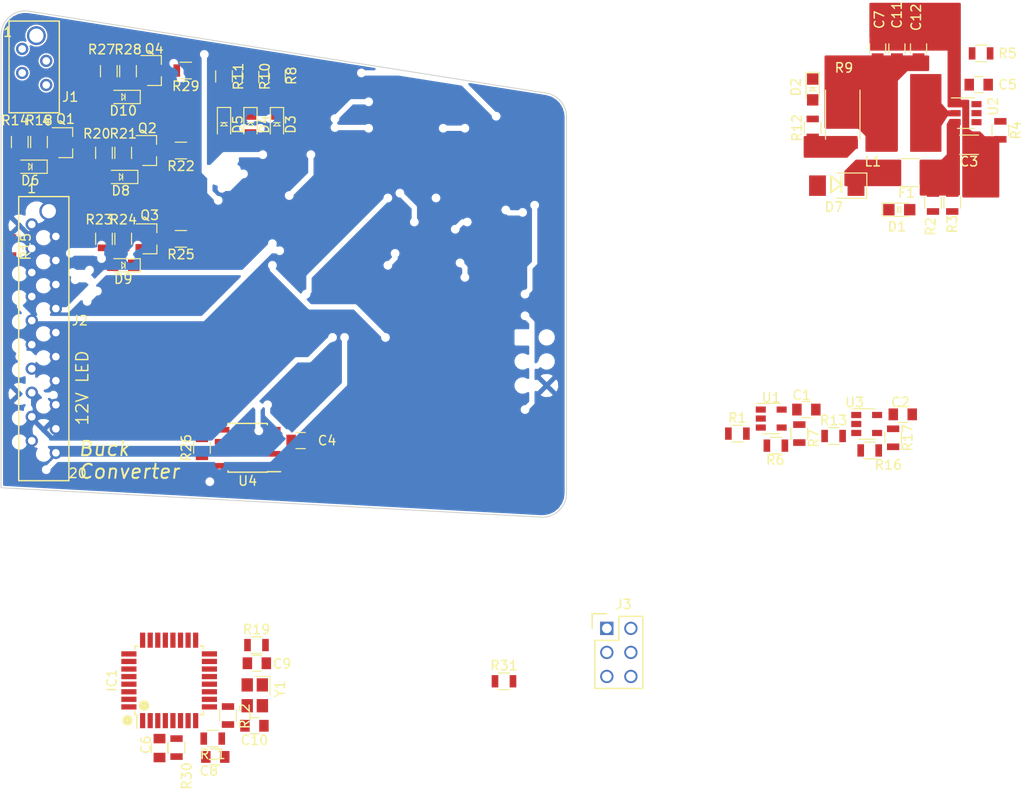
<source format=kicad_pcb>
(kicad_pcb (version 20171130) (host pcbnew 5.0.1-33cea8e~68~ubuntu18.04.1)

  (general
    (thickness 1.6)
    (drawings 9)
    (tracks 0)
    (zones 0)
    (modules 70)
    (nets 62)
  )

  (page A4)
  (layers
    (0 F.Cu signal)
    (31 B.Cu signal hide)
    (32 B.Adhes user)
    (33 F.Adhes user)
    (34 B.Paste user)
    (35 F.Paste user)
    (36 B.SilkS user)
    (37 F.SilkS user)
    (38 B.Mask user)
    (39 F.Mask user)
    (40 Dwgs.User user)
    (41 Cmts.User user)
    (42 Eco1.User user)
    (43 Eco2.User user)
    (44 Edge.Cuts user)
    (45 Margin user)
    (46 B.CrtYd user)
    (47 F.CrtYd user)
    (48 B.Fab user)
    (49 F.Fab user)
  )

  (setup
    (last_trace_width 0.254)
    (user_trace_width 0.254)
    (user_trace_width 0.508)
    (user_trace_width 0.7)
    (user_trace_width 0.762)
    (user_trace_width 0.8)
    (user_trace_width 1.016)
    (trace_clearance 0.1524)
    (zone_clearance 0.1524)
    (zone_45_only no)
    (trace_min 0.2)
    (segment_width 0.2)
    (edge_width 0.15)
    (via_size 0.6096)
    (via_drill 0.3048)
    (via_min_size 0.4)
    (via_min_drill 0.3)
    (uvia_size 0.3)
    (uvia_drill 0.1)
    (uvias_allowed no)
    (uvia_min_size 0)
    (uvia_min_drill 0)
    (pcb_text_width 0.3)
    (pcb_text_size 1.5 1.5)
    (mod_edge_width 0.15)
    (mod_text_size 1 1)
    (mod_text_width 0.15)
    (pad_size 0.7 1.3)
    (pad_drill 0)
    (pad_to_mask_clearance 0.2)
    (solder_mask_min_width 0.25)
    (aux_axis_origin 0 0)
    (visible_elements FFFFEF7F)
    (pcbplotparams
      (layerselection 0x010fc_ffffffff)
      (usegerberextensions true)
      (usegerberattributes false)
      (usegerberadvancedattributes false)
      (creategerberjobfile false)
      (excludeedgelayer true)
      (linewidth 0.100000)
      (plotframeref false)
      (viasonmask false)
      (mode 1)
      (useauxorigin false)
      (hpglpennumber 1)
      (hpglpenspeed 20)
      (hpglpendiameter 15.000000)
      (psnegative false)
      (psa4output false)
      (plotreference true)
      (plotvalue true)
      (plotinvisibletext false)
      (padsonsilk false)
      (subtractmaskfromsilk false)
      (outputformat 1)
      (mirror false)
      (drillshape 0)
      (scaleselection 1)
      (outputdirectory "Gerb/"))
  )

  (net 0 "")
  (net 1 GND)
  (net 2 VCC)
  (net 3 "Net-(D2-Pad2)")
  (net 4 /12V_Fused)
  (net 5 "Net-(C5-Pad1)")
  (net 6 "Net-(C5-Pad2)")
  (net 7 "Net-(C11-Pad1)")
  (net 8 "Net-(D1-Pad2)")
  (net 9 +12V)
  (net 10 "Net-(R3-Pad2)")
  (net 11 "Net-(R4-Pad1)")
  (net 12 "Net-(C8-Pad1)")
  (net 13 "Net-(C9-Pad1)")
  (net 14 "Net-(C10-Pad1)")
  (net 15 /ProgrammingLED1)
  (net 16 "Net-(D3-Pad1)")
  (net 17 "Net-(D4-Pad1)")
  (net 18 /ProgrammingLED2)
  (net 19 /ProgrammingLED3)
  (net 20 "Net-(D5-Pad1)")
  (net 21 "Net-(D6-Pad2)")
  (net 22 "Net-(D8-Pad2)")
  (net 23 "Net-(D9-Pad2)")
  (net 24 "Net-(D10-Pad2)")
  (net 25 /MISO)
  (net 26 /MOSI)
  (net 27 "Net-(IC1-Pad3)")
  (net 28 /TXCAN)
  (net 29 /RXCAN)
  (net 30 "Net-(IC1-Pad8)")
  (net 31 "Net-(IC1-Pad9)")
  (net 32 /SCK)
  (net 33 /Drive_Mode_Out)
  (net 34 "Net-(IC1-Pad14)")
  (net 35 "Net-(IC1-Pad15)")
  (net 36 "Net-(IC1-Pad16)")
  (net 37 /Throttle1Adjusted)
  (net 38 /Throttle2Adjusted)
  (net 39 "Net-(IC1-Pad21)")
  (net 40 /ReadyToDrive_LowDrive)
  (net 41 /SS_Inertia_Out_n)
  (net 42 /SS_EStop_Out_n)
  (net 43 /SS_BOTS_Out_n)
  (net 44 "Net-(IC1-Pad29)")
  (net 45 "Net-(IC1-Pad30)")
  (net 46 /RESET)
  (net 47 "Net-(IC1-Pad32)")
  (net 48 /SS_Cockpit_EStop)
  (net 49 /SS_BOTS)
  (net 50 /SS_Inertia_Switch)
  (net 51 /RTD)
  (net 52 /GND_DriveMode)
  (net 53 /CANH)
  (net 54 /CANL)
  (net 55 /Throttle1_Right_Sense)
  (net 56 /Throttle2_Left_Sense)
  (net 57 /LED1)
  (net 58 /LED2)
  (net 59 "Net-(R6-Pad2)")
  (net 60 "Net-(R16-Pad2)")
  (net 61 "Net-(U4-Pad5)")

  (net_class Default "This is the default net class."
    (clearance 0.1524)
    (trace_width 0.254)
    (via_dia 0.6096)
    (via_drill 0.3048)
    (uvia_dia 0.3)
    (uvia_drill 0.1)
    (add_net +12V)
    (add_net /12V_Fused)
    (add_net /CANH)
    (add_net /CANL)
    (add_net /Drive_Mode_Out)
    (add_net /GND_DriveMode)
    (add_net /LED1)
    (add_net /LED2)
    (add_net /MISO)
    (add_net /MOSI)
    (add_net /ProgrammingLED1)
    (add_net /ProgrammingLED2)
    (add_net /ProgrammingLED3)
    (add_net /RESET)
    (add_net /RTD)
    (add_net /RXCAN)
    (add_net /ReadyToDrive_LowDrive)
    (add_net /SCK)
    (add_net /SS_BOTS)
    (add_net /SS_BOTS_Out_n)
    (add_net /SS_Cockpit_EStop)
    (add_net /SS_EStop_Out_n)
    (add_net /SS_Inertia_Out_n)
    (add_net /SS_Inertia_Switch)
    (add_net /TXCAN)
    (add_net /Throttle1Adjusted)
    (add_net /Throttle1_Right_Sense)
    (add_net /Throttle2Adjusted)
    (add_net /Throttle2_Left_Sense)
    (add_net GND)
    (add_net "Net-(C10-Pad1)")
    (add_net "Net-(C11-Pad1)")
    (add_net "Net-(C5-Pad1)")
    (add_net "Net-(C5-Pad2)")
    (add_net "Net-(C8-Pad1)")
    (add_net "Net-(C9-Pad1)")
    (add_net "Net-(D1-Pad2)")
    (add_net "Net-(D10-Pad2)")
    (add_net "Net-(D2-Pad2)")
    (add_net "Net-(D3-Pad1)")
    (add_net "Net-(D4-Pad1)")
    (add_net "Net-(D5-Pad1)")
    (add_net "Net-(D6-Pad2)")
    (add_net "Net-(D8-Pad2)")
    (add_net "Net-(D9-Pad2)")
    (add_net "Net-(IC1-Pad14)")
    (add_net "Net-(IC1-Pad15)")
    (add_net "Net-(IC1-Pad16)")
    (add_net "Net-(IC1-Pad21)")
    (add_net "Net-(IC1-Pad29)")
    (add_net "Net-(IC1-Pad3)")
    (add_net "Net-(IC1-Pad30)")
    (add_net "Net-(IC1-Pad32)")
    (add_net "Net-(IC1-Pad8)")
    (add_net "Net-(IC1-Pad9)")
    (add_net "Net-(R16-Pad2)")
    (add_net "Net-(R3-Pad2)")
    (add_net "Net-(R4-Pad1)")
    (add_net "Net-(R6-Pad2)")
    (add_net "Net-(U4-Pad5)")
    (add_net VCC)
  )

  (module footprints:micromatch_female_vert_4 (layer F.Cu) (tedit 5A7726AD) (tstamp 5BEE52D9)
    (at 98.552 53.34)
    (path /5A77B3F7)
    (fp_text reference J1 (at 5.08 0) (layer F.SilkS)
      (effects (font (size 1 1) (thickness 0.15)))
    )
    (fp_text value micromatch_female_TOP_ENTRY_locking_4 (at 6.35 -1.27 90) (layer F.Fab) hide
      (effects (font (size 1 1) (thickness 0.15)))
    )
    (fp_text user 4 (at 2.54 2.54) (layer F.SilkS)
      (effects (font (size 1 1) (thickness 0.15)))
    )
    (fp_text user 1 (at -1.524 -6.858) (layer F.SilkS)
      (effects (font (size 1 1) (thickness 0.15)))
    )
    (fp_line (start -1.38 1.67) (end 3.92 1.67) (layer F.SilkS) (width 0.15))
    (fp_line (start -1.38 -8.02) (end 3.92 -8.02) (layer F.SilkS) (width 0.15))
    (fp_line (start -1.38 1.67) (end -1.38 -8.02) (layer F.SilkS) (width 0.15))
    (fp_line (start 3.92 1.67) (end 3.92 -8.02) (layer F.SilkS) (width 0.15))
    (pad 3 thru_hole circle (at 0 -2.54) (size 1.3 1.3) (drill 0.8) (layers *.Cu *.Mask)
      (net 48 /SS_Cockpit_EStop))
    (pad 1 thru_hole circle (at 0 -5.08) (size 1.3 1.3) (drill 0.8) (layers *.Cu *.Mask)
      (net 49 /SS_BOTS))
    (pad 2 thru_hole circle (at 2.54 -3.81) (size 1.3 1.3) (drill 0.8) (layers *.Cu *.Mask)
      (net 50 /SS_Inertia_Switch))
    (pad 4 thru_hole circle (at 2.54 -1.27) (size 1.3 1.3) (drill 0.8) (layers *.Cu *.Mask)
      (net 51 /RTD))
    (pad 5 thru_hole circle (at 1.5 -6.48) (size 2 2) (drill 1.5) (layers *.Cu *.Mask))
  )

  (module footprints:C_0805_OEM (layer F.Cu) (tedit 5B8D4D44) (tstamp 5BEE95F3)
    (at 199.53298 52.039155 180)
    (descr "Capacitor SMD 0805, reflow soldering, AVX (see smccp.pdf)")
    (tags "capacitor 0805")
    (path /5BC9A05A)
    (attr smd)
    (fp_text reference C5 (at -3.048 0 180) (layer F.SilkS)
      (effects (font (size 1 1) (thickness 0.15)))
    )
    (fp_text value C_0.1uF (at 0 1.75 180) (layer F.Fab) hide
      (effects (font (size 1 1) (thickness 0.15)))
    )
    (fp_line (start -1 0.62) (end -1 -0.62) (layer F.Fab) (width 0.1))
    (fp_line (start 1 0.62) (end -1 0.62) (layer F.Fab) (width 0.1))
    (fp_line (start 1 -0.62) (end 1 0.62) (layer F.Fab) (width 0.1))
    (fp_line (start -1 -0.62) (end 1 -0.62) (layer F.Fab) (width 0.1))
    (fp_line (start 0.5 -0.85) (end -0.5 -0.85) (layer F.SilkS) (width 0.12))
    (fp_line (start -0.5 0.85) (end 0.5 0.85) (layer F.SilkS) (width 0.12))
    (fp_line (start -1.75 -0.88) (end 1.75 -0.88) (layer F.CrtYd) (width 0.05))
    (fp_line (start -1.75 -0.88) (end -1.75 0.87) (layer F.CrtYd) (width 0.05))
    (fp_line (start 1.75 0.87) (end 1.75 -0.88) (layer F.CrtYd) (width 0.05))
    (fp_line (start 1.75 0.87) (end -1.75 0.87) (layer F.CrtYd) (width 0.05))
    (pad 1 smd rect (at -1 0 180) (size 1 1.25) (layers F.Cu F.Paste F.Mask)
      (net 5 "Net-(C5-Pad1)"))
    (pad 2 smd rect (at 1 0 180) (size 1 1.25) (layers F.Cu F.Paste F.Mask)
      (net 6 "Net-(C5-Pad2)"))
    (model /home/josh/Formula/OEM_Preferred_Parts/3DModels/C_0805_OEM/C_0805.wrl
      (at (xyz 0 0 0))
      (scale (xyz 1 1 1))
      (rotate (xyz 0 0 0))
    )
  )

  (module footprints:C_0805_OEM (layer F.Cu) (tedit 5B8C0436) (tstamp 5BEE9620)
    (at 190.89698 48.229155 90)
    (descr "Capacitor SMD 0805, reflow soldering, AVX (see smccp.pdf)")
    (tags "capacitor 0805")
    (path /5A79269E)
    (attr smd)
    (fp_text reference C11 (at 3.556 0 90) (layer F.SilkS)
      (effects (font (size 1 1) (thickness 0.15)))
    )
    (fp_text value C_1uF (at 0 1.75 90) (layer F.Fab) hide
      (effects (font (size 1 1) (thickness 0.15)))
    )
    (fp_line (start -1 0.62) (end -1 -0.62) (layer F.Fab) (width 0.1))
    (fp_line (start 1 0.62) (end -1 0.62) (layer F.Fab) (width 0.1))
    (fp_line (start 1 -0.62) (end 1 0.62) (layer F.Fab) (width 0.1))
    (fp_line (start -1 -0.62) (end 1 -0.62) (layer F.Fab) (width 0.1))
    (fp_line (start 0.5 -0.85) (end -0.5 -0.85) (layer F.SilkS) (width 0.12))
    (fp_line (start -0.5 0.85) (end 0.5 0.85) (layer F.SilkS) (width 0.12))
    (fp_line (start -1.75 -0.88) (end 1.75 -0.88) (layer F.CrtYd) (width 0.05))
    (fp_line (start -1.75 -0.88) (end -1.75 0.87) (layer F.CrtYd) (width 0.05))
    (fp_line (start 1.75 0.87) (end 1.75 -0.88) (layer F.CrtYd) (width 0.05))
    (fp_line (start 1.75 0.87) (end -1.75 0.87) (layer F.CrtYd) (width 0.05))
    (pad 1 smd rect (at -1 0 90) (size 1 1.25) (layers F.Cu F.Paste F.Mask)
      (net 7 "Net-(C11-Pad1)"))
    (pad 2 smd rect (at 1 0 90) (size 1 1.25) (layers F.Cu F.Paste F.Mask)
      (net 1 GND))
    (model /home/josh/Formula/OEM_Preferred_Parts/3DModels/C_0805_OEM/C_0805.wrl
      (at (xyz 0 0 0))
      (scale (xyz 1 1 1))
      (rotate (xyz 0 0 0))
    )
  )

  (module footprints:C_0805_OEM (layer F.Cu) (tedit 5B8C043A) (tstamp 5BEE964D)
    (at 193.18298 48.229155 90)
    (descr "Capacitor SMD 0805, reflow soldering, AVX (see smccp.pdf)")
    (tags "capacitor 0805")
    (path /5BC9A05C)
    (attr smd)
    (fp_text reference C12 (at 3.302 -0.254 90) (layer F.SilkS)
      (effects (font (size 1 1) (thickness 0.15)))
    )
    (fp_text value C_47uF (at 0 1.75 90) (layer F.Fab) hide
      (effects (font (size 1 1) (thickness 0.15)))
    )
    (fp_line (start -1 0.62) (end -1 -0.62) (layer F.Fab) (width 0.1))
    (fp_line (start 1 0.62) (end -1 0.62) (layer F.Fab) (width 0.1))
    (fp_line (start 1 -0.62) (end 1 0.62) (layer F.Fab) (width 0.1))
    (fp_line (start -1 -0.62) (end 1 -0.62) (layer F.Fab) (width 0.1))
    (fp_line (start 0.5 -0.85) (end -0.5 -0.85) (layer F.SilkS) (width 0.12))
    (fp_line (start -0.5 0.85) (end 0.5 0.85) (layer F.SilkS) (width 0.12))
    (fp_line (start -1.75 -0.88) (end 1.75 -0.88) (layer F.CrtYd) (width 0.05))
    (fp_line (start -1.75 -0.88) (end -1.75 0.87) (layer F.CrtYd) (width 0.05))
    (fp_line (start 1.75 0.87) (end 1.75 -0.88) (layer F.CrtYd) (width 0.05))
    (fp_line (start 1.75 0.87) (end -1.75 0.87) (layer F.CrtYd) (width 0.05))
    (pad 1 smd rect (at -1 0 90) (size 1 1.25) (layers F.Cu F.Paste F.Mask)
      (net 7 "Net-(C11-Pad1)"))
    (pad 2 smd rect (at 1 0 90) (size 1 1.25) (layers F.Cu F.Paste F.Mask)
      (net 1 GND))
    (model /home/josh/Formula/OEM_Preferred_Parts/3DModels/C_0805_OEM/C_0805.wrl
      (at (xyz 0 0 0))
      (scale (xyz 1 1 1))
      (rotate (xyz 0 0 0))
    )
  )

  (module footprints:LED_0805_OEM (layer F.Cu) (tedit 5B8D4D19) (tstamp 5BEE999E)
    (at 182.00698 52.547155 270)
    (descr "LED 0805 smd package")
    (tags "LED led 0805 SMD smd SMT smt smdled SMDLED smtled SMTLED")
    (path /5BC9A058)
    (attr smd)
    (fp_text reference D2 (at -0.254 1.778 90) (layer F.SilkS)
      (effects (font (size 1 1) (thickness 0.15)))
    )
    (fp_text value LED_0805 (at 0.508 2.032 270) (layer F.Fab) hide
      (effects (font (size 1 1) (thickness 0.15)))
    )
    (fp_line (start -0.2 0.35) (end -0.2 0) (layer F.SilkS) (width 0.1))
    (fp_line (start -0.2 0) (end -0.2 -0.35) (layer F.SilkS) (width 0.1))
    (fp_line (start 0.15 0.35) (end -0.2 0) (layer F.SilkS) (width 0.1))
    (fp_line (start 0.15 0.3) (end 0.15 0.35) (layer F.SilkS) (width 0.1))
    (fp_line (start 0.15 0.35) (end 0.15 0.3) (layer F.SilkS) (width 0.1))
    (fp_line (start 0.15 -0.35) (end 0.15 0.3) (layer F.SilkS) (width 0.1))
    (fp_line (start 0.1 -0.3) (end 0.15 -0.35) (layer F.SilkS) (width 0.1))
    (fp_line (start -0.2 0) (end 0.1 -0.3) (layer F.SilkS) (width 0.1))
    (fp_line (start -1.8 -0.7) (end -1.8 0.7) (layer F.SilkS) (width 0.12))
    (fp_line (start 1 0.6) (end -1 0.6) (layer F.Fab) (width 0.1))
    (fp_line (start 1 -0.6) (end 1 0.6) (layer F.Fab) (width 0.1))
    (fp_line (start -1 -0.6) (end 1 -0.6) (layer F.Fab) (width 0.1))
    (fp_line (start -1 0.6) (end -1 -0.6) (layer F.Fab) (width 0.1))
    (fp_line (start -1.8 0.7) (end 1 0.7) (layer F.SilkS) (width 0.12))
    (fp_line (start -1.8 -0.7) (end 1 -0.7) (layer F.SilkS) (width 0.12))
    (fp_line (start 1.95 -0.85) (end 1.95 0.85) (layer F.CrtYd) (width 0.05))
    (fp_line (start 1.95 0.85) (end -1.95 0.85) (layer F.CrtYd) (width 0.05))
    (fp_line (start -1.95 0.85) (end -1.95 -0.85) (layer F.CrtYd) (width 0.05))
    (fp_line (start -1.95 -0.85) (end 1.95 -0.85) (layer F.CrtYd) (width 0.05))
    (pad 2 smd rect (at 1.1 0 90) (size 1.2 1.2) (layers F.Cu F.Paste F.Mask)
      (net 3 "Net-(D2-Pad2)"))
    (pad 1 smd rect (at -1.1 0 90) (size 1.2 1.2) (layers F.Cu F.Paste F.Mask)
      (net 1 GND))
    (model "/home/josh/Formula/OEM_Preferred_Parts/3DModels/LED_0805/LED 0805 Base GREEN001_sp.wrl"
      (at (xyz 0 0 0))
      (scale (xyz 1 1 1))
      (rotate (xyz 0 0 180))
    )
  )

  (module footprints:Fuse_1210 (layer F.Cu) (tedit 5B8D4D2C) (tstamp 5BEE99DD)
    (at 192.29948 61.329655)
    (descr "Resistor SMD 1210, reflow soldering, Vishay (see dcrcw.pdf)")
    (tags "resistor 1210")
    (path /5BC9A077)
    (attr smd)
    (fp_text reference F1 (at -0.3865 2.1395 -180) (layer F.SilkS)
      (effects (font (size 1 1) (thickness 0.15)))
    )
    (fp_text value 500mA (at 0 2.4) (layer F.Fab) hide
      (effects (font (size 1 1) (thickness 0.15)))
    )
    (fp_line (start -1.6 1.25) (end -1.6 -1.25) (layer F.Fab) (width 0.1))
    (fp_line (start 1.6 1.25) (end -1.6 1.25) (layer F.Fab) (width 0.1))
    (fp_line (start 1.6 -1.25) (end 1.6 1.25) (layer F.Fab) (width 0.1))
    (fp_line (start -1.6 -1.25) (end 1.6 -1.25) (layer F.Fab) (width 0.1))
    (fp_line (start 1 1.48) (end -1 1.48) (layer F.SilkS) (width 0.12))
    (fp_line (start -1 -1.48) (end 1 -1.48) (layer F.SilkS) (width 0.12))
    (fp_line (start -2.15 -1.5) (end 2.15 -1.5) (layer F.CrtYd) (width 0.05))
    (fp_line (start -2.15 -1.5) (end -2.15 1.5) (layer F.CrtYd) (width 0.05))
    (fp_line (start 2.15 1.5) (end 2.15 -1.5) (layer F.CrtYd) (width 0.05))
    (fp_line (start 2.15 1.5) (end -2.15 1.5) (layer F.CrtYd) (width 0.05))
    (pad 1 smd rect (at -1.45 0) (size 0.9 2.5) (layers F.Cu F.Paste F.Mask)
      (net 9 +12V))
    (pad 2 smd rect (at 1.45 0) (size 0.9 2.5) (layers F.Cu F.Paste F.Mask)
      (net 4 /12V_Fused))
    (model /home/josh/Formula/OEM_Preferred_Parts/3DModels/Fuse_1210_OEM/Fuse1210.wrl
      (at (xyz 0 0 0))
      (scale (xyz 1 1 1))
      (rotate (xyz 0 0 0))
    )
  )

  (module footprints:4.7uH_Inductor_OEM (layer F.Cu) (tedit 5B8C0445) (tstamp 5BEE9A00)
    (at 191.59548 55.023655 180)
    (path /59E04875)
    (fp_text reference L1 (at 3.2385 -5.1435 180) (layer F.SilkS)
      (effects (font (size 1 1) (thickness 0.15)))
    )
    (fp_text value L_4.7uH (at 0 -5.08 180) (layer F.Fab) hide
      (effects (font (size 1 1) (thickness 0.15)))
    )
    (pad 1 smd rect (at -2.35 0 180) (size 3.3 8.2) (layers F.Cu F.Paste F.Mask)
      (net 6 "Net-(C5-Pad2)"))
    (pad 2 smd rect (at 2.35 0 180) (size 3.3 8.2) (layers F.Cu F.Paste F.Mask)
      (net 7 "Net-(C11-Pad1)"))
  )

  (module footprints:R_0805_OEM (layer F.Cu) (tedit 5B8D4D25) (tstamp 5BEE9A19)
    (at 194.70698 64.485155 270)
    (descr "Resistor SMD 0805, reflow soldering, Vishay (see dcrcw.pdf)")
    (tags "resistor 0805")
    (path /59E0432B)
    (attr smd)
    (fp_text reference R2 (at 2.54 0.254 270) (layer F.SilkS)
      (effects (font (size 1 1) (thickness 0.15)))
    )
    (fp_text value R_1k (at 0 1.75 270) (layer F.Fab) hide
      (effects (font (size 1 1) (thickness 0.15)))
    )
    (fp_line (start -1 0.62) (end -1 -0.62) (layer F.Fab) (width 0.1))
    (fp_line (start 1 0.62) (end -1 0.62) (layer F.Fab) (width 0.1))
    (fp_line (start 1 -0.62) (end 1 0.62) (layer F.Fab) (width 0.1))
    (fp_line (start -1 -0.62) (end 1 -0.62) (layer F.Fab) (width 0.1))
    (fp_line (start 0.6 0.88) (end -0.6 0.88) (layer F.SilkS) (width 0.12))
    (fp_line (start -0.6 -0.88) (end 0.6 -0.88) (layer F.SilkS) (width 0.12))
    (fp_line (start -1.55 -0.9) (end 1.55 -0.9) (layer F.CrtYd) (width 0.05))
    (fp_line (start -1.55 -0.9) (end -1.55 0.9) (layer F.CrtYd) (width 0.05))
    (fp_line (start 1.55 0.9) (end 1.55 -0.9) (layer F.CrtYd) (width 0.05))
    (fp_line (start 1.55 0.9) (end -1.55 0.9) (layer F.CrtYd) (width 0.05))
    (pad 1 smd rect (at -0.95 0 270) (size 0.7 1.3) (layers F.Cu F.Paste F.Mask)
      (net 4 /12V_Fused))
    (pad 2 smd rect (at 0.95 0 270) (size 0.7 1.3) (layers F.Cu F.Paste F.Mask)
      (net 8 "Net-(D1-Pad2)"))
    (model "/home/josh/Formula/OEM_Preferred_Parts/3DModels/WRL Files/res0805.wrl"
      (at (xyz 0 0 0))
      (scale (xyz 1 1 1))
      (rotate (xyz 0 0 0))
    )
  )

  (module footprints:R_0805_OEM (layer F.Cu) (tedit 5B8D4D28) (tstamp 5BEE9857)
    (at 196.73898 64.485155 270)
    (descr "Resistor SMD 0805, reflow soldering, Vishay (see dcrcw.pdf)")
    (tags "resistor 0805")
    (path /59E042A3)
    (attr smd)
    (fp_text reference R3 (at 2.286 0 90) (layer F.SilkS)
      (effects (font (size 1 1) (thickness 0.15)))
    )
    (fp_text value R_10k (at 0 1.75 270) (layer F.Fab) hide
      (effects (font (size 1 1) (thickness 0.15)))
    )
    (fp_line (start -1 0.62) (end -1 -0.62) (layer F.Fab) (width 0.1))
    (fp_line (start 1 0.62) (end -1 0.62) (layer F.Fab) (width 0.1))
    (fp_line (start 1 -0.62) (end 1 0.62) (layer F.Fab) (width 0.1))
    (fp_line (start -1 -0.62) (end 1 -0.62) (layer F.Fab) (width 0.1))
    (fp_line (start 0.6 0.88) (end -0.6 0.88) (layer F.SilkS) (width 0.12))
    (fp_line (start -0.6 -0.88) (end 0.6 -0.88) (layer F.SilkS) (width 0.12))
    (fp_line (start -1.55 -0.9) (end 1.55 -0.9) (layer F.CrtYd) (width 0.05))
    (fp_line (start -1.55 -0.9) (end -1.55 0.9) (layer F.CrtYd) (width 0.05))
    (fp_line (start 1.55 0.9) (end 1.55 -0.9) (layer F.CrtYd) (width 0.05))
    (fp_line (start 1.55 0.9) (end -1.55 0.9) (layer F.CrtYd) (width 0.05))
    (pad 1 smd rect (at -0.95 0 270) (size 0.7 1.3) (layers F.Cu F.Paste F.Mask)
      (net 4 /12V_Fused))
    (pad 2 smd rect (at 0.95 0 270) (size 0.7 1.3) (layers F.Cu F.Paste F.Mask)
      (net 10 "Net-(R3-Pad2)"))
    (model "/home/josh/Formula/OEM_Preferred_Parts/3DModels/WRL Files/res0805.wrl"
      (at (xyz 0 0 0))
      (scale (xyz 1 1 1))
      (rotate (xyz 0 0 0))
    )
  )

  (module footprints:R_0805_OEM (layer F.Cu) (tedit 59F25131) (tstamp 5BEE967A)
    (at 182.00698 56.611155 90)
    (descr "Resistor SMD 0805, reflow soldering, Vishay (see dcrcw.pdf)")
    (tags "resistor 0805")
    (path /5BC9A055)
    (attr smd)
    (fp_text reference R12 (at 0 -1.65 90) (layer F.SilkS)
      (effects (font (size 1 1) (thickness 0.15)))
    )
    (fp_text value R_200 (at 0 1.75 90) (layer F.Fab) hide
      (effects (font (size 1 1) (thickness 0.15)))
    )
    (fp_line (start -1 0.62) (end -1 -0.62) (layer F.Fab) (width 0.1))
    (fp_line (start 1 0.62) (end -1 0.62) (layer F.Fab) (width 0.1))
    (fp_line (start 1 -0.62) (end 1 0.62) (layer F.Fab) (width 0.1))
    (fp_line (start -1 -0.62) (end 1 -0.62) (layer F.Fab) (width 0.1))
    (fp_line (start 0.6 0.88) (end -0.6 0.88) (layer F.SilkS) (width 0.12))
    (fp_line (start -0.6 -0.88) (end 0.6 -0.88) (layer F.SilkS) (width 0.12))
    (fp_line (start -1.55 -0.9) (end 1.55 -0.9) (layer F.CrtYd) (width 0.05))
    (fp_line (start -1.55 -0.9) (end -1.55 0.9) (layer F.CrtYd) (width 0.05))
    (fp_line (start 1.55 0.9) (end 1.55 -0.9) (layer F.CrtYd) (width 0.05))
    (fp_line (start 1.55 0.9) (end -1.55 0.9) (layer F.CrtYd) (width 0.05))
    (pad 1 smd rect (at -0.95 0 90) (size 0.7 1.3) (layers F.Cu F.Paste F.Mask)
      (net 2 VCC))
    (pad 2 smd rect (at 0.95 0 90) (size 0.7 1.3) (layers F.Cu F.Paste F.Mask)
      (net 3 "Net-(D2-Pad2)"))
    (model "/home/josh/Formula/OEM_Preferred_Parts/3DModels/WRL Files/res0805.wrl"
      (at (xyz 0 0 0))
      (scale (xyz 1 1 1))
      (rotate (xyz 0 0 0))
    )
  )

  (module footprints:SOT-23-6_OEM (layer F.Cu) (tedit 5B8D4D41) (tstamp 5BEE98C5)
    (at 198.19948 55.049055)
    (descr "6-pin SOT-23 package")
    (tags SOT-23-6)
    (path /5BC9A05D)
    (attr smd)
    (fp_text reference U2 (at 2.8575 -0.7239 -270) (layer F.SilkS)
      (effects (font (size 1 1) (thickness 0.15)))
    )
    (fp_text value TPS561201 (at 0 2.9) (layer F.Fab) hide
      (effects (font (size 1 1) (thickness 0.15)))
    )
    (fp_line (start -0.9 1.61) (end 0.9 1.61) (layer F.SilkS) (width 0.12))
    (fp_line (start 0.9 -1.61) (end -1.55 -1.61) (layer F.SilkS) (width 0.12))
    (fp_line (start 1.9 -1.8) (end -1.9 -1.8) (layer F.CrtYd) (width 0.05))
    (fp_line (start 1.9 1.8) (end 1.9 -1.8) (layer F.CrtYd) (width 0.05))
    (fp_line (start -1.9 1.8) (end 1.9 1.8) (layer F.CrtYd) (width 0.05))
    (fp_line (start -1.9 -1.8) (end -1.9 1.8) (layer F.CrtYd) (width 0.05))
    (fp_line (start -0.9 -0.9) (end -0.25 -1.55) (layer F.Fab) (width 0.1))
    (fp_line (start 0.9 -1.55) (end -0.25 -1.55) (layer F.Fab) (width 0.1))
    (fp_line (start -0.9 -0.9) (end -0.9 1.55) (layer F.Fab) (width 0.1))
    (fp_line (start 0.9 1.55) (end -0.9 1.55) (layer F.Fab) (width 0.1))
    (fp_line (start 0.9 -1.55) (end 0.9 1.55) (layer F.Fab) (width 0.1))
    (pad 1 smd rect (at -1.1 -0.95) (size 1.06 0.65) (layers F.Cu F.Paste F.Mask)
      (net 1 GND))
    (pad 2 smd rect (at -1.1 0) (size 1.06 0.65) (layers F.Cu F.Paste F.Mask)
      (net 6 "Net-(C5-Pad2)"))
    (pad 3 smd rect (at -1.1 0.95) (size 1.06 0.65) (layers F.Cu F.Paste F.Mask)
      (net 4 /12V_Fused))
    (pad 4 smd rect (at 1.1 0.95) (size 1.06 0.65) (layers F.Cu F.Paste F.Mask)
      (net 11 "Net-(R4-Pad1)"))
    (pad 6 smd rect (at 1.1 -0.95) (size 1.06 0.65) (layers F.Cu F.Paste F.Mask)
      (net 5 "Net-(C5-Pad1)"))
    (pad 5 smd rect (at 1.1 0) (size 1.06 0.65) (layers F.Cu F.Paste F.Mask)
      (net 10 "Net-(R3-Pad2)"))
    (model ${KISYS3DMOD}/TO_SOT_Packages_SMD.3dshapes/SOT-23-6.wrl
      (at (xyz 0 0 0))
      (scale (xyz 1 1 1))
      (rotate (xyz 0 0 0))
    )
  )

  (module footprints:C_1206_OEM (layer F.Cu) (tedit 5B8D4D32) (tstamp 5BEE9884)
    (at 198.51698 58.389155)
    (descr "Capacitor SMD 1206, reflow soldering, AVX (see smccp.pdf)")
    (tags "capacitor 1206")
    (path /5BC9A05B)
    (attr smd)
    (fp_text reference C3 (at 0 1.778) (layer F.SilkS)
      (effects (font (size 1 1) (thickness 0.15)))
    )
    (fp_text value C_22uF (at 0 2) (layer F.Fab) hide
      (effects (font (size 1 1) (thickness 0.15)))
    )
    (fp_line (start -1.6 0.8) (end -1.6 -0.8) (layer F.Fab) (width 0.1))
    (fp_line (start 1.6 0.8) (end -1.6 0.8) (layer F.Fab) (width 0.1))
    (fp_line (start 1.6 -0.8) (end 1.6 0.8) (layer F.Fab) (width 0.1))
    (fp_line (start -1.6 -0.8) (end 1.6 -0.8) (layer F.Fab) (width 0.1))
    (fp_line (start 1 -1.02) (end -1 -1.02) (layer F.SilkS) (width 0.12))
    (fp_line (start -1 1.02) (end 1 1.02) (layer F.SilkS) (width 0.12))
    (fp_line (start -2.25 -1.05) (end 2.25 -1.05) (layer F.CrtYd) (width 0.05))
    (fp_line (start -2.25 -1.05) (end -2.25 1.05) (layer F.CrtYd) (width 0.05))
    (fp_line (start 2.25 1.05) (end 2.25 -1.05) (layer F.CrtYd) (width 0.05))
    (fp_line (start 2.25 1.05) (end -2.25 1.05) (layer F.CrtYd) (width 0.05))
    (pad 1 smd rect (at -1.5 0) (size 1 1.6) (layers F.Cu F.Paste F.Mask)
      (net 4 /12V_Fused))
    (pad 2 smd rect (at 1.5 0) (size 1 1.6) (layers F.Cu F.Paste F.Mask)
      (net 1 GND))
    (model Capacitors_SMD.3dshapes/C_1206.wrl
      (at (xyz 0 0 0))
      (scale (xyz 1 1 1))
      (rotate (xyz 0 0 0))
    )
  )

  (module footprints:C_0805_OEM (layer F.Cu) (tedit 5B8C043E) (tstamp 5BEE96FE)
    (at 188.86498 48.229155 90)
    (descr "Capacitor SMD 0805, reflow soldering, AVX (see smccp.pdf)")
    (tags "capacitor 0805")
    (path /5A79252F)
    (attr smd)
    (fp_text reference C7 (at 3.052 0.183 90) (layer F.SilkS)
      (effects (font (size 1 1) (thickness 0.15)))
    )
    (fp_text value C_0.1uF (at 0 1.75 90) (layer F.Fab) hide
      (effects (font (size 1 1) (thickness 0.15)))
    )
    (fp_line (start -1 0.62) (end -1 -0.62) (layer F.Fab) (width 0.1))
    (fp_line (start 1 0.62) (end -1 0.62) (layer F.Fab) (width 0.1))
    (fp_line (start 1 -0.62) (end 1 0.62) (layer F.Fab) (width 0.1))
    (fp_line (start -1 -0.62) (end 1 -0.62) (layer F.Fab) (width 0.1))
    (fp_line (start 0.5 -0.85) (end -0.5 -0.85) (layer F.SilkS) (width 0.12))
    (fp_line (start -0.5 0.85) (end 0.5 0.85) (layer F.SilkS) (width 0.12))
    (fp_line (start -1.75 -0.88) (end 1.75 -0.88) (layer F.CrtYd) (width 0.05))
    (fp_line (start -1.75 -0.88) (end -1.75 0.87) (layer F.CrtYd) (width 0.05))
    (fp_line (start 1.75 0.87) (end 1.75 -0.88) (layer F.CrtYd) (width 0.05))
    (fp_line (start 1.75 0.87) (end -1.75 0.87) (layer F.CrtYd) (width 0.05))
    (pad 1 smd rect (at -1 0 90) (size 1 1.25) (layers F.Cu F.Paste F.Mask)
      (net 7 "Net-(C11-Pad1)"))
    (pad 2 smd rect (at 1 0 90) (size 1 1.25) (layers F.Cu F.Paste F.Mask)
      (net 1 GND))
    (model /home/josh/Formula/OEM_Preferred_Parts/3DModels/C_0805_OEM/C_0805.wrl
      (at (xyz 0 0 0))
      (scale (xyz 1 1 1))
      (rotate (xyz 0 0 0))
    )
  )

  (module footprints:LED_0805_OEM (layer F.Cu) (tedit 5B8D4D22) (tstamp 5BEE96B3)
    (at 191.15098 65.247155)
    (descr "LED 0805 smd package")
    (tags "LED led 0805 SMD smd SMT smt smdled SMDLED smtled SMTLED")
    (path /5BC9A057)
    (attr smd)
    (fp_text reference D1 (at -0.254 1.778) (layer F.SilkS)
      (effects (font (size 1 1) (thickness 0.15)))
    )
    (fp_text value LED_0805 (at 0.508 2.032) (layer F.Fab) hide
      (effects (font (size 1 1) (thickness 0.15)))
    )
    (fp_line (start -0.2 0.35) (end -0.2 0) (layer F.SilkS) (width 0.1))
    (fp_line (start -0.2 0) (end -0.2 -0.35) (layer F.SilkS) (width 0.1))
    (fp_line (start 0.15 0.35) (end -0.2 0) (layer F.SilkS) (width 0.1))
    (fp_line (start 0.15 0.3) (end 0.15 0.35) (layer F.SilkS) (width 0.1))
    (fp_line (start 0.15 0.35) (end 0.15 0.3) (layer F.SilkS) (width 0.1))
    (fp_line (start 0.15 -0.35) (end 0.15 0.3) (layer F.SilkS) (width 0.1))
    (fp_line (start 0.1 -0.3) (end 0.15 -0.35) (layer F.SilkS) (width 0.1))
    (fp_line (start -0.2 0) (end 0.1 -0.3) (layer F.SilkS) (width 0.1))
    (fp_line (start -1.8 -0.7) (end -1.8 0.7) (layer F.SilkS) (width 0.12))
    (fp_line (start 1 0.6) (end -1 0.6) (layer F.Fab) (width 0.1))
    (fp_line (start 1 -0.6) (end 1 0.6) (layer F.Fab) (width 0.1))
    (fp_line (start -1 -0.6) (end 1 -0.6) (layer F.Fab) (width 0.1))
    (fp_line (start -1 0.6) (end -1 -0.6) (layer F.Fab) (width 0.1))
    (fp_line (start -1.8 0.7) (end 1 0.7) (layer F.SilkS) (width 0.12))
    (fp_line (start -1.8 -0.7) (end 1 -0.7) (layer F.SilkS) (width 0.12))
    (fp_line (start 1.95 -0.85) (end 1.95 0.85) (layer F.CrtYd) (width 0.05))
    (fp_line (start 1.95 0.85) (end -1.95 0.85) (layer F.CrtYd) (width 0.05))
    (fp_line (start -1.95 0.85) (end -1.95 -0.85) (layer F.CrtYd) (width 0.05))
    (fp_line (start -1.95 -0.85) (end 1.95 -0.85) (layer F.CrtYd) (width 0.05))
    (pad 2 smd rect (at 1.1 0 180) (size 1.2 1.2) (layers F.Cu F.Paste F.Mask)
      (net 8 "Net-(D1-Pad2)"))
    (pad 1 smd rect (at -1.1 0 180) (size 1.2 1.2) (layers F.Cu F.Paste F.Mask)
      (net 1 GND))
    (model "${LOCAL_DIR}/OEM_Preferred_Parts/3DModels/LED_0805/LED 0805 Base GREEN001_sp.wrl"
      (at (xyz 0 0 0))
      (scale (xyz 1 1 1))
      (rotate (xyz 0 0 180))
    )
  )

  (module footprints:DO-214AA (layer F.Cu) (tedit 5A59FDFB) (tstamp 5BEE97BD)
    (at 184.54698 62.707155 180)
    (descr "http://www.diodes.com/datasheets/ap02001.pdf p.144")
    (tags "Diode SOD523")
    (path /59F253C2)
    (attr smd)
    (fp_text reference D7 (at 0.3 -2.25 180) (layer F.SilkS)
      (effects (font (size 1 1) (thickness 0.15)))
    )
    (fp_text value D_Zener_18V (at 0 2.286 180) (layer F.Fab) hide
      (effects (font (size 1 1) (thickness 0.15)))
    )
    (fp_line (start 0.6 1) (end -0.5 0.1) (layer F.SilkS) (width 0.2))
    (fp_line (start 0.6 -0.7) (end 0.6 1) (layer F.SilkS) (width 0.2))
    (fp_line (start -0.5 0.1) (end 0.6 -0.7) (layer F.SilkS) (width 0.2))
    (fp_line (start -0.5 -0.7) (end -0.5 1) (layer F.SilkS) (width 0.2))
    (fp_line (start -3.175 -1.3335) (end -3.175 1.3335) (layer F.SilkS) (width 0.12))
    (fp_line (start 3.302 -1.4605) (end 3.302 1.4605) (layer F.CrtYd) (width 0.05))
    (fp_line (start -3.302 -1.4605) (end 3.302 -1.4605) (layer F.CrtYd) (width 0.05))
    (fp_line (start -3.302 -1.4605) (end -3.302 1.4605) (layer F.CrtYd) (width 0.05))
    (fp_line (start -3.302 1.4605) (end 3.302 1.4605) (layer F.CrtYd) (width 0.05))
    (fp_line (start 2.3749 -1.9685) (end 2.3749 1.9685) (layer F.Fab) (width 0.1))
    (fp_line (start -2.3749 -1.9685) (end 2.3749 -1.9685) (layer F.Fab) (width 0.1))
    (fp_line (start -2.3749 -1.9685) (end -2.3749 1.9685) (layer F.Fab) (width 0.1))
    (fp_line (start 2.3749 1.9685) (end -2.3749 1.9685) (layer F.Fab) (width 0.1))
    (fp_line (start -3.175 1.3335) (end 0 1.3335) (layer F.SilkS) (width 0.12))
    (fp_line (start -3.175 -1.3335) (end 0 -1.3335) (layer F.SilkS) (width 0.12))
    (pad 2 smd rect (at 2.032 0) (size 1.778 2.159) (layers F.Cu F.Paste F.Mask)
      (net 1 GND))
    (pad 1 smd rect (at -2.032 0) (size 1.778 2.159) (layers F.Cu F.Paste F.Mask)
      (net 9 +12V))
    (model ${LOCAL_DIR}/OEM_Preferred_Parts/3DModels/DO_214AA_OEM/DO_214AA.wrl
      (at (xyz 0 0 0))
      (scale (xyz 1 1 1))
      (rotate (xyz 0 0 0))
    )
  )

  (module footprints:R_2512_OEM (layer F.Cu) (tedit 5B8D4D11) (tstamp 5BEE975B)
    (at 185.18198 55.214155 90)
    (descr "Resistor SMD 2512, reflow soldering, Vishay (see dcrcw.pdf)")
    (tags "resistor 2512")
    (path /5BC9A056)
    (attr smd)
    (fp_text reference R9 (at 4.953 0.127 180) (layer F.SilkS)
      (effects (font (size 1 1) (thickness 0.15)))
    )
    (fp_text value R_0_Jumper (at 0 2.75 90) (layer F.Fab) hide
      (effects (font (size 1 1) (thickness 0.15)))
    )
    (fp_line (start -3.15 1.6) (end -3.15 -1.6) (layer F.Fab) (width 0.1))
    (fp_line (start 3.15 1.6) (end -3.15 1.6) (layer F.Fab) (width 0.1))
    (fp_line (start 3.15 -1.6) (end 3.15 1.6) (layer F.Fab) (width 0.1))
    (fp_line (start -3.15 -1.6) (end 3.15 -1.6) (layer F.Fab) (width 0.1))
    (fp_line (start 2.6 1.82) (end -2.6 1.82) (layer F.SilkS) (width 0.12))
    (fp_line (start -2.6 -1.82) (end 2.6 -1.82) (layer F.SilkS) (width 0.12))
    (fp_line (start -3.85 -1.85) (end 3.85 -1.85) (layer F.CrtYd) (width 0.05))
    (fp_line (start -3.85 -1.85) (end -3.85 1.85) (layer F.CrtYd) (width 0.05))
    (fp_line (start 3.85 1.85) (end 3.85 -1.85) (layer F.CrtYd) (width 0.05))
    (fp_line (start 3.85 1.85) (end -3.85 1.85) (layer F.CrtYd) (width 0.05))
    (pad 1 smd rect (at -3.1 0 90) (size 1 3.2) (layers F.Cu F.Paste F.Mask)
      (net 2 VCC))
    (pad 2 smd rect (at 3.1 0 90) (size 1 3.2) (layers F.Cu F.Paste F.Mask)
      (net 7 "Net-(C11-Pad1)"))
    (model ${KISYS3DMOD}/Resistors_SMD.3dshapes/R_2512.wrl
      (at (xyz 0 0 0))
      (scale (xyz 1 1 1))
      (rotate (xyz 0 0 0))
    )
  )

  (module footprints:R_0805_OEM (layer F.Cu) (tedit 59F25131) (tstamp 5BEE98FC)
    (at 201.81898 56.865155 270)
    (descr "Resistor SMD 0805, reflow soldering, Vishay (see dcrcw.pdf)")
    (tags "resistor 0805")
    (path /5BC9A052)
    (attr smd)
    (fp_text reference R4 (at 0 -1.65 270) (layer F.SilkS)
      (effects (font (size 1 1) (thickness 0.15)))
    )
    (fp_text value R_10k (at 0 1.75 270) (layer F.Fab) hide
      (effects (font (size 1 1) (thickness 0.15)))
    )
    (fp_line (start -1 0.62) (end -1 -0.62) (layer F.Fab) (width 0.1))
    (fp_line (start 1 0.62) (end -1 0.62) (layer F.Fab) (width 0.1))
    (fp_line (start 1 -0.62) (end 1 0.62) (layer F.Fab) (width 0.1))
    (fp_line (start -1 -0.62) (end 1 -0.62) (layer F.Fab) (width 0.1))
    (fp_line (start 0.6 0.88) (end -0.6 0.88) (layer F.SilkS) (width 0.12))
    (fp_line (start -0.6 -0.88) (end 0.6 -0.88) (layer F.SilkS) (width 0.12))
    (fp_line (start -1.55 -0.9) (end 1.55 -0.9) (layer F.CrtYd) (width 0.05))
    (fp_line (start -1.55 -0.9) (end -1.55 0.9) (layer F.CrtYd) (width 0.05))
    (fp_line (start 1.55 0.9) (end 1.55 -0.9) (layer F.CrtYd) (width 0.05))
    (fp_line (start 1.55 0.9) (end -1.55 0.9) (layer F.CrtYd) (width 0.05))
    (pad 1 smd rect (at -0.95 0 270) (size 0.7 1.3) (layers F.Cu F.Paste F.Mask)
      (net 11 "Net-(R4-Pad1)"))
    (pad 2 smd rect (at 0.95 0 270) (size 0.7 1.3) (layers F.Cu F.Paste F.Mask)
      (net 1 GND))
    (model "/home/josh/Formula/OEM_Preferred_Parts/3DModels/WRL Files/res0805.wrl"
      (at (xyz 0 0 0))
      (scale (xyz 1 1 1))
      (rotate (xyz 0 0 0))
    )
  )

  (module footprints:R_0805_OEM (layer F.Cu) (tedit 5B8D4D48) (tstamp 5BEE9800)
    (at 199.78698 48.737155 180)
    (descr "Resistor SMD 0805, reflow soldering, Vishay (see dcrcw.pdf)")
    (tags "resistor 0805")
    (path /59E0438C)
    (attr smd)
    (fp_text reference R5 (at -2.794 0 180) (layer F.SilkS)
      (effects (font (size 1 1) (thickness 0.15)))
    )
    (fp_text value R_51.1k (at 0 1.75 180) (layer F.Fab) hide
      (effects (font (size 1 1) (thickness 0.15)))
    )
    (fp_line (start -1 0.62) (end -1 -0.62) (layer F.Fab) (width 0.1))
    (fp_line (start 1 0.62) (end -1 0.62) (layer F.Fab) (width 0.1))
    (fp_line (start 1 -0.62) (end 1 0.62) (layer F.Fab) (width 0.1))
    (fp_line (start -1 -0.62) (end 1 -0.62) (layer F.Fab) (width 0.1))
    (fp_line (start 0.6 0.88) (end -0.6 0.88) (layer F.SilkS) (width 0.12))
    (fp_line (start -0.6 -0.88) (end 0.6 -0.88) (layer F.SilkS) (width 0.12))
    (fp_line (start -1.55 -0.9) (end 1.55 -0.9) (layer F.CrtYd) (width 0.05))
    (fp_line (start -1.55 -0.9) (end -1.55 0.9) (layer F.CrtYd) (width 0.05))
    (fp_line (start 1.55 0.9) (end 1.55 -0.9) (layer F.CrtYd) (width 0.05))
    (fp_line (start 1.55 0.9) (end -1.55 0.9) (layer F.CrtYd) (width 0.05))
    (pad 1 smd rect (at -0.95 0 180) (size 0.7 1.3) (layers F.Cu F.Paste F.Mask)
      (net 11 "Net-(R4-Pad1)"))
    (pad 2 smd rect (at 0.95 0 180) (size 0.7 1.3) (layers F.Cu F.Paste F.Mask)
      (net 7 "Net-(C11-Pad1)"))
    (model "/home/josh/Formula/OEM_Preferred_Parts/3DModels/WRL Files/res0805.wrl"
      (at (xyz 0 0 0))
      (scale (xyz 1 1 1))
      (rotate (xyz 0 0 0))
    )
  )

  (module footprints:C_0805_OEM (layer F.Cu) (tedit 5BEE5F8B) (tstamp 5BEE5182)
    (at 181.34 86.36 180)
    (descr "Capacitor SMD 0805, reflow soldering, AVX (see smccp.pdf)")
    (tags "capacitor 0805")
    (path /5A79032C)
    (attr smd)
    (fp_text reference C1 (at 0.492 1.524 180) (layer F.SilkS)
      (effects (font (size 1 1) (thickness 0.15)))
    )
    (fp_text value C_0.1uF (at 0 1.75 180) (layer F.Fab) hide
      (effects (font (size 1 1) (thickness 0.15)))
    )
    (fp_line (start 1.75 0.87) (end -1.75 0.87) (layer F.CrtYd) (width 0.05))
    (fp_line (start 1.75 0.87) (end 1.75 -0.88) (layer F.CrtYd) (width 0.05))
    (fp_line (start -1.75 -0.88) (end -1.75 0.87) (layer F.CrtYd) (width 0.05))
    (fp_line (start -1.75 -0.88) (end 1.75 -0.88) (layer F.CrtYd) (width 0.05))
    (fp_line (start -0.5 0.85) (end 0.5 0.85) (layer F.SilkS) (width 0.12))
    (fp_line (start 0.5 -0.85) (end -0.5 -0.85) (layer F.SilkS) (width 0.12))
    (fp_line (start -1 -0.62) (end 1 -0.62) (layer F.Fab) (width 0.1))
    (fp_line (start 1 -0.62) (end 1 0.62) (layer F.Fab) (width 0.1))
    (fp_line (start 1 0.62) (end -1 0.62) (layer F.Fab) (width 0.1))
    (fp_line (start -1 0.62) (end -1 -0.62) (layer F.Fab) (width 0.1))
    (pad 2 smd rect (at 1 0 180) (size 1 1.25) (layers F.Cu F.Paste F.Mask)
      (net 2 VCC))
    (pad 1 smd rect (at -1 0 180) (size 1 1.25) (layers F.Cu F.Paste F.Mask)
      (net 1 GND))
    (model /home/josh/Formula/OEM_Preferred_Parts/3DModels/C_0805_OEM/C_0805.wrl
      (at (xyz 0 0 0))
      (scale (xyz 1 1 1))
      (rotate (xyz 0 0 0))
    )
  )

  (module footprints:C_0805_OEM (layer F.Cu) (tedit 59F250E7) (tstamp 5BEE5192)
    (at 191.516 86.868 180)
    (descr "Capacitor SMD 0805, reflow soldering, AVX (see smccp.pdf)")
    (tags "capacitor 0805")
    (path /5A790AC2)
    (attr smd)
    (fp_text reference C2 (at 0.254 1.27 180) (layer F.SilkS)
      (effects (font (size 1 1) (thickness 0.15)))
    )
    (fp_text value C_0.1uF (at 0 1.75 180) (layer F.Fab) hide
      (effects (font (size 1 1) (thickness 0.15)))
    )
    (fp_line (start -1 0.62) (end -1 -0.62) (layer F.Fab) (width 0.1))
    (fp_line (start 1 0.62) (end -1 0.62) (layer F.Fab) (width 0.1))
    (fp_line (start 1 -0.62) (end 1 0.62) (layer F.Fab) (width 0.1))
    (fp_line (start -1 -0.62) (end 1 -0.62) (layer F.Fab) (width 0.1))
    (fp_line (start 0.5 -0.85) (end -0.5 -0.85) (layer F.SilkS) (width 0.12))
    (fp_line (start -0.5 0.85) (end 0.5 0.85) (layer F.SilkS) (width 0.12))
    (fp_line (start -1.75 -0.88) (end 1.75 -0.88) (layer F.CrtYd) (width 0.05))
    (fp_line (start -1.75 -0.88) (end -1.75 0.87) (layer F.CrtYd) (width 0.05))
    (fp_line (start 1.75 0.87) (end 1.75 -0.88) (layer F.CrtYd) (width 0.05))
    (fp_line (start 1.75 0.87) (end -1.75 0.87) (layer F.CrtYd) (width 0.05))
    (pad 1 smd rect (at -1 0 180) (size 1 1.25) (layers F.Cu F.Paste F.Mask)
      (net 1 GND))
    (pad 2 smd rect (at 1 0 180) (size 1 1.25) (layers F.Cu F.Paste F.Mask)
      (net 2 VCC))
    (model /home/josh/Formula/OEM_Preferred_Parts/3DModels/C_0805_OEM/C_0805.wrl
      (at (xyz 0 0 0))
      (scale (xyz 1 1 1))
      (rotate (xyz 0 0 0))
    )
  )

  (module footprints:C_0805_OEM (layer F.Cu) (tedit 59F250E7) (tstamp 5BEE51A2)
    (at 127.945595 89.636068)
    (descr "Capacitor SMD 0805, reflow soldering, AVX (see smccp.pdf)")
    (tags "capacitor 0805")
    (path /5BC9A063)
    (attr smd)
    (fp_text reference C4 (at 2.794 0) (layer F.SilkS)
      (effects (font (size 1 1) (thickness 0.15)))
    )
    (fp_text value C_0.1uF (at 0 1.75) (layer F.Fab) hide
      (effects (font (size 1 1) (thickness 0.15)))
    )
    (fp_line (start -1 0.62) (end -1 -0.62) (layer F.Fab) (width 0.1))
    (fp_line (start 1 0.62) (end -1 0.62) (layer F.Fab) (width 0.1))
    (fp_line (start 1 -0.62) (end 1 0.62) (layer F.Fab) (width 0.1))
    (fp_line (start -1 -0.62) (end 1 -0.62) (layer F.Fab) (width 0.1))
    (fp_line (start 0.5 -0.85) (end -0.5 -0.85) (layer F.SilkS) (width 0.12))
    (fp_line (start -0.5 0.85) (end 0.5 0.85) (layer F.SilkS) (width 0.12))
    (fp_line (start -1.75 -0.88) (end 1.75 -0.88) (layer F.CrtYd) (width 0.05))
    (fp_line (start -1.75 -0.88) (end -1.75 0.87) (layer F.CrtYd) (width 0.05))
    (fp_line (start 1.75 0.87) (end 1.75 -0.88) (layer F.CrtYd) (width 0.05))
    (fp_line (start 1.75 0.87) (end -1.75 0.87) (layer F.CrtYd) (width 0.05))
    (pad 1 smd rect (at -1 0) (size 1 1.25) (layers F.Cu F.Paste F.Mask)
      (net 2 VCC))
    (pad 2 smd rect (at 1 0) (size 1 1.25) (layers F.Cu F.Paste F.Mask)
      (net 1 GND))
    (model /home/josh/Formula/OEM_Preferred_Parts/3DModels/C_0805_OEM/C_0805.wrl
      (at (xyz 0 0 0))
      (scale (xyz 1 1 1))
      (rotate (xyz 0 0 0))
    )
  )

  (module footprints:C_0805_OEM (layer F.Cu) (tedit 59F250E7) (tstamp 5BEE51B2)
    (at 113.052016 122.117446 270)
    (descr "Capacitor SMD 0805, reflow soldering, AVX (see smccp.pdf)")
    (tags "capacitor 0805")
    (path /59E06957)
    (attr smd)
    (fp_text reference C6 (at -0.35921 1.436841 270) (layer F.SilkS)
      (effects (font (size 1 1) (thickness 0.15)))
    )
    (fp_text value C_0.1uF (at 0 1.75 270) (layer F.Fab) hide
      (effects (font (size 1 1) (thickness 0.15)))
    )
    (fp_line (start 1.75 0.87) (end -1.75 0.87) (layer F.CrtYd) (width 0.05))
    (fp_line (start 1.75 0.87) (end 1.75 -0.88) (layer F.CrtYd) (width 0.05))
    (fp_line (start -1.75 -0.88) (end -1.75 0.87) (layer F.CrtYd) (width 0.05))
    (fp_line (start -1.75 -0.88) (end 1.75 -0.88) (layer F.CrtYd) (width 0.05))
    (fp_line (start -0.5 0.85) (end 0.5 0.85) (layer F.SilkS) (width 0.12))
    (fp_line (start 0.5 -0.85) (end -0.5 -0.85) (layer F.SilkS) (width 0.12))
    (fp_line (start -1 -0.62) (end 1 -0.62) (layer F.Fab) (width 0.1))
    (fp_line (start 1 -0.62) (end 1 0.62) (layer F.Fab) (width 0.1))
    (fp_line (start 1 0.62) (end -1 0.62) (layer F.Fab) (width 0.1))
    (fp_line (start -1 0.62) (end -1 -0.62) (layer F.Fab) (width 0.1))
    (pad 2 smd rect (at 1 0 270) (size 1 1.25) (layers F.Cu F.Paste F.Mask)
      (net 1 GND))
    (pad 1 smd rect (at -1 0 270) (size 1 1.25) (layers F.Cu F.Paste F.Mask)
      (net 2 VCC))
    (model /home/josh/Formula/OEM_Preferred_Parts/3DModels/C_0805_OEM/C_0805.wrl
      (at (xyz 0 0 0))
      (scale (xyz 1 1 1))
      (rotate (xyz 0 0 0))
    )
  )

  (module footprints:C_0805_OEM (layer F.Cu) (tedit 59F250E7) (tstamp 5BEE51C2)
    (at 118.94017 123.054287)
    (descr "Capacitor SMD 0805, reflow soldering, AVX (see smccp.pdf)")
    (tags "capacitor 0805")
    (path /59E06E67)
    (attr smd)
    (fp_text reference C8 (at -0.679605 1.475656) (layer F.SilkS)
      (effects (font (size 1 1) (thickness 0.15)))
    )
    (fp_text value C_100pF (at 0 1.75) (layer F.Fab) hide
      (effects (font (size 1 1) (thickness 0.15)))
    )
    (fp_line (start -1 0.62) (end -1 -0.62) (layer F.Fab) (width 0.1))
    (fp_line (start 1 0.62) (end -1 0.62) (layer F.Fab) (width 0.1))
    (fp_line (start 1 -0.62) (end 1 0.62) (layer F.Fab) (width 0.1))
    (fp_line (start -1 -0.62) (end 1 -0.62) (layer F.Fab) (width 0.1))
    (fp_line (start 0.5 -0.85) (end -0.5 -0.85) (layer F.SilkS) (width 0.12))
    (fp_line (start -0.5 0.85) (end 0.5 0.85) (layer F.SilkS) (width 0.12))
    (fp_line (start -1.75 -0.88) (end 1.75 -0.88) (layer F.CrtYd) (width 0.05))
    (fp_line (start -1.75 -0.88) (end -1.75 0.87) (layer F.CrtYd) (width 0.05))
    (fp_line (start 1.75 0.87) (end 1.75 -0.88) (layer F.CrtYd) (width 0.05))
    (fp_line (start 1.75 0.87) (end -1.75 0.87) (layer F.CrtYd) (width 0.05))
    (pad 1 smd rect (at -1 0) (size 1 1.25) (layers F.Cu F.Paste F.Mask)
      (net 12 "Net-(C8-Pad1)"))
    (pad 2 smd rect (at 1 0) (size 1 1.25) (layers F.Cu F.Paste F.Mask)
      (net 1 GND))
    (model /home/josh/Formula/OEM_Preferred_Parts/3DModels/C_0805_OEM/C_0805.wrl
      (at (xyz 0 0 0))
      (scale (xyz 1 1 1))
      (rotate (xyz 0 0 0))
    )
  )

  (module footprints:C_0805_OEM (layer F.Cu) (tedit 59F250E7) (tstamp 5BEE51D2)
    (at 123.32797 113.15928)
    (descr "Capacitor SMD 0805, reflow soldering, AVX (see smccp.pdf)")
    (tags "capacitor 0805")
    (path /5BC9A068)
    (attr smd)
    (fp_text reference C9 (at 2.655614 0.05554) (layer F.SilkS)
      (effects (font (size 1 1) (thickness 0.15)))
    )
    (fp_text value C_30pF (at 0 1.75) (layer F.Fab) hide
      (effects (font (size 1 1) (thickness 0.15)))
    )
    (fp_line (start -1 0.62) (end -1 -0.62) (layer F.Fab) (width 0.1))
    (fp_line (start 1 0.62) (end -1 0.62) (layer F.Fab) (width 0.1))
    (fp_line (start 1 -0.62) (end 1 0.62) (layer F.Fab) (width 0.1))
    (fp_line (start -1 -0.62) (end 1 -0.62) (layer F.Fab) (width 0.1))
    (fp_line (start 0.5 -0.85) (end -0.5 -0.85) (layer F.SilkS) (width 0.12))
    (fp_line (start -0.5 0.85) (end 0.5 0.85) (layer F.SilkS) (width 0.12))
    (fp_line (start -1.75 -0.88) (end 1.75 -0.88) (layer F.CrtYd) (width 0.05))
    (fp_line (start -1.75 -0.88) (end -1.75 0.87) (layer F.CrtYd) (width 0.05))
    (fp_line (start 1.75 0.87) (end 1.75 -0.88) (layer F.CrtYd) (width 0.05))
    (fp_line (start 1.75 0.87) (end -1.75 0.87) (layer F.CrtYd) (width 0.05))
    (pad 1 smd rect (at -1 0) (size 1 1.25) (layers F.Cu F.Paste F.Mask)
      (net 13 "Net-(C9-Pad1)"))
    (pad 2 smd rect (at 1 0) (size 1 1.25) (layers F.Cu F.Paste F.Mask)
      (net 1 GND))
    (model /home/josh/Formula/OEM_Preferred_Parts/3DModels/C_0805_OEM/C_0805.wrl
      (at (xyz 0 0 0))
      (scale (xyz 1 1 1))
      (rotate (xyz 0 0 0))
    )
  )

  (module footprints:C_0805_OEM (layer F.Cu) (tedit 59F250E7) (tstamp 5BEE51E2)
    (at 123.07397 119.763281 180)
    (descr "Capacitor SMD 0805, reflow soldering, AVX (see smccp.pdf)")
    (tags "capacitor 0805")
    (path /5BC9A067)
    (attr smd)
    (fp_text reference C10 (at 0 -1.524 180) (layer F.SilkS)
      (effects (font (size 1 1) (thickness 0.15)))
    )
    (fp_text value C_30pF (at 0 1.75 180) (layer F.Fab) hide
      (effects (font (size 1 1) (thickness 0.15)))
    )
    (fp_line (start 1.75 0.87) (end -1.75 0.87) (layer F.CrtYd) (width 0.05))
    (fp_line (start 1.75 0.87) (end 1.75 -0.88) (layer F.CrtYd) (width 0.05))
    (fp_line (start -1.75 -0.88) (end -1.75 0.87) (layer F.CrtYd) (width 0.05))
    (fp_line (start -1.75 -0.88) (end 1.75 -0.88) (layer F.CrtYd) (width 0.05))
    (fp_line (start -0.5 0.85) (end 0.5 0.85) (layer F.SilkS) (width 0.12))
    (fp_line (start 0.5 -0.85) (end -0.5 -0.85) (layer F.SilkS) (width 0.12))
    (fp_line (start -1 -0.62) (end 1 -0.62) (layer F.Fab) (width 0.1))
    (fp_line (start 1 -0.62) (end 1 0.62) (layer F.Fab) (width 0.1))
    (fp_line (start 1 0.62) (end -1 0.62) (layer F.Fab) (width 0.1))
    (fp_line (start -1 0.62) (end -1 -0.62) (layer F.Fab) (width 0.1))
    (pad 2 smd rect (at 1 0 180) (size 1 1.25) (layers F.Cu F.Paste F.Mask)
      (net 1 GND))
    (pad 1 smd rect (at -1 0 180) (size 1 1.25) (layers F.Cu F.Paste F.Mask)
      (net 14 "Net-(C10-Pad1)"))
    (model /home/josh/Formula/OEM_Preferred_Parts/3DModels/C_0805_OEM/C_0805.wrl
      (at (xyz 0 0 0))
      (scale (xyz 1 1 1))
      (rotate (xyz 0 0 0))
    )
  )

  (module footprints:LED_0805_OEM (layer F.Cu) (tedit 5A5B129D) (tstamp 5BEE51FB)
    (at 125.449945 56.246909 270)
    (descr "LED 0805 smd package")
    (tags "LED led 0805 SMD smd SMT smt smdled SMDLED smtled SMTLED")
    (path /59E8D627)
    (attr smd)
    (fp_text reference D3 (at 0 -1.45 270) (layer F.SilkS)
      (effects (font (size 1 1) (thickness 0.15)))
    )
    (fp_text value LED_0805 (at 0.508 2.032 270) (layer F.Fab) hide
      (effects (font (size 1 1) (thickness 0.15)))
    )
    (fp_line (start -0.2 0.35) (end -0.2 0) (layer F.SilkS) (width 0.1))
    (fp_line (start -0.2 0) (end -0.2 -0.35) (layer F.SilkS) (width 0.1))
    (fp_line (start 0.15 0.35) (end -0.2 0) (layer F.SilkS) (width 0.1))
    (fp_line (start 0.15 0.3) (end 0.15 0.35) (layer F.SilkS) (width 0.1))
    (fp_line (start 0.15 0.35) (end 0.15 0.3) (layer F.SilkS) (width 0.1))
    (fp_line (start 0.15 -0.35) (end 0.15 0.3) (layer F.SilkS) (width 0.1))
    (fp_line (start 0.1 -0.3) (end 0.15 -0.35) (layer F.SilkS) (width 0.1))
    (fp_line (start -0.2 0) (end 0.1 -0.3) (layer F.SilkS) (width 0.1))
    (fp_line (start -1.8 -0.7) (end -1.8 0.7) (layer F.SilkS) (width 0.12))
    (fp_line (start 1 0.6) (end -1 0.6) (layer F.Fab) (width 0.1))
    (fp_line (start 1 -0.6) (end 1 0.6) (layer F.Fab) (width 0.1))
    (fp_line (start -1 -0.6) (end 1 -0.6) (layer F.Fab) (width 0.1))
    (fp_line (start -1 0.6) (end -1 -0.6) (layer F.Fab) (width 0.1))
    (fp_line (start -1.8 0.7) (end 1 0.7) (layer F.SilkS) (width 0.12))
    (fp_line (start -1.8 -0.7) (end 1 -0.7) (layer F.SilkS) (width 0.12))
    (fp_line (start 1.95 -0.85) (end 1.95 0.85) (layer F.CrtYd) (width 0.05))
    (fp_line (start 1.95 0.85) (end -1.95 0.85) (layer F.CrtYd) (width 0.05))
    (fp_line (start -1.95 0.85) (end -1.95 -0.85) (layer F.CrtYd) (width 0.05))
    (fp_line (start -1.95 -0.85) (end 1.95 -0.85) (layer F.CrtYd) (width 0.05))
    (pad 2 smd rect (at 1.1 0 90) (size 1.2 1.2) (layers F.Cu F.Paste F.Mask)
      (net 15 /ProgrammingLED1))
    (pad 1 smd rect (at -1.1 0 90) (size 1.2 1.2) (layers F.Cu F.Paste F.Mask)
      (net 16 "Net-(D3-Pad1)"))
    (model "/home/josh/Formula/OEM_Preferred_Parts/3DModels/LED_0805/LED 0805 Base GREEN001_sp.wrl"
      (at (xyz 0 0 0))
      (scale (xyz 1 1 1))
      (rotate (xyz 0 0 180))
    )
  )

  (module footprints:LED_0805_OEM (layer F.Cu) (tedit 5A5B129D) (tstamp 5BEE5214)
    (at 122.655945 56.246909 270)
    (descr "LED 0805 smd package")
    (tags "LED led 0805 SMD smd SMT smt smdled SMDLED smtled SMTLED")
    (path /59E8D8C7)
    (attr smd)
    (fp_text reference D4 (at 0 -1.45 270) (layer F.SilkS)
      (effects (font (size 1 1) (thickness 0.15)))
    )
    (fp_text value LED_0805 (at 0.508 2.032 270) (layer F.Fab) hide
      (effects (font (size 1 1) (thickness 0.15)))
    )
    (fp_line (start -1.95 -0.85) (end 1.95 -0.85) (layer F.CrtYd) (width 0.05))
    (fp_line (start -1.95 0.85) (end -1.95 -0.85) (layer F.CrtYd) (width 0.05))
    (fp_line (start 1.95 0.85) (end -1.95 0.85) (layer F.CrtYd) (width 0.05))
    (fp_line (start 1.95 -0.85) (end 1.95 0.85) (layer F.CrtYd) (width 0.05))
    (fp_line (start -1.8 -0.7) (end 1 -0.7) (layer F.SilkS) (width 0.12))
    (fp_line (start -1.8 0.7) (end 1 0.7) (layer F.SilkS) (width 0.12))
    (fp_line (start -1 0.6) (end -1 -0.6) (layer F.Fab) (width 0.1))
    (fp_line (start -1 -0.6) (end 1 -0.6) (layer F.Fab) (width 0.1))
    (fp_line (start 1 -0.6) (end 1 0.6) (layer F.Fab) (width 0.1))
    (fp_line (start 1 0.6) (end -1 0.6) (layer F.Fab) (width 0.1))
    (fp_line (start -1.8 -0.7) (end -1.8 0.7) (layer F.SilkS) (width 0.12))
    (fp_line (start -0.2 0) (end 0.1 -0.3) (layer F.SilkS) (width 0.1))
    (fp_line (start 0.1 -0.3) (end 0.15 -0.35) (layer F.SilkS) (width 0.1))
    (fp_line (start 0.15 -0.35) (end 0.15 0.3) (layer F.SilkS) (width 0.1))
    (fp_line (start 0.15 0.35) (end 0.15 0.3) (layer F.SilkS) (width 0.1))
    (fp_line (start 0.15 0.3) (end 0.15 0.35) (layer F.SilkS) (width 0.1))
    (fp_line (start 0.15 0.35) (end -0.2 0) (layer F.SilkS) (width 0.1))
    (fp_line (start -0.2 0) (end -0.2 -0.35) (layer F.SilkS) (width 0.1))
    (fp_line (start -0.2 0.35) (end -0.2 0) (layer F.SilkS) (width 0.1))
    (pad 1 smd rect (at -1.1 0 90) (size 1.2 1.2) (layers F.Cu F.Paste F.Mask)
      (net 17 "Net-(D4-Pad1)"))
    (pad 2 smd rect (at 1.1 0 90) (size 1.2 1.2) (layers F.Cu F.Paste F.Mask)
      (net 18 /ProgrammingLED2))
    (model "/home/josh/Formula/OEM_Preferred_Parts/3DModels/LED_0805/LED 0805 Base GREEN001_sp.wrl"
      (at (xyz 0 0 0))
      (scale (xyz 1 1 1))
      (rotate (xyz 0 0 180))
    )
  )

  (module footprints:LED_0805_OEM (layer F.Cu) (tedit 5A5B129D) (tstamp 5BEE522D)
    (at 119.861945 56.246909 270)
    (descr "LED 0805 smd package")
    (tags "LED led 0805 SMD smd SMT smt smdled SMDLED smtled SMTLED")
    (path /59E8D6FE)
    (attr smd)
    (fp_text reference D5 (at 0 -1.45 270) (layer F.SilkS)
      (effects (font (size 1 1) (thickness 0.15)))
    )
    (fp_text value LED_0805 (at 0.508 2.032 270) (layer F.Fab) hide
      (effects (font (size 1 1) (thickness 0.15)))
    )
    (fp_line (start -0.2 0.35) (end -0.2 0) (layer F.SilkS) (width 0.1))
    (fp_line (start -0.2 0) (end -0.2 -0.35) (layer F.SilkS) (width 0.1))
    (fp_line (start 0.15 0.35) (end -0.2 0) (layer F.SilkS) (width 0.1))
    (fp_line (start 0.15 0.3) (end 0.15 0.35) (layer F.SilkS) (width 0.1))
    (fp_line (start 0.15 0.35) (end 0.15 0.3) (layer F.SilkS) (width 0.1))
    (fp_line (start 0.15 -0.35) (end 0.15 0.3) (layer F.SilkS) (width 0.1))
    (fp_line (start 0.1 -0.3) (end 0.15 -0.35) (layer F.SilkS) (width 0.1))
    (fp_line (start -0.2 0) (end 0.1 -0.3) (layer F.SilkS) (width 0.1))
    (fp_line (start -1.8 -0.7) (end -1.8 0.7) (layer F.SilkS) (width 0.12))
    (fp_line (start 1 0.6) (end -1 0.6) (layer F.Fab) (width 0.1))
    (fp_line (start 1 -0.6) (end 1 0.6) (layer F.Fab) (width 0.1))
    (fp_line (start -1 -0.6) (end 1 -0.6) (layer F.Fab) (width 0.1))
    (fp_line (start -1 0.6) (end -1 -0.6) (layer F.Fab) (width 0.1))
    (fp_line (start -1.8 0.7) (end 1 0.7) (layer F.SilkS) (width 0.12))
    (fp_line (start -1.8 -0.7) (end 1 -0.7) (layer F.SilkS) (width 0.12))
    (fp_line (start 1.95 -0.85) (end 1.95 0.85) (layer F.CrtYd) (width 0.05))
    (fp_line (start 1.95 0.85) (end -1.95 0.85) (layer F.CrtYd) (width 0.05))
    (fp_line (start -1.95 0.85) (end -1.95 -0.85) (layer F.CrtYd) (width 0.05))
    (fp_line (start -1.95 -0.85) (end 1.95 -0.85) (layer F.CrtYd) (width 0.05))
    (pad 2 smd rect (at 1.1 0 90) (size 1.2 1.2) (layers F.Cu F.Paste F.Mask)
      (net 19 /ProgrammingLED3))
    (pad 1 smd rect (at -1.1 0 90) (size 1.2 1.2) (layers F.Cu F.Paste F.Mask)
      (net 20 "Net-(D5-Pad1)"))
    (model "/home/josh/Formula/OEM_Preferred_Parts/3DModels/LED_0805/LED 0805 Base GREEN001_sp.wrl"
      (at (xyz 0 0 0))
      (scale (xyz 1 1 1))
      (rotate (xyz 0 0 180))
    )
  )

  (module footprints:LED_0805_OEM (layer F.Cu) (tedit 5A5B129D) (tstamp 5BEE5246)
    (at 99.398 60.706 180)
    (descr "LED 0805 smd package")
    (tags "LED led 0805 SMD smd SMT smt smdled SMDLED smtled SMTLED")
    (path /5BF471DD)
    (attr smd)
    (fp_text reference D6 (at 0 -1.45 180) (layer F.SilkS)
      (effects (font (size 1 1) (thickness 0.15)))
    )
    (fp_text value LED_0805 (at 0.508 2.032 180) (layer F.Fab) hide
      (effects (font (size 1 1) (thickness 0.15)))
    )
    (fp_line (start -1.95 -0.85) (end 1.95 -0.85) (layer F.CrtYd) (width 0.05))
    (fp_line (start -1.95 0.85) (end -1.95 -0.85) (layer F.CrtYd) (width 0.05))
    (fp_line (start 1.95 0.85) (end -1.95 0.85) (layer F.CrtYd) (width 0.05))
    (fp_line (start 1.95 -0.85) (end 1.95 0.85) (layer F.CrtYd) (width 0.05))
    (fp_line (start -1.8 -0.7) (end 1 -0.7) (layer F.SilkS) (width 0.12))
    (fp_line (start -1.8 0.7) (end 1 0.7) (layer F.SilkS) (width 0.12))
    (fp_line (start -1 0.6) (end -1 -0.6) (layer F.Fab) (width 0.1))
    (fp_line (start -1 -0.6) (end 1 -0.6) (layer F.Fab) (width 0.1))
    (fp_line (start 1 -0.6) (end 1 0.6) (layer F.Fab) (width 0.1))
    (fp_line (start 1 0.6) (end -1 0.6) (layer F.Fab) (width 0.1))
    (fp_line (start -1.8 -0.7) (end -1.8 0.7) (layer F.SilkS) (width 0.12))
    (fp_line (start -0.2 0) (end 0.1 -0.3) (layer F.SilkS) (width 0.1))
    (fp_line (start 0.1 -0.3) (end 0.15 -0.35) (layer F.SilkS) (width 0.1))
    (fp_line (start 0.15 -0.35) (end 0.15 0.3) (layer F.SilkS) (width 0.1))
    (fp_line (start 0.15 0.35) (end 0.15 0.3) (layer F.SilkS) (width 0.1))
    (fp_line (start 0.15 0.3) (end 0.15 0.35) (layer F.SilkS) (width 0.1))
    (fp_line (start 0.15 0.35) (end -0.2 0) (layer F.SilkS) (width 0.1))
    (fp_line (start -0.2 0) (end -0.2 -0.35) (layer F.SilkS) (width 0.1))
    (fp_line (start -0.2 0.35) (end -0.2 0) (layer F.SilkS) (width 0.1))
    (pad 1 smd rect (at -1.1 0) (size 1.2 1.2) (layers F.Cu F.Paste F.Mask)
      (net 1 GND))
    (pad 2 smd rect (at 1.1 0) (size 1.2 1.2) (layers F.Cu F.Paste F.Mask)
      (net 21 "Net-(D6-Pad2)"))
    (model "/home/josh/Formula/OEM_Preferred_Parts/3DModels/LED_0805/LED 0805 Base GREEN001_sp.wrl"
      (at (xyz 0 0 0))
      (scale (xyz 1 1 1))
      (rotate (xyz 0 0 180))
    )
  )

  (module footprints:LED_0805_OEM (layer F.Cu) (tedit 5A5B129D) (tstamp 5BEE525F)
    (at 108.966 61.788 180)
    (descr "LED 0805 smd package")
    (tags "LED led 0805 SMD smd SMT smt smdled SMDLED smtled SMTLED")
    (path /59E970E3)
    (attr smd)
    (fp_text reference D8 (at 0 -1.45 180) (layer F.SilkS)
      (effects (font (size 1 1) (thickness 0.15)))
    )
    (fp_text value LED_0805 (at 0.508 2.032 180) (layer F.Fab) hide
      (effects (font (size 1 1) (thickness 0.15)))
    )
    (fp_line (start -1.95 -0.85) (end 1.95 -0.85) (layer F.CrtYd) (width 0.05))
    (fp_line (start -1.95 0.85) (end -1.95 -0.85) (layer F.CrtYd) (width 0.05))
    (fp_line (start 1.95 0.85) (end -1.95 0.85) (layer F.CrtYd) (width 0.05))
    (fp_line (start 1.95 -0.85) (end 1.95 0.85) (layer F.CrtYd) (width 0.05))
    (fp_line (start -1.8 -0.7) (end 1 -0.7) (layer F.SilkS) (width 0.12))
    (fp_line (start -1.8 0.7) (end 1 0.7) (layer F.SilkS) (width 0.12))
    (fp_line (start -1 0.6) (end -1 -0.6) (layer F.Fab) (width 0.1))
    (fp_line (start -1 -0.6) (end 1 -0.6) (layer F.Fab) (width 0.1))
    (fp_line (start 1 -0.6) (end 1 0.6) (layer F.Fab) (width 0.1))
    (fp_line (start 1 0.6) (end -1 0.6) (layer F.Fab) (width 0.1))
    (fp_line (start -1.8 -0.7) (end -1.8 0.7) (layer F.SilkS) (width 0.12))
    (fp_line (start -0.2 0) (end 0.1 -0.3) (layer F.SilkS) (width 0.1))
    (fp_line (start 0.1 -0.3) (end 0.15 -0.35) (layer F.SilkS) (width 0.1))
    (fp_line (start 0.15 -0.35) (end 0.15 0.3) (layer F.SilkS) (width 0.1))
    (fp_line (start 0.15 0.35) (end 0.15 0.3) (layer F.SilkS) (width 0.1))
    (fp_line (start 0.15 0.3) (end 0.15 0.35) (layer F.SilkS) (width 0.1))
    (fp_line (start 0.15 0.35) (end -0.2 0) (layer F.SilkS) (width 0.1))
    (fp_line (start -0.2 0) (end -0.2 -0.35) (layer F.SilkS) (width 0.1))
    (fp_line (start -0.2 0.35) (end -0.2 0) (layer F.SilkS) (width 0.1))
    (pad 1 smd rect (at -1.1 0) (size 1.2 1.2) (layers F.Cu F.Paste F.Mask)
      (net 1 GND))
    (pad 2 smd rect (at 1.1 0) (size 1.2 1.2) (layers F.Cu F.Paste F.Mask)
      (net 22 "Net-(D8-Pad2)"))
    (model "/home/josh/Formula/OEM_Preferred_Parts/3DModels/LED_0805/LED 0805 Base GREEN001_sp.wrl"
      (at (xyz 0 0 0))
      (scale (xyz 1 1 1))
      (rotate (xyz 0 0 180))
    )
  )

  (module footprints:LED_0805_OEM (layer F.Cu) (tedit 5A5B129D) (tstamp 5BEE5278)
    (at 109.22 71.12 180)
    (descr "LED 0805 smd package")
    (tags "LED led 0805 SMD smd SMT smt smdled SMDLED smtled SMTLED")
    (path /59E96CB1)
    (attr smd)
    (fp_text reference D9 (at 0 -1.45 180) (layer F.SilkS)
      (effects (font (size 1 1) (thickness 0.15)))
    )
    (fp_text value LED_0805 (at 0.508 2.032 180) (layer F.Fab) hide
      (effects (font (size 1 1) (thickness 0.15)))
    )
    (fp_line (start -0.2 0.35) (end -0.2 0) (layer F.SilkS) (width 0.1))
    (fp_line (start -0.2 0) (end -0.2 -0.35) (layer F.SilkS) (width 0.1))
    (fp_line (start 0.15 0.35) (end -0.2 0) (layer F.SilkS) (width 0.1))
    (fp_line (start 0.15 0.3) (end 0.15 0.35) (layer F.SilkS) (width 0.1))
    (fp_line (start 0.15 0.35) (end 0.15 0.3) (layer F.SilkS) (width 0.1))
    (fp_line (start 0.15 -0.35) (end 0.15 0.3) (layer F.SilkS) (width 0.1))
    (fp_line (start 0.1 -0.3) (end 0.15 -0.35) (layer F.SilkS) (width 0.1))
    (fp_line (start -0.2 0) (end 0.1 -0.3) (layer F.SilkS) (width 0.1))
    (fp_line (start -1.8 -0.7) (end -1.8 0.7) (layer F.SilkS) (width 0.12))
    (fp_line (start 1 0.6) (end -1 0.6) (layer F.Fab) (width 0.1))
    (fp_line (start 1 -0.6) (end 1 0.6) (layer F.Fab) (width 0.1))
    (fp_line (start -1 -0.6) (end 1 -0.6) (layer F.Fab) (width 0.1))
    (fp_line (start -1 0.6) (end -1 -0.6) (layer F.Fab) (width 0.1))
    (fp_line (start -1.8 0.7) (end 1 0.7) (layer F.SilkS) (width 0.12))
    (fp_line (start -1.8 -0.7) (end 1 -0.7) (layer F.SilkS) (width 0.12))
    (fp_line (start 1.95 -0.85) (end 1.95 0.85) (layer F.CrtYd) (width 0.05))
    (fp_line (start 1.95 0.85) (end -1.95 0.85) (layer F.CrtYd) (width 0.05))
    (fp_line (start -1.95 0.85) (end -1.95 -0.85) (layer F.CrtYd) (width 0.05))
    (fp_line (start -1.95 -0.85) (end 1.95 -0.85) (layer F.CrtYd) (width 0.05))
    (pad 2 smd rect (at 1.1 0) (size 1.2 1.2) (layers F.Cu F.Paste F.Mask)
      (net 23 "Net-(D9-Pad2)"))
    (pad 1 smd rect (at -1.1 0) (size 1.2 1.2) (layers F.Cu F.Paste F.Mask)
      (net 1 GND))
    (model "/home/josh/Formula/OEM_Preferred_Parts/3DModels/LED_0805/LED 0805 Base GREEN001_sp.wrl"
      (at (xyz 0 0 0))
      (scale (xyz 1 1 1))
      (rotate (xyz 0 0 180))
    )
  )

  (module footprints:LED_0805_OEM (layer F.Cu) (tedit 5A5B129D) (tstamp 5BEE5291)
    (at 109.22 53.34 180)
    (descr "LED 0805 smd package")
    (tags "LED led 0805 SMD smd SMT smt smdled SMDLED smtled SMTLED")
    (path /59E93543)
    (attr smd)
    (fp_text reference D10 (at 0 -1.45 180) (layer F.SilkS)
      (effects (font (size 1 1) (thickness 0.15)))
    )
    (fp_text value LED_0805 (at 0.508 2.032 180) (layer F.Fab) hide
      (effects (font (size 1 1) (thickness 0.15)))
    )
    (fp_line (start -0.2 0.35) (end -0.2 0) (layer F.SilkS) (width 0.1))
    (fp_line (start -0.2 0) (end -0.2 -0.35) (layer F.SilkS) (width 0.1))
    (fp_line (start 0.15 0.35) (end -0.2 0) (layer F.SilkS) (width 0.1))
    (fp_line (start 0.15 0.3) (end 0.15 0.35) (layer F.SilkS) (width 0.1))
    (fp_line (start 0.15 0.35) (end 0.15 0.3) (layer F.SilkS) (width 0.1))
    (fp_line (start 0.15 -0.35) (end 0.15 0.3) (layer F.SilkS) (width 0.1))
    (fp_line (start 0.1 -0.3) (end 0.15 -0.35) (layer F.SilkS) (width 0.1))
    (fp_line (start -0.2 0) (end 0.1 -0.3) (layer F.SilkS) (width 0.1))
    (fp_line (start -1.8 -0.7) (end -1.8 0.7) (layer F.SilkS) (width 0.12))
    (fp_line (start 1 0.6) (end -1 0.6) (layer F.Fab) (width 0.1))
    (fp_line (start 1 -0.6) (end 1 0.6) (layer F.Fab) (width 0.1))
    (fp_line (start -1 -0.6) (end 1 -0.6) (layer F.Fab) (width 0.1))
    (fp_line (start -1 0.6) (end -1 -0.6) (layer F.Fab) (width 0.1))
    (fp_line (start -1.8 0.7) (end 1 0.7) (layer F.SilkS) (width 0.12))
    (fp_line (start -1.8 -0.7) (end 1 -0.7) (layer F.SilkS) (width 0.12))
    (fp_line (start 1.95 -0.85) (end 1.95 0.85) (layer F.CrtYd) (width 0.05))
    (fp_line (start 1.95 0.85) (end -1.95 0.85) (layer F.CrtYd) (width 0.05))
    (fp_line (start -1.95 0.85) (end -1.95 -0.85) (layer F.CrtYd) (width 0.05))
    (fp_line (start -1.95 -0.85) (end 1.95 -0.85) (layer F.CrtYd) (width 0.05))
    (pad 2 smd rect (at 1.1 0) (size 1.2 1.2) (layers F.Cu F.Paste F.Mask)
      (net 24 "Net-(D10-Pad2)"))
    (pad 1 smd rect (at -1.1 0) (size 1.2 1.2) (layers F.Cu F.Paste F.Mask)
      (net 1 GND))
    (model "/home/josh/Formula/OEM_Preferred_Parts/3DModels/LED_0805/LED 0805 Base GREEN001_sp.wrl"
      (at (xyz 0 0 0))
      (scale (xyz 1 1 1))
      (rotate (xyz 0 0 180))
    )
  )

  (module footprints:TQFP-32_7x7mm_Pitch0.8mm (layer F.Cu) (tedit 5BEE68C7) (tstamp 5BEE52CA)
    (at 114.069124 114.970082 90)
    (descr "32-Lead Plastic Thin Quad Flatpack (PT) - 7x7x1.0 mm Body, 2.00 mm [TQFP] (see Microchip Packaging Specification 00000049BS.pdf)")
    (tags "QFP 0.8")
    (path /59E10948)
    (attr smd)
    (fp_text reference IC1 (at 0 -6.05 90) (layer F.SilkS)
      (effects (font (size 1 1) (thickness 0.15)))
    )
    (fp_text value ATMEGA16M1 (at 0 6.05 90) (layer F.Fab) hide
      (effects (font (size 1 1) (thickness 0.15)))
    )
    (fp_circle (center -2.667 -2.6416) (end -2.667 -2.6924) (layer F.SilkS) (width 0.5))
    (fp_circle (center -4.2164 -4.394201) (end -4.2164 -4.445001) (layer F.SilkS) (width 0.5))
    (fp_text user %R (at 0 0 90) (layer F.Fab)
      (effects (font (size 1 1) (thickness 0.15)))
    )
    (fp_line (start -2.5 -3.5) (end 3.5 -3.5) (layer F.Fab) (width 0.15))
    (fp_line (start 3.5 -3.5) (end 3.5 3.5) (layer F.Fab) (width 0.15))
    (fp_line (start 3.5 3.5) (end -3.5 3.5) (layer F.Fab) (width 0.15))
    (fp_line (start -3.5 3.5) (end -3.5 -2.5) (layer F.Fab) (width 0.15))
    (fp_line (start -3.5 -2.5) (end -2.5 -3.5) (layer F.Fab) (width 0.15))
    (fp_line (start -5.3 -5.3) (end -5.3 5.3) (layer F.CrtYd) (width 0.05))
    (fp_line (start 5.3 -5.3) (end 5.3 5.3) (layer F.CrtYd) (width 0.05))
    (fp_line (start -5.3 -5.3) (end 5.3 -5.3) (layer F.CrtYd) (width 0.05))
    (fp_line (start -5.3 5.3) (end 5.3 5.3) (layer F.CrtYd) (width 0.05))
    (fp_line (start -3.625 -3.625) (end -3.625 -3.4) (layer F.SilkS) (width 0.15))
    (fp_line (start 3.625 -3.625) (end 3.625 -3.299999) (layer F.SilkS) (width 0.15))
    (fp_line (start 3.625 3.625) (end 3.625 3.299999) (layer F.SilkS) (width 0.15))
    (fp_line (start -3.625 3.625) (end -3.625 3.299999) (layer F.SilkS) (width 0.15))
    (fp_line (start -3.625 -3.625) (end -3.299999 -3.625) (layer F.SilkS) (width 0.15))
    (fp_line (start -3.625 3.625) (end -3.299999 3.625) (layer F.SilkS) (width 0.15))
    (fp_line (start 3.625 3.625) (end 3.299999 3.625) (layer F.SilkS) (width 0.15))
    (fp_line (start 3.625 -3.625) (end 3.299999 -3.625) (layer F.SilkS) (width 0.15))
    (fp_line (start -3.625 -3.4) (end -5.05 -3.4) (layer F.SilkS) (width 0.15))
    (pad 1 smd rect (at -4.25 -2.8 90) (size 1.6 0.55) (layers F.Cu F.Paste F.Mask)
      (net 25 /MISO))
    (pad 2 smd rect (at -4.25 -2 90) (size 1.6 0.55) (layers F.Cu F.Paste F.Mask)
      (net 26 /MOSI))
    (pad 3 smd rect (at -4.25 -1.2 90) (size 1.6 0.55) (layers F.Cu F.Paste F.Mask)
      (net 27 "Net-(IC1-Pad3)"))
    (pad 4 smd rect (at -4.25 -0.4 90) (size 1.6 0.55) (layers F.Cu F.Paste F.Mask)
      (net 2 VCC))
    (pad 5 smd rect (at -4.25 0.4 90) (size 1.6 0.55) (layers F.Cu F.Paste F.Mask)
      (net 1 GND))
    (pad 6 smd rect (at -4.25 1.2 90) (size 1.6 0.55) (layers F.Cu F.Paste F.Mask)
      (net 28 /TXCAN))
    (pad 7 smd rect (at -4.25 2 90) (size 1.6 0.55) (layers F.Cu F.Paste F.Mask)
      (net 29 /RXCAN))
    (pad 8 smd rect (at -4.25 2.8 90) (size 1.6 0.55) (layers F.Cu F.Paste F.Mask)
      (net 30 "Net-(IC1-Pad8)"))
    (pad 9 smd rect (at -2.8 4.25 180) (size 1.6 0.55) (layers F.Cu F.Paste F.Mask)
      (net 31 "Net-(IC1-Pad9)"))
    (pad 10 smd rect (at -2 4.25 180) (size 1.6 0.55) (layers F.Cu F.Paste F.Mask)
      (net 14 "Net-(C10-Pad1)"))
    (pad 11 smd rect (at -1.2 4.25 180) (size 1.6 0.55) (layers F.Cu F.Paste F.Mask)
      (net 13 "Net-(C9-Pad1)"))
    (pad 12 smd rect (at -0.4 4.25 180) (size 1.6 0.55) (layers F.Cu F.Paste F.Mask)
      (net 32 /SCK))
    (pad 13 smd rect (at 0.4 4.25 180) (size 1.6 0.55) (layers F.Cu F.Paste F.Mask)
      (net 33 /Drive_Mode_Out))
    (pad 14 smd rect (at 1.2 4.25 180) (size 1.6 0.55) (layers F.Cu F.Paste F.Mask)
      (net 34 "Net-(IC1-Pad14)"))
    (pad 15 smd rect (at 2 4.25 180) (size 1.6 0.55) (layers F.Cu F.Paste F.Mask)
      (net 35 "Net-(IC1-Pad15)"))
    (pad 16 smd rect (at 2.8 4.25 180) (size 1.6 0.55) (layers F.Cu F.Paste F.Mask)
      (net 36 "Net-(IC1-Pad16)"))
    (pad 17 smd rect (at 4.25 2.8 90) (size 1.6 0.55) (layers F.Cu F.Paste F.Mask)
      (net 37 /Throttle1Adjusted))
    (pad 18 smd rect (at 4.25 2 90) (size 1.6 0.55) (layers F.Cu F.Paste F.Mask)
      (net 38 /Throttle2Adjusted))
    (pad 19 smd rect (at 4.25 1.2 90) (size 1.6 0.55) (layers F.Cu F.Paste F.Mask)
      (net 12 "Net-(C8-Pad1)"))
    (pad 20 smd rect (at 4.25 0.4 90) (size 1.6 0.55) (layers F.Cu F.Paste F.Mask)
      (net 1 GND))
    (pad 21 smd rect (at 4.25 -0.4 90) (size 1.6 0.55) (layers F.Cu F.Paste F.Mask)
      (net 39 "Net-(IC1-Pad21)"))
    (pad 22 smd rect (at 4.25 -1.2 90) (size 1.6 0.55) (layers F.Cu F.Paste F.Mask)
      (net 15 /ProgrammingLED1))
    (pad 23 smd rect (at 4.25 -2 90) (size 1.6 0.55) (layers F.Cu F.Paste F.Mask)
      (net 18 /ProgrammingLED2))
    (pad 24 smd rect (at 4.25 -2.8 90) (size 1.6 0.55) (layers F.Cu F.Paste F.Mask)
      (net 19 /ProgrammingLED3))
    (pad 25 smd rect (at 2.8 -4.25 180) (size 1.6 0.55) (layers F.Cu F.Paste F.Mask)
      (net 40 /ReadyToDrive_LowDrive))
    (pad 26 smd rect (at 2 -4.25 180) (size 1.6 0.55) (layers F.Cu F.Paste F.Mask)
      (net 41 /SS_Inertia_Out_n))
    (pad 27 smd rect (at 1.2 -4.25 180) (size 1.6 0.55) (layers F.Cu F.Paste F.Mask)
      (net 43 /SS_BOTS_Out_n))
    (pad 28 smd rect (at 0.4 -4.25 180) (size 1.6 0.55) (layers F.Cu F.Paste F.Mask)
      (net 42 /SS_EStop_Out_n))
    (pad 29 smd rect (at -0.4 -4.25 180) (size 1.6 0.55) (layers F.Cu F.Paste F.Mask)
      (net 44 "Net-(IC1-Pad29)"))
    (pad 30 smd rect (at -1.2 -4.25 180) (size 1.6 0.55) (layers F.Cu F.Paste F.Mask)
      (net 45 "Net-(IC1-Pad30)"))
    (pad 31 smd rect (at -2 -4.25 180) (size 1.6 0.55) (layers F.Cu F.Paste F.Mask)
      (net 46 /RESET))
    (pad 32 smd rect (at -2.8 -4.25 180) (size 1.6 0.55) (layers F.Cu F.Paste F.Mask)
      (net 47 "Net-(IC1-Pad32)"))
    (model Housings_QFP.3dshapes/TQFP-32_7x7mm_Pitch0.8mm.wrl
      (at (xyz 0 0 0))
      (scale (xyz 1 1 1))
      (rotate (xyz 0 0 0))
    )
  )

  (module footprints:micromatch_female_vert_20 (layer F.Cu) (tedit 5A772A19) (tstamp 5BEE52F8)
    (at 99.568 71.882)
    (path /5A77724E)
    (fp_text reference J2 (at 5.08 5.08) (layer F.SilkS)
      (effects (font (size 1 1) (thickness 0.15)))
    )
    (fp_text value micromatch_female_TOP_ENTRY_locking_20 (at 6.35 0 90) (layer F.Fab) hide
      (effects (font (size 1 1) (thickness 0.15)))
    )
    (fp_text user 20 (at 4.848 21.206) (layer F.SilkS)
      (effects (font (size 1 1) (thickness 0.15)))
    )
    (fp_text user 1 (at 0 -8.89) (layer F.SilkS)
      (effects (font (size 1 1) (thickness 0.15)))
    )
    (fp_line (start -1.38 21.99) (end 3.92 21.99) (layer F.SilkS) (width 0.15))
    (fp_line (start -1.38 -8.02) (end 3.92 -8.02) (layer F.SilkS) (width 0.15))
    (fp_line (start -1.38 21.99) (end -1.38 -8.02) (layer F.SilkS) (width 0.15))
    (fp_line (start 3.92 21.99) (end 3.92 -8.02) (layer F.SilkS) (width 0.15))
    (pad 5 thru_hole circle (at 0 0) (size 1.3 1.3) (drill 0.8) (layers *.Cu *.Mask)
      (net 52 /GND_DriveMode))
    (pad 3 thru_hole circle (at 0 -2.54) (size 1.3 1.3) (drill 0.8) (layers *.Cu *.Mask)
      (net 2 VCC))
    (pad 1 thru_hole circle (at 0 -5.08) (size 1.3 1.3) (drill 0.8) (layers *.Cu *.Mask)
      (net 1 GND))
    (pad 7 thru_hole circle (at 0 2.54) (size 1.3 1.3) (drill 0.8) (layers *.Cu *.Mask)
      (net 26 /MOSI))
    (pad 2 thru_hole circle (at 2.54 -3.81) (size 1.3 1.3) (drill 0.8) (layers *.Cu *.Mask)
      (net 9 +12V))
    (pad 4 thru_hole circle (at 2.54 -1.27) (size 1.3 1.3) (drill 0.8) (layers *.Cu *.Mask)
      (net 33 /Drive_Mode_Out))
    (pad 6 thru_hole circle (at 2.54 1.27) (size 1.3 1.3) (drill 0.8) (layers *.Cu *.Mask)
      (net 2 VCC))
    (pad 8 thru_hole circle (at 2.54 3.81) (size 1.3 1.3) (drill 0.8) (layers *.Cu *.Mask)
      (net 25 /MISO))
    (pad 9 thru_hole circle (at 0 5.08) (size 1.3 1.3) (drill 0.8) (layers *.Cu *.Mask)
      (net 32 /SCK))
    (pad 10 thru_hole circle (at 2.54 6.35) (size 1.3 1.3) (drill 0.8) (layers *.Cu *.Mask)
      (net 46 /RESET))
    (pad 11 thru_hole circle (at 0 7.62) (size 1.3 1.3) (drill 0.8) (layers *.Cu *.Mask)
      (net 53 /CANH))
    (pad 12 thru_hole circle (at 2.54 8.89) (size 1.3 1.3) (drill 0.8) (layers *.Cu *.Mask)
      (net 54 /CANL))
    (pad 13 thru_hole circle (at 0 10.16) (size 1.3 1.3) (drill 0.8) (layers *.Cu *.Mask)
      (net 2 VCC))
    (pad 14 thru_hole circle (at 2.54 11.43) (size 1.3 1.3) (drill 0.8) (layers *.Cu *.Mask)
      (net 55 /Throttle1_Right_Sense))
    (pad 15 thru_hole circle (at 0 12.7) (size 1.3 1.3) (drill 0.8) (layers *.Cu *.Mask)
      (net 1 GND))
    (pad 16 thru_hole circle (at 2.54 13.97) (size 1.3 1.3) (drill 0.8) (layers *.Cu *.Mask)
      (net 2 VCC))
    (pad 17 thru_hole circle (at 0 15.24) (size 1.3 1.3) (drill 0.8) (layers *.Cu *.Mask)
      (net 56 /Throttle2_Left_Sense))
    (pad 18 thru_hole circle (at 2.54 16.51) (size 1.3 1.3) (drill 0.8) (layers *.Cu *.Mask)
      (net 1 GND))
    (pad 19 thru_hole circle (at 0 17.78) (size 1.3 1.3) (drill 0.8) (layers *.Cu *.Mask)
      (net 57 /LED1))
    (pad 20 thru_hole circle (at 2.54 19.05) (size 1.3 1.3) (drill 0.8) (layers *.Cu *.Mask)
      (net 58 /LED2))
    (pad 21 thru_hole circle (at 1.8 -6.48) (size 2 2) (drill 1.5) (layers *.Cu *.Mask))
  )

  (module footprints:Pin_Header_Straight_2x03 (layer F.Cu) (tedit 5BB5911C) (tstamp 5BEE530F)
    (at 160.274 109.474)
    (descr "Through hole pin header")
    (tags "pin header")
    (path /59E10F9E)
    (fp_text reference J3 (at 1.778 -2.54) (layer F.SilkS)
      (effects (font (size 1 1) (thickness 0.15)))
    )
    (fp_text value CONN_02X03 (at 1.27 7.874) (layer F.Fab) hide
      (effects (font (size 1 1) (thickness 0.15)))
    )
    (fp_line (start -1.27 1.27) (end -1.27 6.35) (layer F.SilkS) (width 0.15))
    (fp_line (start -1.55 -1.55) (end 0 -1.55) (layer F.SilkS) (width 0.15))
    (fp_line (start -1.75 -1.75) (end -1.75 6.85) (layer F.CrtYd) (width 0.05))
    (fp_line (start 4.3 -1.75) (end 4.3 6.85) (layer F.CrtYd) (width 0.05))
    (fp_line (start -1.75 -1.75) (end 4.3 -1.75) (layer F.CrtYd) (width 0.05))
    (fp_line (start -1.75 6.85) (end 4.3 6.85) (layer F.CrtYd) (width 0.05))
    (fp_line (start 1.27 -1.27) (end 1.27 1.27) (layer F.SilkS) (width 0.15))
    (fp_line (start 1.27 1.27) (end -1.27 1.27) (layer F.SilkS) (width 0.15))
    (fp_line (start -1.27 6.35) (end 3.81 6.35) (layer F.SilkS) (width 0.15))
    (fp_line (start 3.81 6.35) (end 3.81 1.27) (layer F.SilkS) (width 0.15))
    (fp_line (start -1.55 -1.55) (end -1.55 0) (layer F.SilkS) (width 0.15))
    (fp_line (start 3.81 -1.27) (end 1.27 -1.27) (layer F.SilkS) (width 0.15))
    (fp_line (start 3.81 1.27) (end 3.81 -1.27) (layer F.SilkS) (width 0.15))
    (pad 1 thru_hole rect (at 0 0) (size 1.4 1.4) (drill 1.016) (layers *.Cu *.Mask)
      (net 25 /MISO))
    (pad 2 thru_hole circle (at 2.54 0) (size 1.4 1.4) (drill 1.016) (layers *.Cu *.Mask)
      (net 2 VCC))
    (pad 3 thru_hole circle (at 0 2.54) (size 1.4 1.4) (drill 1.016) (layers *.Cu *.Mask)
      (net 32 /SCK))
    (pad 4 thru_hole circle (at 2.54 2.54) (size 1.4 1.4) (drill 1.016) (layers *.Cu *.Mask)
      (net 26 /MOSI))
    (pad 5 thru_hole circle (at 0 5.08) (size 1.4 1.4) (drill 1.016) (layers *.Cu *.Mask)
      (net 46 /RESET))
    (pad 6 thru_hole circle (at 2.54 5.08) (size 1.4 1.4) (drill 1.016) (layers *.Cu *.Mask)
      (net 1 GND))
    (model Pin_Headers.3dshapes/Pin_Header_Straight_2x03.wrl
      (offset (xyz 1.269999980926514 -2.539999961853027 0))
      (scale (xyz 1 1 1))
      (rotate (xyz 0 0 90))
    )
  )

  (module footprints:SOT-23F (layer F.Cu) (tedit 59F24B04) (tstamp 5BEE5323)
    (at 103.124 58.166)
    (descr "SOT-23, Standard")
    (tags SOT-23)
    (path /5A7550D0)
    (attr smd)
    (fp_text reference Q1 (at 0 -2.5) (layer F.SilkS)
      (effects (font (size 1 1) (thickness 0.15)))
    )
    (fp_text value SSM3K333R (at 0 2.5) (layer F.Fab) hide
      (effects (font (size 1 1) (thickness 0.15)))
    )
    (fp_line (start -0.7 -0.95) (end -0.7 1.5) (layer F.Fab) (width 0.1))
    (fp_line (start -0.15 -1.52) (end 0.7 -1.52) (layer F.Fab) (width 0.1))
    (fp_line (start -0.7 -0.95) (end -0.15 -1.52) (layer F.Fab) (width 0.1))
    (fp_line (start 0.7 -1.52) (end 0.7 1.52) (layer F.Fab) (width 0.1))
    (fp_line (start -0.7 1.52) (end 0.7 1.52) (layer F.Fab) (width 0.1))
    (fp_line (start 0.76 1.58) (end 0.76 0.65) (layer F.SilkS) (width 0.12))
    (fp_line (start 0.76 -1.58) (end 0.76 -0.65) (layer F.SilkS) (width 0.12))
    (fp_line (start -1.7 -1.75) (end 1.7 -1.75) (layer F.CrtYd) (width 0.05))
    (fp_line (start 1.7 -1.75) (end 1.7 1.75) (layer F.CrtYd) (width 0.05))
    (fp_line (start 1.7 1.75) (end -1.7 1.75) (layer F.CrtYd) (width 0.05))
    (fp_line (start -1.7 1.75) (end -1.7 -1.75) (layer F.CrtYd) (width 0.05))
    (fp_line (start 0.76 -1.58) (end -1.4 -1.58) (layer F.SilkS) (width 0.12))
    (fp_line (start 0.76 1.58) (end -0.7 1.58) (layer F.SilkS) (width 0.12))
    (pad 1 smd rect (at -1.05 -0.95) (size 0.9 0.8) (layers F.Cu F.Paste F.Mask)
      (net 40 /ReadyToDrive_LowDrive))
    (pad 2 smd rect (at -1.05 0.95) (size 0.9 0.8) (layers F.Cu F.Paste F.Mask)
      (net 1 GND))
    (pad 3 smd rect (at 1.05 0) (size 0.9 0.8) (layers F.Cu F.Paste F.Mask)
      (net 51 /RTD))
    (model /home/josh/Formula/OEM_Preferred_Parts/3DModels/SOT-23_OEM/SOT-23.wrl
      (at (xyz 0 0 0))
      (scale (xyz 1 1 1))
      (rotate (xyz 0 0 0))
    )
  )

  (module footprints:SOT-23F (layer F.Cu) (tedit 59F24B04) (tstamp 5BEE5337)
    (at 111.98 58.994)
    (descr "SOT-23, Standard")
    (tags SOT-23)
    (path /59E970D8)
    (attr smd)
    (fp_text reference Q2 (at -0.22 -2.352) (layer F.SilkS)
      (effects (font (size 1 1) (thickness 0.15)))
    )
    (fp_text value SSM3K333R (at 0 2.5) (layer F.Fab) hide
      (effects (font (size 1 1) (thickness 0.15)))
    )
    (fp_line (start -0.7 -0.95) (end -0.7 1.5) (layer F.Fab) (width 0.1))
    (fp_line (start -0.15 -1.52) (end 0.7 -1.52) (layer F.Fab) (width 0.1))
    (fp_line (start -0.7 -0.95) (end -0.15 -1.52) (layer F.Fab) (width 0.1))
    (fp_line (start 0.7 -1.52) (end 0.7 1.52) (layer F.Fab) (width 0.1))
    (fp_line (start -0.7 1.52) (end 0.7 1.52) (layer F.Fab) (width 0.1))
    (fp_line (start 0.76 1.58) (end 0.76 0.65) (layer F.SilkS) (width 0.12))
    (fp_line (start 0.76 -1.58) (end 0.76 -0.65) (layer F.SilkS) (width 0.12))
    (fp_line (start -1.7 -1.75) (end 1.7 -1.75) (layer F.CrtYd) (width 0.05))
    (fp_line (start 1.7 -1.75) (end 1.7 1.75) (layer F.CrtYd) (width 0.05))
    (fp_line (start 1.7 1.75) (end -1.7 1.75) (layer F.CrtYd) (width 0.05))
    (fp_line (start -1.7 1.75) (end -1.7 -1.75) (layer F.CrtYd) (width 0.05))
    (fp_line (start 0.76 -1.58) (end -1.4 -1.58) (layer F.SilkS) (width 0.12))
    (fp_line (start 0.76 1.58) (end -0.7 1.58) (layer F.SilkS) (width 0.12))
    (pad 1 smd rect (at -1.05 -0.95) (size 0.9 0.8) (layers F.Cu F.Paste F.Mask)
      (net 50 /SS_Inertia_Switch))
    (pad 2 smd rect (at -1.05 0.95) (size 0.9 0.8) (layers F.Cu F.Paste F.Mask)
      (net 1 GND))
    (pad 3 smd rect (at 1.05 0) (size 0.9 0.8) (layers F.Cu F.Paste F.Mask)
      (net 41 /SS_Inertia_Out_n))
    (model /home/josh/Formula/OEM_Preferred_Parts/3DModels/SOT-23_OEM/SOT-23.wrl
      (at (xyz 0 0 0))
      (scale (xyz 1 1 1))
      (rotate (xyz 0 0 0))
    )
  )

  (module footprints:SOT-23F (layer F.Cu) (tedit 59F24B04) (tstamp 5BEE534B)
    (at 112.014 68.326)
    (descr "SOT-23, Standard")
    (tags SOT-23)
    (path /59E96CA6)
    (attr smd)
    (fp_text reference Q3 (at 0 -2.5) (layer F.SilkS)
      (effects (font (size 1 1) (thickness 0.15)))
    )
    (fp_text value SSM3K333R (at 0 2.5) (layer F.Fab) hide
      (effects (font (size 1 1) (thickness 0.15)))
    )
    (fp_line (start 0.76 1.58) (end -0.7 1.58) (layer F.SilkS) (width 0.12))
    (fp_line (start 0.76 -1.58) (end -1.4 -1.58) (layer F.SilkS) (width 0.12))
    (fp_line (start -1.7 1.75) (end -1.7 -1.75) (layer F.CrtYd) (width 0.05))
    (fp_line (start 1.7 1.75) (end -1.7 1.75) (layer F.CrtYd) (width 0.05))
    (fp_line (start 1.7 -1.75) (end 1.7 1.75) (layer F.CrtYd) (width 0.05))
    (fp_line (start -1.7 -1.75) (end 1.7 -1.75) (layer F.CrtYd) (width 0.05))
    (fp_line (start 0.76 -1.58) (end 0.76 -0.65) (layer F.SilkS) (width 0.12))
    (fp_line (start 0.76 1.58) (end 0.76 0.65) (layer F.SilkS) (width 0.12))
    (fp_line (start -0.7 1.52) (end 0.7 1.52) (layer F.Fab) (width 0.1))
    (fp_line (start 0.7 -1.52) (end 0.7 1.52) (layer F.Fab) (width 0.1))
    (fp_line (start -0.7 -0.95) (end -0.15 -1.52) (layer F.Fab) (width 0.1))
    (fp_line (start -0.15 -1.52) (end 0.7 -1.52) (layer F.Fab) (width 0.1))
    (fp_line (start -0.7 -0.95) (end -0.7 1.5) (layer F.Fab) (width 0.1))
    (pad 3 smd rect (at 1.05 0) (size 0.9 0.8) (layers F.Cu F.Paste F.Mask)
      (net 42 /SS_EStop_Out_n))
    (pad 2 smd rect (at -1.05 0.95) (size 0.9 0.8) (layers F.Cu F.Paste F.Mask)
      (net 1 GND))
    (pad 1 smd rect (at -1.05 -0.95) (size 0.9 0.8) (layers F.Cu F.Paste F.Mask)
      (net 48 /SS_Cockpit_EStop))
    (model /home/josh/Formula/OEM_Preferred_Parts/3DModels/SOT-23_OEM/SOT-23.wrl
      (at (xyz 0 0 0))
      (scale (xyz 1 1 1))
      (rotate (xyz 0 0 0))
    )
  )

  (module footprints:SOT-23F (layer F.Cu) (tedit 59F24B04) (tstamp 5BEE535F)
    (at 112.488 50.546)
    (descr "SOT-23, Standard")
    (tags SOT-23)
    (path /59E9335E)
    (attr smd)
    (fp_text reference Q4 (at 0 -2.286) (layer F.SilkS)
      (effects (font (size 1 1) (thickness 0.15)))
    )
    (fp_text value SSM3K333R (at 0 2.5) (layer F.Fab) hide
      (effects (font (size 1 1) (thickness 0.15)))
    )
    (fp_line (start 0.76 1.58) (end -0.7 1.58) (layer F.SilkS) (width 0.12))
    (fp_line (start 0.76 -1.58) (end -1.4 -1.58) (layer F.SilkS) (width 0.12))
    (fp_line (start -1.7 1.75) (end -1.7 -1.75) (layer F.CrtYd) (width 0.05))
    (fp_line (start 1.7 1.75) (end -1.7 1.75) (layer F.CrtYd) (width 0.05))
    (fp_line (start 1.7 -1.75) (end 1.7 1.75) (layer F.CrtYd) (width 0.05))
    (fp_line (start -1.7 -1.75) (end 1.7 -1.75) (layer F.CrtYd) (width 0.05))
    (fp_line (start 0.76 -1.58) (end 0.76 -0.65) (layer F.SilkS) (width 0.12))
    (fp_line (start 0.76 1.58) (end 0.76 0.65) (layer F.SilkS) (width 0.12))
    (fp_line (start -0.7 1.52) (end 0.7 1.52) (layer F.Fab) (width 0.1))
    (fp_line (start 0.7 -1.52) (end 0.7 1.52) (layer F.Fab) (width 0.1))
    (fp_line (start -0.7 -0.95) (end -0.15 -1.52) (layer F.Fab) (width 0.1))
    (fp_line (start -0.15 -1.52) (end 0.7 -1.52) (layer F.Fab) (width 0.1))
    (fp_line (start -0.7 -0.95) (end -0.7 1.5) (layer F.Fab) (width 0.1))
    (pad 3 smd rect (at 1.05 0) (size 0.9 0.8) (layers F.Cu F.Paste F.Mask)
      (net 43 /SS_BOTS_Out_n))
    (pad 2 smd rect (at -1.05 0.95) (size 0.9 0.8) (layers F.Cu F.Paste F.Mask)
      (net 1 GND))
    (pad 1 smd rect (at -1.05 -0.95) (size 0.9 0.8) (layers F.Cu F.Paste F.Mask)
      (net 49 /SS_BOTS))
    (model /home/josh/Formula/OEM_Preferred_Parts/3DModels/SOT-23_OEM/SOT-23.wrl
      (at (xyz 0 0 0))
      (scale (xyz 1 1 1))
      (rotate (xyz 0 0 0))
    )
  )

  (module footprints:R_0805_OEM (layer F.Cu) (tedit 59F25131) (tstamp 5BEE536F)
    (at 174.056 88.9)
    (descr "Resistor SMD 0805, reflow soldering, Vishay (see dcrcw.pdf)")
    (tags "resistor 0805")
    (path /59F2A9E3)
    (attr smd)
    (fp_text reference R1 (at 0 -1.65) (layer F.SilkS)
      (effects (font (size 1 1) (thickness 0.15)))
    )
    (fp_text value R_1M (at 0 1.75) (layer F.Fab) hide
      (effects (font (size 1 1) (thickness 0.15)))
    )
    (fp_line (start -1 0.62) (end -1 -0.62) (layer F.Fab) (width 0.1))
    (fp_line (start 1 0.62) (end -1 0.62) (layer F.Fab) (width 0.1))
    (fp_line (start 1 -0.62) (end 1 0.62) (layer F.Fab) (width 0.1))
    (fp_line (start -1 -0.62) (end 1 -0.62) (layer F.Fab) (width 0.1))
    (fp_line (start 0.6 0.88) (end -0.6 0.88) (layer F.SilkS) (width 0.12))
    (fp_line (start -0.6 -0.88) (end 0.6 -0.88) (layer F.SilkS) (width 0.12))
    (fp_line (start -1.55 -0.9) (end 1.55 -0.9) (layer F.CrtYd) (width 0.05))
    (fp_line (start -1.55 -0.9) (end -1.55 0.9) (layer F.CrtYd) (width 0.05))
    (fp_line (start 1.55 0.9) (end 1.55 -0.9) (layer F.CrtYd) (width 0.05))
    (fp_line (start 1.55 0.9) (end -1.55 0.9) (layer F.CrtYd) (width 0.05))
    (pad 1 smd rect (at -0.95 0) (size 0.7 1.3) (layers F.Cu F.Paste F.Mask)
      (net 2 VCC))
    (pad 2 smd rect (at 0.95 0) (size 0.7 1.3) (layers F.Cu F.Paste F.Mask)
      (net 55 /Throttle1_Right_Sense))
    (model "/home/josh/Formula/OEM_Preferred_Parts/3DModels/WRL Files/res0805.wrl"
      (at (xyz 0 0 0))
      (scale (xyz 1 1 1))
      (rotate (xyz 0 0 0))
    )
  )

  (module footprints:R_0805_OEM (layer F.Cu) (tedit 59F25131) (tstamp 5BEE537F)
    (at 178.12 90.17)
    (descr "Resistor SMD 0805, reflow soldering, Vishay (see dcrcw.pdf)")
    (tags "resistor 0805")
    (path /59F32B71)
    (attr smd)
    (fp_text reference R6 (at -0.066 1.524) (layer F.SilkS)
      (effects (font (size 1 1) (thickness 0.15)))
    )
    (fp_text value R_1k (at 0 1.75) (layer F.Fab) hide
      (effects (font (size 1 1) (thickness 0.15)))
    )
    (fp_line (start 1.55 0.9) (end -1.55 0.9) (layer F.CrtYd) (width 0.05))
    (fp_line (start 1.55 0.9) (end 1.55 -0.9) (layer F.CrtYd) (width 0.05))
    (fp_line (start -1.55 -0.9) (end -1.55 0.9) (layer F.CrtYd) (width 0.05))
    (fp_line (start -1.55 -0.9) (end 1.55 -0.9) (layer F.CrtYd) (width 0.05))
    (fp_line (start -0.6 -0.88) (end 0.6 -0.88) (layer F.SilkS) (width 0.12))
    (fp_line (start 0.6 0.88) (end -0.6 0.88) (layer F.SilkS) (width 0.12))
    (fp_line (start -1 -0.62) (end 1 -0.62) (layer F.Fab) (width 0.1))
    (fp_line (start 1 -0.62) (end 1 0.62) (layer F.Fab) (width 0.1))
    (fp_line (start 1 0.62) (end -1 0.62) (layer F.Fab) (width 0.1))
    (fp_line (start -1 0.62) (end -1 -0.62) (layer F.Fab) (width 0.1))
    (pad 2 smd rect (at 0.95 0) (size 0.7 1.3) (layers F.Cu F.Paste F.Mask)
      (net 59 "Net-(R6-Pad2)"))
    (pad 1 smd rect (at -0.95 0) (size 0.7 1.3) (layers F.Cu F.Paste F.Mask)
      (net 38 /Throttle2Adjusted))
    (model "/home/josh/Formula/OEM_Preferred_Parts/3DModels/WRL Files/res0805.wrl"
      (at (xyz 0 0 0))
      (scale (xyz 1 1 1))
      (rotate (xyz 0 0 0))
    )
  )

  (module footprints:R_0805_OEM (layer F.Cu) (tedit 59F25131) (tstamp 5BEE538F)
    (at 180.594 88.9 90)
    (descr "Resistor SMD 0805, reflow soldering, Vishay (see dcrcw.pdf)")
    (tags "resistor 0805")
    (path /59F32C4C)
    (attr smd)
    (fp_text reference R7 (at -0.508 1.524 90) (layer F.SilkS)
      (effects (font (size 1 1) (thickness 0.15)))
    )
    (fp_text value R_2.2k (at 0 1.75 90) (layer F.Fab) hide
      (effects (font (size 1 1) (thickness 0.15)))
    )
    (fp_line (start -1 0.62) (end -1 -0.62) (layer F.Fab) (width 0.1))
    (fp_line (start 1 0.62) (end -1 0.62) (layer F.Fab) (width 0.1))
    (fp_line (start 1 -0.62) (end 1 0.62) (layer F.Fab) (width 0.1))
    (fp_line (start -1 -0.62) (end 1 -0.62) (layer F.Fab) (width 0.1))
    (fp_line (start 0.6 0.88) (end -0.6 0.88) (layer F.SilkS) (width 0.12))
    (fp_line (start -0.6 -0.88) (end 0.6 -0.88) (layer F.SilkS) (width 0.12))
    (fp_line (start -1.55 -0.9) (end 1.55 -0.9) (layer F.CrtYd) (width 0.05))
    (fp_line (start -1.55 -0.9) (end -1.55 0.9) (layer F.CrtYd) (width 0.05))
    (fp_line (start 1.55 0.9) (end 1.55 -0.9) (layer F.CrtYd) (width 0.05))
    (fp_line (start 1.55 0.9) (end -1.55 0.9) (layer F.CrtYd) (width 0.05))
    (pad 1 smd rect (at -0.95 0 90) (size 0.7 1.3) (layers F.Cu F.Paste F.Mask)
      (net 59 "Net-(R6-Pad2)"))
    (pad 2 smd rect (at 0.95 0 90) (size 0.7 1.3) (layers F.Cu F.Paste F.Mask)
      (net 1 GND))
    (model "/home/josh/Formula/OEM_Preferred_Parts/3DModels/WRL Files/res0805.wrl"
      (at (xyz 0 0 0))
      (scale (xyz 1 1 1))
      (rotate (xyz 0 0 0))
    )
  )

  (module footprints:R_0805_OEM (layer F.Cu) (tedit 59F25131) (tstamp 5BEE539F)
    (at 125.449945 51.100909 90)
    (descr "Resistor SMD 0805, reflow soldering, Vishay (see dcrcw.pdf)")
    (tags "resistor 0805")
    (path /59E8D631)
    (attr smd)
    (fp_text reference R8 (at 0 1.524 90) (layer F.SilkS)
      (effects (font (size 1 1) (thickness 0.15)))
    )
    (fp_text value R_200 (at 0 1.75 90) (layer F.Fab) hide
      (effects (font (size 1 1) (thickness 0.15)))
    )
    (fp_line (start 1.55 0.9) (end -1.55 0.9) (layer F.CrtYd) (width 0.05))
    (fp_line (start 1.55 0.9) (end 1.55 -0.9) (layer F.CrtYd) (width 0.05))
    (fp_line (start -1.55 -0.9) (end -1.55 0.9) (layer F.CrtYd) (width 0.05))
    (fp_line (start -1.55 -0.9) (end 1.55 -0.9) (layer F.CrtYd) (width 0.05))
    (fp_line (start -0.6 -0.88) (end 0.6 -0.88) (layer F.SilkS) (width 0.12))
    (fp_line (start 0.6 0.88) (end -0.6 0.88) (layer F.SilkS) (width 0.12))
    (fp_line (start -1 -0.62) (end 1 -0.62) (layer F.Fab) (width 0.1))
    (fp_line (start 1 -0.62) (end 1 0.62) (layer F.Fab) (width 0.1))
    (fp_line (start 1 0.62) (end -1 0.62) (layer F.Fab) (width 0.1))
    (fp_line (start -1 0.62) (end -1 -0.62) (layer F.Fab) (width 0.1))
    (pad 2 smd rect (at 0.95 0 90) (size 0.7 1.3) (layers F.Cu F.Paste F.Mask)
      (net 1 GND))
    (pad 1 smd rect (at -0.95 0 90) (size 0.7 1.3) (layers F.Cu F.Paste F.Mask)
      (net 16 "Net-(D3-Pad1)"))
    (model "/home/josh/Formula/OEM_Preferred_Parts/3DModels/WRL Files/res0805.wrl"
      (at (xyz 0 0 0))
      (scale (xyz 1 1 1))
      (rotate (xyz 0 0 0))
    )
  )

  (module footprints:R_0805_OEM (layer F.Cu) (tedit 59F25131) (tstamp 5BEE53AF)
    (at 122.655945 51.232909 90)
    (descr "Resistor SMD 0805, reflow soldering, Vishay (see dcrcw.pdf)")
    (tags "resistor 0805")
    (path /59E8D8D1)
    (attr smd)
    (fp_text reference R10 (at 0.066 1.524 90) (layer F.SilkS)
      (effects (font (size 1 1) (thickness 0.15)))
    )
    (fp_text value R_200 (at 0 1.75 90) (layer F.Fab) hide
      (effects (font (size 1 1) (thickness 0.15)))
    )
    (fp_line (start 1.55 0.9) (end -1.55 0.9) (layer F.CrtYd) (width 0.05))
    (fp_line (start 1.55 0.9) (end 1.55 -0.9) (layer F.CrtYd) (width 0.05))
    (fp_line (start -1.55 -0.9) (end -1.55 0.9) (layer F.CrtYd) (width 0.05))
    (fp_line (start -1.55 -0.9) (end 1.55 -0.9) (layer F.CrtYd) (width 0.05))
    (fp_line (start -0.6 -0.88) (end 0.6 -0.88) (layer F.SilkS) (width 0.12))
    (fp_line (start 0.6 0.88) (end -0.6 0.88) (layer F.SilkS) (width 0.12))
    (fp_line (start -1 -0.62) (end 1 -0.62) (layer F.Fab) (width 0.1))
    (fp_line (start 1 -0.62) (end 1 0.62) (layer F.Fab) (width 0.1))
    (fp_line (start 1 0.62) (end -1 0.62) (layer F.Fab) (width 0.1))
    (fp_line (start -1 0.62) (end -1 -0.62) (layer F.Fab) (width 0.1))
    (pad 2 smd rect (at 0.95 0 90) (size 0.7 1.3) (layers F.Cu F.Paste F.Mask)
      (net 1 GND))
    (pad 1 smd rect (at -0.95 0 90) (size 0.7 1.3) (layers F.Cu F.Paste F.Mask)
      (net 17 "Net-(D4-Pad1)"))
    (model "/home/josh/Formula/OEM_Preferred_Parts/3DModels/WRL Files/res0805.wrl"
      (at (xyz 0 0 0))
      (scale (xyz 1 1 1))
      (rotate (xyz 0 0 0))
    )
  )

  (module footprints:R_0805_OEM (layer F.Cu) (tedit 59F25131) (tstamp 5BEE53BF)
    (at 119.861945 51.166909 90)
    (descr "Resistor SMD 0805, reflow soldering, Vishay (see dcrcw.pdf)")
    (tags "resistor 0805")
    (path /59E8D708)
    (attr smd)
    (fp_text reference R11 (at 0 1.524 90) (layer F.SilkS)
      (effects (font (size 1 1) (thickness 0.15)))
    )
    (fp_text value R_200 (at 0 1.75 90) (layer F.Fab) hide
      (effects (font (size 1 1) (thickness 0.15)))
    )
    (fp_line (start 1.55 0.9) (end -1.55 0.9) (layer F.CrtYd) (width 0.05))
    (fp_line (start 1.55 0.9) (end 1.55 -0.9) (layer F.CrtYd) (width 0.05))
    (fp_line (start -1.55 -0.9) (end -1.55 0.9) (layer F.CrtYd) (width 0.05))
    (fp_line (start -1.55 -0.9) (end 1.55 -0.9) (layer F.CrtYd) (width 0.05))
    (fp_line (start -0.6 -0.88) (end 0.6 -0.88) (layer F.SilkS) (width 0.12))
    (fp_line (start 0.6 0.88) (end -0.6 0.88) (layer F.SilkS) (width 0.12))
    (fp_line (start -1 -0.62) (end 1 -0.62) (layer F.Fab) (width 0.1))
    (fp_line (start 1 -0.62) (end 1 0.62) (layer F.Fab) (width 0.1))
    (fp_line (start 1 0.62) (end -1 0.62) (layer F.Fab) (width 0.1))
    (fp_line (start -1 0.62) (end -1 -0.62) (layer F.Fab) (width 0.1))
    (pad 2 smd rect (at 0.95 0 90) (size 0.7 1.3) (layers F.Cu F.Paste F.Mask)
      (net 1 GND))
    (pad 1 smd rect (at -0.95 0 90) (size 0.7 1.3) (layers F.Cu F.Paste F.Mask)
      (net 20 "Net-(D5-Pad1)"))
    (model "/home/josh/Formula/OEM_Preferred_Parts/3DModels/WRL Files/res0805.wrl"
      (at (xyz 0 0 0))
      (scale (xyz 1 1 1))
      (rotate (xyz 0 0 0))
    )
  )

  (module footprints:R_0805_OEM (layer F.Cu) (tedit 59F25131) (tstamp 5BEE53CF)
    (at 184.216 89.154)
    (descr "Resistor SMD 0805, reflow soldering, Vishay (see dcrcw.pdf)")
    (tags "resistor 0805")
    (path /59F3542B)
    (attr smd)
    (fp_text reference R13 (at 0 -1.65) (layer F.SilkS)
      (effects (font (size 1 1) (thickness 0.15)))
    )
    (fp_text value R_1M (at 0 1.75) (layer F.Fab) hide
      (effects (font (size 1 1) (thickness 0.15)))
    )
    (fp_line (start 1.55 0.9) (end -1.55 0.9) (layer F.CrtYd) (width 0.05))
    (fp_line (start 1.55 0.9) (end 1.55 -0.9) (layer F.CrtYd) (width 0.05))
    (fp_line (start -1.55 -0.9) (end -1.55 0.9) (layer F.CrtYd) (width 0.05))
    (fp_line (start -1.55 -0.9) (end 1.55 -0.9) (layer F.CrtYd) (width 0.05))
    (fp_line (start -0.6 -0.88) (end 0.6 -0.88) (layer F.SilkS) (width 0.12))
    (fp_line (start 0.6 0.88) (end -0.6 0.88) (layer F.SilkS) (width 0.12))
    (fp_line (start -1 -0.62) (end 1 -0.62) (layer F.Fab) (width 0.1))
    (fp_line (start 1 -0.62) (end 1 0.62) (layer F.Fab) (width 0.1))
    (fp_line (start 1 0.62) (end -1 0.62) (layer F.Fab) (width 0.1))
    (fp_line (start -1 0.62) (end -1 -0.62) (layer F.Fab) (width 0.1))
    (pad 2 smd rect (at 0.95 0) (size 0.7 1.3) (layers F.Cu F.Paste F.Mask)
      (net 56 /Throttle2_Left_Sense))
    (pad 1 smd rect (at -0.95 0) (size 0.7 1.3) (layers F.Cu F.Paste F.Mask)
      (net 2 VCC))
    (model "/home/josh/Formula/OEM_Preferred_Parts/3DModels/WRL Files/res0805.wrl"
      (at (xyz 0 0 0))
      (scale (xyz 1 1 1))
      (rotate (xyz 0 0 0))
    )
  )

  (module footprints:R_0805_OEM (layer F.Cu) (tedit 59F25131) (tstamp 5BEE53DF)
    (at 98.298 58.1 270)
    (descr "Resistor SMD 0805, reflow soldering, Vishay (see dcrcw.pdf)")
    (tags "resistor 0805")
    (path /5A799A2F)
    (attr smd)
    (fp_text reference R14 (at -2.286 0.508) (layer F.SilkS)
      (effects (font (size 1 1) (thickness 0.15)))
    )
    (fp_text value R_200 (at 0 1.75 270) (layer F.Fab) hide
      (effects (font (size 1 1) (thickness 0.15)))
    )
    (fp_line (start -1 0.62) (end -1 -0.62) (layer F.Fab) (width 0.1))
    (fp_line (start 1 0.62) (end -1 0.62) (layer F.Fab) (width 0.1))
    (fp_line (start 1 -0.62) (end 1 0.62) (layer F.Fab) (width 0.1))
    (fp_line (start -1 -0.62) (end 1 -0.62) (layer F.Fab) (width 0.1))
    (fp_line (start 0.6 0.88) (end -0.6 0.88) (layer F.SilkS) (width 0.12))
    (fp_line (start -0.6 -0.88) (end 0.6 -0.88) (layer F.SilkS) (width 0.12))
    (fp_line (start -1.55 -0.9) (end 1.55 -0.9) (layer F.CrtYd) (width 0.05))
    (fp_line (start -1.55 -0.9) (end -1.55 0.9) (layer F.CrtYd) (width 0.05))
    (fp_line (start 1.55 0.9) (end 1.55 -0.9) (layer F.CrtYd) (width 0.05))
    (fp_line (start 1.55 0.9) (end -1.55 0.9) (layer F.CrtYd) (width 0.05))
    (pad 1 smd rect (at -0.95 0 270) (size 0.7 1.3) (layers F.Cu F.Paste F.Mask)
      (net 40 /ReadyToDrive_LowDrive))
    (pad 2 smd rect (at 0.95 0 270) (size 0.7 1.3) (layers F.Cu F.Paste F.Mask)
      (net 21 "Net-(D6-Pad2)"))
    (model "/home/josh/Formula/OEM_Preferred_Parts/3DModels/WRL Files/res0805.wrl"
      (at (xyz 0 0 0))
      (scale (xyz 1 1 1))
      (rotate (xyz 0 0 0))
    )
  )

  (module footprints:R_0805_OEM (layer F.Cu) (tedit 59F25131) (tstamp 5BEE53EF)
    (at 97.282 69.154 270)
    (descr "Resistor SMD 0805, reflow soldering, Vishay (see dcrcw.pdf)")
    (tags "resistor 0805")
    (path /5BFC36CE)
    (attr smd)
    (fp_text reference R15 (at 0 -1.65 270) (layer F.SilkS)
      (effects (font (size 1 1) (thickness 0.15)))
    )
    (fp_text value R_22K (at 0 1.75 270) (layer F.Fab) hide
      (effects (font (size 1 1) (thickness 0.15)))
    )
    (fp_line (start -1 0.62) (end -1 -0.62) (layer F.Fab) (width 0.1))
    (fp_line (start 1 0.62) (end -1 0.62) (layer F.Fab) (width 0.1))
    (fp_line (start 1 -0.62) (end 1 0.62) (layer F.Fab) (width 0.1))
    (fp_line (start -1 -0.62) (end 1 -0.62) (layer F.Fab) (width 0.1))
    (fp_line (start 0.6 0.88) (end -0.6 0.88) (layer F.SilkS) (width 0.12))
    (fp_line (start -0.6 -0.88) (end 0.6 -0.88) (layer F.SilkS) (width 0.12))
    (fp_line (start -1.55 -0.9) (end 1.55 -0.9) (layer F.CrtYd) (width 0.05))
    (fp_line (start -1.55 -0.9) (end -1.55 0.9) (layer F.CrtYd) (width 0.05))
    (fp_line (start 1.55 0.9) (end 1.55 -0.9) (layer F.CrtYd) (width 0.05))
    (fp_line (start 1.55 0.9) (end -1.55 0.9) (layer F.CrtYd) (width 0.05))
    (pad 1 smd rect (at -0.95 0 270) (size 0.7 1.3) (layers F.Cu F.Paste F.Mask)
      (net 1 GND))
    (pad 2 smd rect (at 0.95 0 270) (size 0.7 1.3) (layers F.Cu F.Paste F.Mask)
      (net 52 /GND_DriveMode))
    (model "/home/josh/Formula/OEM_Preferred_Parts/3DModels/WRL Files/res0805.wrl"
      (at (xyz 0 0 0))
      (scale (xyz 1 1 1))
      (rotate (xyz 0 0 0))
    )
  )

  (module footprints:R_0805_OEM (layer F.Cu) (tedit 59F25131) (tstamp 5BEE53FF)
    (at 188.026 90.678)
    (descr "Resistor SMD 0805, reflow soldering, Vishay (see dcrcw.pdf)")
    (tags "resistor 0805")
    (path /59F34AD6)
    (attr smd)
    (fp_text reference R16 (at 1.966 1.524) (layer F.SilkS)
      (effects (font (size 1 1) (thickness 0.15)))
    )
    (fp_text value R_2.2k (at 0 1.75) (layer F.Fab) hide
      (effects (font (size 1 1) (thickness 0.15)))
    )
    (fp_line (start -1 0.62) (end -1 -0.62) (layer F.Fab) (width 0.1))
    (fp_line (start 1 0.62) (end -1 0.62) (layer F.Fab) (width 0.1))
    (fp_line (start 1 -0.62) (end 1 0.62) (layer F.Fab) (width 0.1))
    (fp_line (start -1 -0.62) (end 1 -0.62) (layer F.Fab) (width 0.1))
    (fp_line (start 0.6 0.88) (end -0.6 0.88) (layer F.SilkS) (width 0.12))
    (fp_line (start -0.6 -0.88) (end 0.6 -0.88) (layer F.SilkS) (width 0.12))
    (fp_line (start -1.55 -0.9) (end 1.55 -0.9) (layer F.CrtYd) (width 0.05))
    (fp_line (start -1.55 -0.9) (end -1.55 0.9) (layer F.CrtYd) (width 0.05))
    (fp_line (start 1.55 0.9) (end 1.55 -0.9) (layer F.CrtYd) (width 0.05))
    (fp_line (start 1.55 0.9) (end -1.55 0.9) (layer F.CrtYd) (width 0.05))
    (pad 1 smd rect (at -0.95 0) (size 0.7 1.3) (layers F.Cu F.Paste F.Mask)
      (net 37 /Throttle1Adjusted))
    (pad 2 smd rect (at 0.95 0) (size 0.7 1.3) (layers F.Cu F.Paste F.Mask)
      (net 60 "Net-(R16-Pad2)"))
    (model "/home/josh/Formula/OEM_Preferred_Parts/3DModels/WRL Files/res0805.wrl"
      (at (xyz 0 0 0))
      (scale (xyz 1 1 1))
      (rotate (xyz 0 0 0))
    )
  )

  (module footprints:R_0805_OEM (layer F.Cu) (tedit 59F25131) (tstamp 5BEE540F)
    (at 190.5 89.342 90)
    (descr "Resistor SMD 0805, reflow soldering, Vishay (see dcrcw.pdf)")
    (tags "resistor 0805")
    (path /5A7B4ECB)
    (attr smd)
    (fp_text reference R17 (at 0 1.524 90) (layer F.SilkS)
      (effects (font (size 1 1) (thickness 0.15)))
    )
    (fp_text value R_2.2k (at 0 1.75 90) (layer F.Fab) hide
      (effects (font (size 1 1) (thickness 0.15)))
    )
    (fp_line (start 1.55 0.9) (end -1.55 0.9) (layer F.CrtYd) (width 0.05))
    (fp_line (start 1.55 0.9) (end 1.55 -0.9) (layer F.CrtYd) (width 0.05))
    (fp_line (start -1.55 -0.9) (end -1.55 0.9) (layer F.CrtYd) (width 0.05))
    (fp_line (start -1.55 -0.9) (end 1.55 -0.9) (layer F.CrtYd) (width 0.05))
    (fp_line (start -0.6 -0.88) (end 0.6 -0.88) (layer F.SilkS) (width 0.12))
    (fp_line (start 0.6 0.88) (end -0.6 0.88) (layer F.SilkS) (width 0.12))
    (fp_line (start -1 -0.62) (end 1 -0.62) (layer F.Fab) (width 0.1))
    (fp_line (start 1 -0.62) (end 1 0.62) (layer F.Fab) (width 0.1))
    (fp_line (start 1 0.62) (end -1 0.62) (layer F.Fab) (width 0.1))
    (fp_line (start -1 0.62) (end -1 -0.62) (layer F.Fab) (width 0.1))
    (pad 2 smd rect (at 0.95 0 90) (size 0.7 1.3) (layers F.Cu F.Paste F.Mask)
      (net 1 GND))
    (pad 1 smd rect (at -0.95 0 90) (size 0.7 1.3) (layers F.Cu F.Paste F.Mask)
      (net 60 "Net-(R16-Pad2)"))
    (model "/home/josh/Formula/OEM_Preferred_Parts/3DModels/WRL Files/res0805.wrl"
      (at (xyz 0 0 0))
      (scale (xyz 1 1 1))
      (rotate (xyz 0 0 0))
    )
  )

  (module footprints:R_0805_OEM (layer F.Cu) (tedit 5BEE50B4) (tstamp 5BEE541F)
    (at 100.33 58.1 270)
    (descr "Resistor SMD 0805, reflow soldering, Vishay (see dcrcw.pdf)")
    (tags "resistor 0805")
    (path /5BF97A30)
    (attr smd)
    (fp_text reference R18 (at -2.286 0) (layer F.SilkS)
      (effects (font (size 1 1) (thickness 0.15)))
    )
    (fp_text value R_100K (at 0 1.75 270) (layer F.Fab) hide
      (effects (font (size 1 1) (thickness 0.15)))
    )
    (fp_line (start -1 0.62) (end -1 -0.62) (layer F.Fab) (width 0.1))
    (fp_line (start 1 0.62) (end -1 0.62) (layer F.Fab) (width 0.1))
    (fp_line (start 1 -0.62) (end 1 0.62) (layer F.Fab) (width 0.1))
    (fp_line (start -1 -0.62) (end 1 -0.62) (layer F.Fab) (width 0.1))
    (fp_line (start 0.6 0.88) (end -0.6 0.88) (layer F.SilkS) (width 0.12))
    (fp_line (start -0.6 -0.88) (end 0.6 -0.88) (layer F.SilkS) (width 0.12))
    (fp_line (start -1.55 -0.9) (end 1.55 -0.9) (layer F.CrtYd) (width 0.05))
    (fp_line (start -1.55 -0.9) (end -1.55 0.9) (layer F.CrtYd) (width 0.05))
    (fp_line (start 1.55 0.9) (end 1.55 -0.9) (layer F.CrtYd) (width 0.05))
    (fp_line (start 1.55 0.9) (end -1.55 0.9) (layer F.CrtYd) (width 0.05))
    (pad 1 smd rect (at -0.95 0 270) (size 0.7 1.3) (layers F.Cu F.Paste F.Mask)
      (net 40 /ReadyToDrive_LowDrive))
    (pad 2 smd rect (at 0.95 0 270) (size 0.7 1.3) (layers F.Cu F.Paste F.Mask)
      (net 1 GND))
    (model "/home/josh/Formula/OEM_Preferred_Parts/3DModels/WRL Files/res0805.wrl"
      (at (xyz 0 0 0))
      (scale (xyz 1 1 1))
      (rotate (xyz 0 0 0))
    )
  )

  (module footprints:R_0805_OEM (layer F.Cu) (tedit 59F25131) (tstamp 5BEE542F)
    (at 123.289508 111.239164)
    (descr "Resistor SMD 0805, reflow soldering, Vishay (see dcrcw.pdf)")
    (tags "resistor 0805")
    (path /5BFC3846)
    (attr smd)
    (fp_text reference R19 (at 0 -1.65) (layer F.SilkS)
      (effects (font (size 1 1) (thickness 0.15)))
    )
    (fp_text value R_22K (at 0 1.75) (layer F.Fab) hide
      (effects (font (size 1 1) (thickness 0.15)))
    )
    (fp_line (start 1.55 0.9) (end -1.55 0.9) (layer F.CrtYd) (width 0.05))
    (fp_line (start 1.55 0.9) (end 1.55 -0.9) (layer F.CrtYd) (width 0.05))
    (fp_line (start -1.55 -0.9) (end -1.55 0.9) (layer F.CrtYd) (width 0.05))
    (fp_line (start -1.55 -0.9) (end 1.55 -0.9) (layer F.CrtYd) (width 0.05))
    (fp_line (start -0.6 -0.88) (end 0.6 -0.88) (layer F.SilkS) (width 0.12))
    (fp_line (start 0.6 0.88) (end -0.6 0.88) (layer F.SilkS) (width 0.12))
    (fp_line (start -1 -0.62) (end 1 -0.62) (layer F.Fab) (width 0.1))
    (fp_line (start 1 -0.62) (end 1 0.62) (layer F.Fab) (width 0.1))
    (fp_line (start 1 0.62) (end -1 0.62) (layer F.Fab) (width 0.1))
    (fp_line (start -1 0.62) (end -1 -0.62) (layer F.Fab) (width 0.1))
    (pad 2 smd rect (at 0.949999 0) (size 0.7 1.3) (layers F.Cu F.Paste F.Mask)
      (net 1 GND))
    (pad 1 smd rect (at -0.949999 0) (size 0.7 1.3) (layers F.Cu F.Paste F.Mask)
      (net 33 /Drive_Mode_Out))
    (model "/home/josh/Formula/OEM_Preferred_Parts/3DModels/WRL Files/res0805.wrl"
      (at (xyz 0 0 0))
      (scale (xyz 1 1 1))
      (rotate (xyz 0 0 0))
    )
  )

  (module footprints:R_0805_OEM (layer F.Cu) (tedit 59F25131) (tstamp 5BEE543F)
    (at 107.188 59.248 270)
    (descr "Resistor SMD 0805, reflow soldering, Vishay (see dcrcw.pdf)")
    (tags "resistor 0805")
    (path /59F330D0)
    (attr smd)
    (fp_text reference R20 (at -2.032 0.762) (layer F.SilkS)
      (effects (font (size 1 1) (thickness 0.15)))
    )
    (fp_text value R_1k (at 0 1.75 270) (layer F.Fab) hide
      (effects (font (size 1 1) (thickness 0.15)))
    )
    (fp_line (start 1.55 0.9) (end -1.55 0.9) (layer F.CrtYd) (width 0.05))
    (fp_line (start 1.55 0.9) (end 1.55 -0.9) (layer F.CrtYd) (width 0.05))
    (fp_line (start -1.55 -0.9) (end -1.55 0.9) (layer F.CrtYd) (width 0.05))
    (fp_line (start -1.55 -0.9) (end 1.55 -0.9) (layer F.CrtYd) (width 0.05))
    (fp_line (start -0.6 -0.88) (end 0.6 -0.88) (layer F.SilkS) (width 0.12))
    (fp_line (start 0.6 0.88) (end -0.6 0.88) (layer F.SilkS) (width 0.12))
    (fp_line (start -1 -0.62) (end 1 -0.62) (layer F.Fab) (width 0.1))
    (fp_line (start 1 -0.62) (end 1 0.62) (layer F.Fab) (width 0.1))
    (fp_line (start 1 0.62) (end -1 0.62) (layer F.Fab) (width 0.1))
    (fp_line (start -1 0.62) (end -1 -0.62) (layer F.Fab) (width 0.1))
    (pad 2 smd rect (at 0.95 0 270) (size 0.7 1.3) (layers F.Cu F.Paste F.Mask)
      (net 22 "Net-(D8-Pad2)"))
    (pad 1 smd rect (at -0.95 0 270) (size 0.7 1.3) (layers F.Cu F.Paste F.Mask)
      (net 50 /SS_Inertia_Switch))
    (model "/home/josh/Formula/OEM_Preferred_Parts/3DModels/WRL Files/res0805.wrl"
      (at (xyz 0 0 0))
      (scale (xyz 1 1 1))
      (rotate (xyz 0 0 0))
    )
  )

  (module footprints:R_0805_OEM (layer F.Cu) (tedit 59F25131) (tstamp 5BEE544F)
    (at 109.22 59.248 270)
    (descr "Resistor SMD 0805, reflow soldering, Vishay (see dcrcw.pdf)")
    (tags "resistor 0805")
    (path /59E970F9)
    (attr smd)
    (fp_text reference R21 (at -2.032 0) (layer F.SilkS)
      (effects (font (size 1 1) (thickness 0.15)))
    )
    (fp_text value R_100k (at 0 1.75 270) (layer F.Fab) hide
      (effects (font (size 1 1) (thickness 0.15)))
    )
    (fp_line (start -1 0.62) (end -1 -0.62) (layer F.Fab) (width 0.1))
    (fp_line (start 1 0.62) (end -1 0.62) (layer F.Fab) (width 0.1))
    (fp_line (start 1 -0.62) (end 1 0.62) (layer F.Fab) (width 0.1))
    (fp_line (start -1 -0.62) (end 1 -0.62) (layer F.Fab) (width 0.1))
    (fp_line (start 0.6 0.88) (end -0.6 0.88) (layer F.SilkS) (width 0.12))
    (fp_line (start -0.6 -0.88) (end 0.6 -0.88) (layer F.SilkS) (width 0.12))
    (fp_line (start -1.55 -0.9) (end 1.55 -0.9) (layer F.CrtYd) (width 0.05))
    (fp_line (start -1.55 -0.9) (end -1.55 0.9) (layer F.CrtYd) (width 0.05))
    (fp_line (start 1.55 0.9) (end 1.55 -0.9) (layer F.CrtYd) (width 0.05))
    (fp_line (start 1.55 0.9) (end -1.55 0.9) (layer F.CrtYd) (width 0.05))
    (pad 1 smd rect (at -0.95 0 270) (size 0.7 1.3) (layers F.Cu F.Paste F.Mask)
      (net 50 /SS_Inertia_Switch))
    (pad 2 smd rect (at 0.95 0 270) (size 0.7 1.3) (layers F.Cu F.Paste F.Mask)
      (net 1 GND))
    (model "/home/josh/Formula/OEM_Preferred_Parts/3DModels/WRL Files/res0805.wrl"
      (at (xyz 0 0 0))
      (scale (xyz 1 1 1))
      (rotate (xyz 0 0 0))
    )
  )

  (module footprints:R_0805_OEM (layer F.Cu) (tedit 59F25131) (tstamp 5BEE545F)
    (at 115.316 58.994 180)
    (descr "Resistor SMD 0805, reflow soldering, Vishay (see dcrcw.pdf)")
    (tags "resistor 0805")
    (path /59E970CE)
    (attr smd)
    (fp_text reference R22 (at 0 -1.65 180) (layer F.SilkS)
      (effects (font (size 1 1) (thickness 0.15)))
    )
    (fp_text value R_10k (at 0 1.75 180) (layer F.Fab) hide
      (effects (font (size 1 1) (thickness 0.15)))
    )
    (fp_line (start -1 0.62) (end -1 -0.62) (layer F.Fab) (width 0.1))
    (fp_line (start 1 0.62) (end -1 0.62) (layer F.Fab) (width 0.1))
    (fp_line (start 1 -0.62) (end 1 0.62) (layer F.Fab) (width 0.1))
    (fp_line (start -1 -0.62) (end 1 -0.62) (layer F.Fab) (width 0.1))
    (fp_line (start 0.6 0.88) (end -0.6 0.88) (layer F.SilkS) (width 0.12))
    (fp_line (start -0.6 -0.88) (end 0.6 -0.88) (layer F.SilkS) (width 0.12))
    (fp_line (start -1.55 -0.9) (end 1.55 -0.9) (layer F.CrtYd) (width 0.05))
    (fp_line (start -1.55 -0.9) (end -1.55 0.9) (layer F.CrtYd) (width 0.05))
    (fp_line (start 1.55 0.9) (end 1.55 -0.9) (layer F.CrtYd) (width 0.05))
    (fp_line (start 1.55 0.9) (end -1.55 0.9) (layer F.CrtYd) (width 0.05))
    (pad 1 smd rect (at -0.95 0 180) (size 0.7 1.3) (layers F.Cu F.Paste F.Mask)
      (net 2 VCC))
    (pad 2 smd rect (at 0.95 0 180) (size 0.7 1.3) (layers F.Cu F.Paste F.Mask)
      (net 41 /SS_Inertia_Out_n))
    (model "/home/josh/Formula/OEM_Preferred_Parts/3DModels/WRL Files/res0805.wrl"
      (at (xyz 0 0 0))
      (scale (xyz 1 1 1))
      (rotate (xyz 0 0 0))
    )
  )

  (module footprints:R_0805_OEM (layer F.Cu) (tedit 59F25131) (tstamp 5BEE546F)
    (at 107.188 68.326 270)
    (descr "Resistor SMD 0805, reflow soldering, Vishay (see dcrcw.pdf)")
    (tags "resistor 0805")
    (path /59F358A6)
    (attr smd)
    (fp_text reference R23 (at -2.032 0.508) (layer F.SilkS)
      (effects (font (size 1 1) (thickness 0.15)))
    )
    (fp_text value R_1k (at 0 1.75 270) (layer F.Fab) hide
      (effects (font (size 1 1) (thickness 0.15)))
    )
    (fp_line (start -1 0.62) (end -1 -0.62) (layer F.Fab) (width 0.1))
    (fp_line (start 1 0.62) (end -1 0.62) (layer F.Fab) (width 0.1))
    (fp_line (start 1 -0.62) (end 1 0.62) (layer F.Fab) (width 0.1))
    (fp_line (start -1 -0.62) (end 1 -0.62) (layer F.Fab) (width 0.1))
    (fp_line (start 0.6 0.88) (end -0.6 0.88) (layer F.SilkS) (width 0.12))
    (fp_line (start -0.6 -0.88) (end 0.6 -0.88) (layer F.SilkS) (width 0.12))
    (fp_line (start -1.55 -0.9) (end 1.55 -0.9) (layer F.CrtYd) (width 0.05))
    (fp_line (start -1.55 -0.9) (end -1.55 0.9) (layer F.CrtYd) (width 0.05))
    (fp_line (start 1.55 0.9) (end 1.55 -0.9) (layer F.CrtYd) (width 0.05))
    (fp_line (start 1.55 0.9) (end -1.55 0.9) (layer F.CrtYd) (width 0.05))
    (pad 1 smd rect (at -0.95 0 270) (size 0.7 1.3) (layers F.Cu F.Paste F.Mask)
      (net 48 /SS_Cockpit_EStop))
    (pad 2 smd rect (at 0.95 0 270) (size 0.7 1.3) (layers F.Cu F.Paste F.Mask)
      (net 23 "Net-(D9-Pad2)"))
    (model "/home/josh/Formula/OEM_Preferred_Parts/3DModels/WRL Files/res0805.wrl"
      (at (xyz 0 0 0))
      (scale (xyz 1 1 1))
      (rotate (xyz 0 0 0))
    )
  )

  (module footprints:R_0805_OEM (layer F.Cu) (tedit 59F25131) (tstamp 5BEE547F)
    (at 109.22 68.326 270)
    (descr "Resistor SMD 0805, reflow soldering, Vishay (see dcrcw.pdf)")
    (tags "resistor 0805")
    (path /59E96CC7)
    (attr smd)
    (fp_text reference R24 (at -2.032 0) (layer F.SilkS)
      (effects (font (size 1 1) (thickness 0.15)))
    )
    (fp_text value R_100k (at 0 1.75 270) (layer F.Fab) hide
      (effects (font (size 1 1) (thickness 0.15)))
    )
    (fp_line (start 1.55 0.9) (end -1.55 0.9) (layer F.CrtYd) (width 0.05))
    (fp_line (start 1.55 0.9) (end 1.55 -0.9) (layer F.CrtYd) (width 0.05))
    (fp_line (start -1.55 -0.9) (end -1.55 0.9) (layer F.CrtYd) (width 0.05))
    (fp_line (start -1.55 -0.9) (end 1.55 -0.9) (layer F.CrtYd) (width 0.05))
    (fp_line (start -0.6 -0.88) (end 0.6 -0.88) (layer F.SilkS) (width 0.12))
    (fp_line (start 0.6 0.88) (end -0.6 0.88) (layer F.SilkS) (width 0.12))
    (fp_line (start -1 -0.62) (end 1 -0.62) (layer F.Fab) (width 0.1))
    (fp_line (start 1 -0.62) (end 1 0.62) (layer F.Fab) (width 0.1))
    (fp_line (start 1 0.62) (end -1 0.62) (layer F.Fab) (width 0.1))
    (fp_line (start -1 0.62) (end -1 -0.62) (layer F.Fab) (width 0.1))
    (pad 2 smd rect (at 0.95 0 270) (size 0.7 1.3) (layers F.Cu F.Paste F.Mask)
      (net 1 GND))
    (pad 1 smd rect (at -0.95 0 270) (size 0.7 1.3) (layers F.Cu F.Paste F.Mask)
      (net 48 /SS_Cockpit_EStop))
    (model "/home/josh/Formula/OEM_Preferred_Parts/3DModels/WRL Files/res0805.wrl"
      (at (xyz 0 0 0))
      (scale (xyz 1 1 1))
      (rotate (xyz 0 0 0))
    )
  )

  (module footprints:R_0805_OEM (layer F.Cu) (tedit 59F25131) (tstamp 5BEE548F)
    (at 115.316 68.326 180)
    (descr "Resistor SMD 0805, reflow soldering, Vishay (see dcrcw.pdf)")
    (tags "resistor 0805")
    (path /59E96C9C)
    (attr smd)
    (fp_text reference R25 (at 0 -1.65 180) (layer F.SilkS)
      (effects (font (size 1 1) (thickness 0.15)))
    )
    (fp_text value R_10k (at 0 1.75 180) (layer F.Fab) hide
      (effects (font (size 1 1) (thickness 0.15)))
    )
    (fp_line (start -1 0.62) (end -1 -0.62) (layer F.Fab) (width 0.1))
    (fp_line (start 1 0.62) (end -1 0.62) (layer F.Fab) (width 0.1))
    (fp_line (start 1 -0.62) (end 1 0.62) (layer F.Fab) (width 0.1))
    (fp_line (start -1 -0.62) (end 1 -0.62) (layer F.Fab) (width 0.1))
    (fp_line (start 0.6 0.88) (end -0.6 0.88) (layer F.SilkS) (width 0.12))
    (fp_line (start -0.6 -0.88) (end 0.6 -0.88) (layer F.SilkS) (width 0.12))
    (fp_line (start -1.55 -0.9) (end 1.55 -0.9) (layer F.CrtYd) (width 0.05))
    (fp_line (start -1.55 -0.9) (end -1.55 0.9) (layer F.CrtYd) (width 0.05))
    (fp_line (start 1.55 0.9) (end 1.55 -0.9) (layer F.CrtYd) (width 0.05))
    (fp_line (start 1.55 0.9) (end -1.55 0.9) (layer F.CrtYd) (width 0.05))
    (pad 1 smd rect (at -0.95 0 180) (size 0.7 1.3) (layers F.Cu F.Paste F.Mask)
      (net 2 VCC))
    (pad 2 smd rect (at 0.95 0 180) (size 0.7 1.3) (layers F.Cu F.Paste F.Mask)
      (net 42 /SS_EStop_Out_n))
    (model "/home/josh/Formula/OEM_Preferred_Parts/3DModels/WRL Files/res0805.wrl"
      (at (xyz 0 0 0))
      (scale (xyz 1 1 1))
      (rotate (xyz 0 0 0))
    )
  )

  (module footprints:R_0805_OEM (layer F.Cu) (tedit 59F25131) (tstamp 5BEE549F)
    (at 117.531595 90.398068 90)
    (descr "Resistor SMD 0805, reflow soldering, Vishay (see dcrcw.pdf)")
    (tags "resistor 0805")
    (path /5B922239)
    (attr smd)
    (fp_text reference R26 (at 0 -1.65 90) (layer F.SilkS)
      (effects (font (size 1 1) (thickness 0.15)))
    )
    (fp_text value "R_120 DNP" (at 0 1.75 90) (layer F.Fab) hide
      (effects (font (size 1 1) (thickness 0.15)))
    )
    (fp_line (start 1.55 0.9) (end -1.55 0.9) (layer F.CrtYd) (width 0.05))
    (fp_line (start 1.55 0.9) (end 1.55 -0.9) (layer F.CrtYd) (width 0.05))
    (fp_line (start -1.55 -0.9) (end -1.55 0.9) (layer F.CrtYd) (width 0.05))
    (fp_line (start -1.55 -0.9) (end 1.55 -0.9) (layer F.CrtYd) (width 0.05))
    (fp_line (start -0.6 -0.88) (end 0.6 -0.88) (layer F.SilkS) (width 0.12))
    (fp_line (start 0.6 0.88) (end -0.6 0.88) (layer F.SilkS) (width 0.12))
    (fp_line (start -1 -0.62) (end 1 -0.62) (layer F.Fab) (width 0.1))
    (fp_line (start 1 -0.62) (end 1 0.62) (layer F.Fab) (width 0.1))
    (fp_line (start 1 0.62) (end -1 0.62) (layer F.Fab) (width 0.1))
    (fp_line (start -1 0.62) (end -1 -0.62) (layer F.Fab) (width 0.1))
    (pad 2 smd rect (at 0.95 0 90) (size 0.7 1.3) (layers F.Cu F.Paste F.Mask)
      (net 54 /CANL))
    (pad 1 smd rect (at -0.95 0 90) (size 0.7 1.3) (layers F.Cu F.Paste F.Mask)
      (net 53 /CANH))
    (model "/home/josh/Formula/OEM_Preferred_Parts/3DModels/WRL Files/res0805.wrl"
      (at (xyz 0 0 0))
      (scale (xyz 1 1 1))
      (rotate (xyz 0 0 0))
    )
  )

  (module footprints:R_0805_OEM (layer F.Cu) (tedit 59F25131) (tstamp 5BEE54AF)
    (at 107.696 50.612 270)
    (descr "Resistor SMD 0805, reflow soldering, Vishay (see dcrcw.pdf)")
    (tags "resistor 0805")
    (path /59F359D4)
    (attr smd)
    (fp_text reference R27 (at -2.286 0.762) (layer F.SilkS)
      (effects (font (size 1 1) (thickness 0.15)))
    )
    (fp_text value R_1k (at 0 1.75 270) (layer F.Fab) hide
      (effects (font (size 1 1) (thickness 0.15)))
    )
    (fp_line (start 1.55 0.9) (end -1.55 0.9) (layer F.CrtYd) (width 0.05))
    (fp_line (start 1.55 0.9) (end 1.55 -0.9) (layer F.CrtYd) (width 0.05))
    (fp_line (start -1.55 -0.9) (end -1.55 0.9) (layer F.CrtYd) (width 0.05))
    (fp_line (start -1.55 -0.9) (end 1.55 -0.9) (layer F.CrtYd) (width 0.05))
    (fp_line (start -0.6 -0.88) (end 0.6 -0.88) (layer F.SilkS) (width 0.12))
    (fp_line (start 0.6 0.88) (end -0.6 0.88) (layer F.SilkS) (width 0.12))
    (fp_line (start -1 -0.62) (end 1 -0.62) (layer F.Fab) (width 0.1))
    (fp_line (start 1 -0.62) (end 1 0.62) (layer F.Fab) (width 0.1))
    (fp_line (start 1 0.62) (end -1 0.62) (layer F.Fab) (width 0.1))
    (fp_line (start -1 0.62) (end -1 -0.62) (layer F.Fab) (width 0.1))
    (pad 2 smd rect (at 0.95 0 270) (size 0.7 1.3) (layers F.Cu F.Paste F.Mask)
      (net 24 "Net-(D10-Pad2)"))
    (pad 1 smd rect (at -0.95 0 270) (size 0.7 1.3) (layers F.Cu F.Paste F.Mask)
      (net 49 /SS_BOTS))
    (model "/home/josh/Formula/OEM_Preferred_Parts/3DModels/WRL Files/res0805.wrl"
      (at (xyz 0 0 0))
      (scale (xyz 1 1 1))
      (rotate (xyz 0 0 0))
    )
  )

  (module footprints:R_0805_OEM (layer F.Cu) (tedit 59F25131) (tstamp 5BEE54BF)
    (at 109.728 50.612 270)
    (descr "Resistor SMD 0805, reflow soldering, Vishay (see dcrcw.pdf)")
    (tags "resistor 0805")
    (path /59E93DFF)
    (attr smd)
    (fp_text reference R28 (at -2.286 0) (layer F.SilkS)
      (effects (font (size 1 1) (thickness 0.15)))
    )
    (fp_text value R_100k (at 0 1.75 270) (layer F.Fab) hide
      (effects (font (size 1 1) (thickness 0.15)))
    )
    (fp_line (start 1.55 0.9) (end -1.55 0.9) (layer F.CrtYd) (width 0.05))
    (fp_line (start 1.55 0.9) (end 1.55 -0.9) (layer F.CrtYd) (width 0.05))
    (fp_line (start -1.55 -0.9) (end -1.55 0.9) (layer F.CrtYd) (width 0.05))
    (fp_line (start -1.55 -0.9) (end 1.55 -0.9) (layer F.CrtYd) (width 0.05))
    (fp_line (start -0.6 -0.88) (end 0.6 -0.88) (layer F.SilkS) (width 0.12))
    (fp_line (start 0.6 0.88) (end -0.6 0.88) (layer F.SilkS) (width 0.12))
    (fp_line (start -1 -0.62) (end 1 -0.62) (layer F.Fab) (width 0.1))
    (fp_line (start 1 -0.62) (end 1 0.62) (layer F.Fab) (width 0.1))
    (fp_line (start 1 0.62) (end -1 0.62) (layer F.Fab) (width 0.1))
    (fp_line (start -1 0.62) (end -1 -0.62) (layer F.Fab) (width 0.1))
    (pad 2 smd rect (at 0.95 0 270) (size 0.7 1.3) (layers F.Cu F.Paste F.Mask)
      (net 1 GND))
    (pad 1 smd rect (at -0.95 0 270) (size 0.7 1.3) (layers F.Cu F.Paste F.Mask)
      (net 49 /SS_BOTS))
    (model "/home/josh/Formula/OEM_Preferred_Parts/3DModels/WRL Files/res0805.wrl"
      (at (xyz 0 0 0))
      (scale (xyz 1 1 1))
      (rotate (xyz 0 0 0))
    )
  )

  (module footprints:R_0805_OEM (layer F.Cu) (tedit 59F25131) (tstamp 5BEE54CF)
    (at 115.824 50.546 180)
    (descr "Resistor SMD 0805, reflow soldering, Vishay (see dcrcw.pdf)")
    (tags "resistor 0805")
    (path /59E93294)
    (attr smd)
    (fp_text reference R29 (at 0 -1.65 180) (layer F.SilkS)
      (effects (font (size 1 1) (thickness 0.15)))
    )
    (fp_text value R_10k (at 0 1.75 180) (layer F.Fab) hide
      (effects (font (size 1 1) (thickness 0.15)))
    )
    (fp_line (start -1 0.62) (end -1 -0.62) (layer F.Fab) (width 0.1))
    (fp_line (start 1 0.62) (end -1 0.62) (layer F.Fab) (width 0.1))
    (fp_line (start 1 -0.62) (end 1 0.62) (layer F.Fab) (width 0.1))
    (fp_line (start -1 -0.62) (end 1 -0.62) (layer F.Fab) (width 0.1))
    (fp_line (start 0.6 0.88) (end -0.6 0.88) (layer F.SilkS) (width 0.12))
    (fp_line (start -0.6 -0.88) (end 0.6 -0.88) (layer F.SilkS) (width 0.12))
    (fp_line (start -1.55 -0.9) (end 1.55 -0.9) (layer F.CrtYd) (width 0.05))
    (fp_line (start -1.55 -0.9) (end -1.55 0.9) (layer F.CrtYd) (width 0.05))
    (fp_line (start 1.55 0.9) (end 1.55 -0.9) (layer F.CrtYd) (width 0.05))
    (fp_line (start 1.55 0.9) (end -1.55 0.9) (layer F.CrtYd) (width 0.05))
    (pad 1 smd rect (at -0.95 0 180) (size 0.7 1.3) (layers F.Cu F.Paste F.Mask)
      (net 2 VCC))
    (pad 2 smd rect (at 0.95 0 180) (size 0.7 1.3) (layers F.Cu F.Paste F.Mask)
      (net 43 /SS_BOTS_Out_n))
    (model "/home/josh/Formula/OEM_Preferred_Parts/3DModels/WRL Files/res0805.wrl"
      (at (xyz 0 0 0))
      (scale (xyz 1 1 1))
      (rotate (xyz 0 0 0))
    )
  )

  (module footprints:R_0805_OEM (layer F.Cu) (tedit 59F25131) (tstamp 5BEE54DF)
    (at 114.848067 122.067445 270)
    (descr "Resistor SMD 0805, reflow soldering, Vishay (see dcrcw.pdf)")
    (tags "resistor 0805")
    (path /5BC9A062)
    (attr smd)
    (fp_text reference R30 (at 3.001313 -1.077631 270) (layer F.SilkS)
      (effects (font (size 1 1) (thickness 0.15)))
    )
    (fp_text value R_100 (at 0 1.75 270) (layer F.Fab) hide
      (effects (font (size 1 1) (thickness 0.15)))
    )
    (fp_line (start -1 0.62) (end -1 -0.62) (layer F.Fab) (width 0.1))
    (fp_line (start 1 0.62) (end -1 0.62) (layer F.Fab) (width 0.1))
    (fp_line (start 1 -0.62) (end 1 0.62) (layer F.Fab) (width 0.1))
    (fp_line (start -1 -0.62) (end 1 -0.62) (layer F.Fab) (width 0.1))
    (fp_line (start 0.6 0.88) (end -0.6 0.88) (layer F.SilkS) (width 0.12))
    (fp_line (start -0.6 -0.88) (end 0.6 -0.88) (layer F.SilkS) (width 0.12))
    (fp_line (start -1.55 -0.900001) (end 1.55 -0.900001) (layer F.CrtYd) (width 0.05))
    (fp_line (start -1.55 -0.900001) (end -1.55 0.900001) (layer F.CrtYd) (width 0.05))
    (fp_line (start 1.55 0.900001) (end 1.55 -0.900001) (layer F.CrtYd) (width 0.05))
    (fp_line (start 1.55 0.900001) (end -1.55 0.900001) (layer F.CrtYd) (width 0.05))
    (pad 1 smd rect (at -0.949999 0 270) (size 0.7 1.3) (layers F.Cu F.Paste F.Mask)
      (net 2 VCC))
    (pad 2 smd rect (at 0.949999 0 270) (size 0.7 1.3) (layers F.Cu F.Paste F.Mask)
      (net 12 "Net-(C8-Pad1)"))
    (model "/home/josh/Formula/OEM_Preferred_Parts/3DModels/WRL Files/res0805.wrl"
      (at (xyz 0 0 0))
      (scale (xyz 1 1 1))
      (rotate (xyz 0 0 0))
    )
  )

  (module footprints:R_0805_OEM (layer F.Cu) (tedit 59F25131) (tstamp 5BEE54EF)
    (at 149.418 115.062)
    (descr "Resistor SMD 0805, reflow soldering, Vishay (see dcrcw.pdf)")
    (tags "resistor 0805")
    (path /59E087A5)
    (attr smd)
    (fp_text reference R31 (at 0 -1.65) (layer F.SilkS)
      (effects (font (size 1 1) (thickness 0.15)))
    )
    (fp_text value R_10k (at 0 1.75) (layer F.Fab) hide
      (effects (font (size 1 1) (thickness 0.15)))
    )
    (fp_line (start 1.55 0.9) (end -1.55 0.9) (layer F.CrtYd) (width 0.05))
    (fp_line (start 1.55 0.9) (end 1.55 -0.9) (layer F.CrtYd) (width 0.05))
    (fp_line (start -1.55 -0.9) (end -1.55 0.9) (layer F.CrtYd) (width 0.05))
    (fp_line (start -1.55 -0.9) (end 1.55 -0.9) (layer F.CrtYd) (width 0.05))
    (fp_line (start -0.6 -0.88) (end 0.6 -0.88) (layer F.SilkS) (width 0.12))
    (fp_line (start 0.6 0.88) (end -0.6 0.88) (layer F.SilkS) (width 0.12))
    (fp_line (start -1 -0.62) (end 1 -0.62) (layer F.Fab) (width 0.1))
    (fp_line (start 1 -0.62) (end 1 0.62) (layer F.Fab) (width 0.1))
    (fp_line (start 1 0.62) (end -1 0.62) (layer F.Fab) (width 0.1))
    (fp_line (start -1 0.62) (end -1 -0.62) (layer F.Fab) (width 0.1))
    (pad 2 smd rect (at 0.95 0) (size 0.7 1.3) (layers F.Cu F.Paste F.Mask)
      (net 46 /RESET))
    (pad 1 smd rect (at -0.95 0) (size 0.7 1.3) (layers F.Cu F.Paste F.Mask)
      (net 2 VCC))
    (model "/home/josh/Formula/OEM_Preferred_Parts/3DModels/WRL Files/res0805.wrl"
      (at (xyz 0 0 0))
      (scale (xyz 1 1 1))
      (rotate (xyz 0 0 0))
    )
  )

  (module footprints:R_0805_OEM (layer F.Cu) (tedit 59F25131) (tstamp 5BEE54FF)
    (at 118.671748 121.117446 180)
    (descr "Resistor SMD 0805, reflow soldering, Vishay (see dcrcw.pdf)")
    (tags "resistor 0805")
    (path /5BC5715E)
    (attr smd)
    (fp_text reference R_1 (at 0 -1.65 180) (layer F.SilkS)
      (effects (font (size 1 1) (thickness 0.15)))
    )
    (fp_text value R_200 (at 0 1.75 180) (layer F.Fab) hide
      (effects (font (size 1 1) (thickness 0.15)))
    )
    (fp_line (start 1.55 0.900001) (end -1.55 0.900001) (layer F.CrtYd) (width 0.05))
    (fp_line (start 1.55 0.900001) (end 1.55 -0.900001) (layer F.CrtYd) (width 0.05))
    (fp_line (start -1.55 -0.900001) (end -1.55 0.900001) (layer F.CrtYd) (width 0.05))
    (fp_line (start -1.55 -0.900001) (end 1.55 -0.900001) (layer F.CrtYd) (width 0.05))
    (fp_line (start -0.6 -0.88) (end 0.6 -0.88) (layer F.SilkS) (width 0.12))
    (fp_line (start 0.6 0.88) (end -0.6 0.88) (layer F.SilkS) (width 0.12))
    (fp_line (start -1 -0.62) (end 1 -0.62) (layer F.Fab) (width 0.1))
    (fp_line (start 1 -0.62) (end 1 0.62) (layer F.Fab) (width 0.1))
    (fp_line (start 1 0.62) (end -1 0.62) (layer F.Fab) (width 0.1))
    (fp_line (start -1 0.62) (end -1 -0.62) (layer F.Fab) (width 0.1))
    (pad 2 smd rect (at 0.949999 0 180) (size 0.7 1.3) (layers F.Cu F.Paste F.Mask)
      (net 30 "Net-(IC1-Pad8)"))
    (pad 1 smd rect (at -0.949999 0 180) (size 0.7 1.3) (layers F.Cu F.Paste F.Mask)
      (net 57 /LED1))
    (model "/home/josh/Formula/OEM_Preferred_Parts/3DModels/WRL Files/res0805.wrl"
      (at (xyz 0 0 0))
      (scale (xyz 1 1 1))
      (rotate (xyz 0 0 0))
    )
  )

  (module footprints:R_0805_OEM (layer F.Cu) (tedit 59F25131) (tstamp 5BEE550F)
    (at 120.27997 118.68128 90)
    (descr "Resistor SMD 0805, reflow soldering, Vishay (see dcrcw.pdf)")
    (tags "resistor 0805")
    (path /5BC57239)
    (attr smd)
    (fp_text reference R_2 (at -0.066 1.778 270) (layer F.SilkS)
      (effects (font (size 1 1) (thickness 0.15)))
    )
    (fp_text value R_200 (at 0 1.75 90) (layer F.Fab) hide
      (effects (font (size 1 1) (thickness 0.15)))
    )
    (fp_line (start -1 0.62) (end -1 -0.62) (layer F.Fab) (width 0.1))
    (fp_line (start 1 0.62) (end -1 0.62) (layer F.Fab) (width 0.1))
    (fp_line (start 1 -0.62) (end 1 0.62) (layer F.Fab) (width 0.1))
    (fp_line (start -1 -0.62) (end 1 -0.62) (layer F.Fab) (width 0.1))
    (fp_line (start 0.6 0.88) (end -0.6 0.88) (layer F.SilkS) (width 0.12))
    (fp_line (start -0.6 -0.88) (end 0.6 -0.88) (layer F.SilkS) (width 0.12))
    (fp_line (start -1.55 -0.900001) (end 1.55 -0.900001) (layer F.CrtYd) (width 0.05))
    (fp_line (start -1.55 -0.900001) (end -1.55 0.900001) (layer F.CrtYd) (width 0.05))
    (fp_line (start 1.55 0.900001) (end 1.55 -0.900001) (layer F.CrtYd) (width 0.05))
    (fp_line (start 1.55 0.900001) (end -1.55 0.900001) (layer F.CrtYd) (width 0.05))
    (pad 1 smd rect (at -0.949999 0 90) (size 0.7 1.3) (layers F.Cu F.Paste F.Mask)
      (net 58 /LED2))
    (pad 2 smd rect (at 0.949999 0 90) (size 0.7 1.3) (layers F.Cu F.Paste F.Mask)
      (net 31 "Net-(IC1-Pad9)"))
    (model "/home/josh/Formula/OEM_Preferred_Parts/3DModels/WRL Files/res0805.wrl"
      (at (xyz 0 0 0))
      (scale (xyz 1 1 1))
      (rotate (xyz 0 0 0))
    )
  )

  (module footprints:SOT-23-5_OEM (layer F.Cu) (tedit 59F25167) (tstamp 5BEE5523)
    (at 177.63 87.31)
    (descr "5-pin SOT23 package")
    (tags SOT-23-5)
    (path /59F35584)
    (attr smd)
    (fp_text reference U1 (at 0 -2.22) (layer F.SilkS)
      (effects (font (size 1 1) (thickness 0.15)))
    )
    (fp_text value MCP6001 (at 0 2.9) (layer F.Fab) hide
      (effects (font (size 1 1) (thickness 0.15)))
    )
    (fp_line (start 0.9 -1.55) (end 0.9 1.55) (layer F.Fab) (width 0.1))
    (fp_line (start 0.9 1.55) (end -0.9 1.55) (layer F.Fab) (width 0.1))
    (fp_line (start -0.9 -0.9) (end -0.9 1.55) (layer F.Fab) (width 0.1))
    (fp_line (start 0.9 -1.55) (end -0.25 -1.55) (layer F.Fab) (width 0.1))
    (fp_line (start -0.9 -0.9) (end -0.25 -1.55) (layer F.Fab) (width 0.1))
    (fp_line (start -1.9 1.8) (end -1.9 -1.8) (layer F.CrtYd) (width 0.05))
    (fp_line (start 1.9 1.8) (end -1.9 1.8) (layer F.CrtYd) (width 0.05))
    (fp_line (start 1.9 -1.8) (end 1.9 1.8) (layer F.CrtYd) (width 0.05))
    (fp_line (start -1.9 -1.8) (end 1.9 -1.8) (layer F.CrtYd) (width 0.05))
    (fp_line (start 0.9 -1.61) (end -1.55 -1.61) (layer F.SilkS) (width 0.12))
    (fp_line (start -0.9 1.61) (end 0.9 1.61) (layer F.SilkS) (width 0.12))
    (pad 5 smd rect (at 1.1 -0.95) (size 1.06 0.65) (layers F.Cu F.Paste F.Mask)
      (net 2 VCC))
    (pad 4 smd rect (at 1.1 0.95) (size 1.06 0.65) (layers F.Cu F.Paste F.Mask)
      (net 59 "Net-(R6-Pad2)"))
    (pad 3 smd rect (at -1.1 0.95) (size 1.06 0.65) (layers F.Cu F.Paste F.Mask)
      (net 55 /Throttle1_Right_Sense))
    (pad 2 smd rect (at -1.1 0) (size 1.06 0.65) (layers F.Cu F.Paste F.Mask)
      (net 1 GND))
    (pad 1 smd rect (at -1.1 -0.95) (size 1.06 0.65) (layers F.Cu F.Paste F.Mask)
      (net 38 /Throttle2Adjusted))
    (model ${KISYS3DMOD}/TO_SOT_Packages_SMD.3dshapes/SOT-23-5.wrl
      (at (xyz 0 0 0))
      (scale (xyz 1 1 1))
      (rotate (xyz 0 0 0))
    )
  )

  (module footprints:SOT-23-5_OEM (layer F.Cu) (tedit 59F25167) (tstamp 5BEE5537)
    (at 187.706 87.884)
    (descr "5-pin SOT23 package")
    (tags SOT-23-5)
    (path /59F32DF5)
    (attr smd)
    (fp_text reference U3 (at -1.27 -2.286) (layer F.SilkS)
      (effects (font (size 1 1) (thickness 0.15)))
    )
    (fp_text value MCP6001 (at 0 2.9) (layer F.Fab) hide
      (effects (font (size 1 1) (thickness 0.15)))
    )
    (fp_line (start -0.9 1.61) (end 0.9 1.61) (layer F.SilkS) (width 0.12))
    (fp_line (start 0.9 -1.61) (end -1.55 -1.61) (layer F.SilkS) (width 0.12))
    (fp_line (start -1.9 -1.8) (end 1.9 -1.8) (layer F.CrtYd) (width 0.05))
    (fp_line (start 1.9 -1.8) (end 1.9 1.8) (layer F.CrtYd) (width 0.05))
    (fp_line (start 1.9 1.8) (end -1.9 1.8) (layer F.CrtYd) (width 0.05))
    (fp_line (start -1.9 1.8) (end -1.9 -1.8) (layer F.CrtYd) (width 0.05))
    (fp_line (start -0.9 -0.9) (end -0.25 -1.55) (layer F.Fab) (width 0.1))
    (fp_line (start 0.9 -1.55) (end -0.25 -1.55) (layer F.Fab) (width 0.1))
    (fp_line (start -0.9 -0.9) (end -0.9 1.55) (layer F.Fab) (width 0.1))
    (fp_line (start 0.9 1.55) (end -0.9 1.55) (layer F.Fab) (width 0.1))
    (fp_line (start 0.9 -1.55) (end 0.9 1.55) (layer F.Fab) (width 0.1))
    (pad 1 smd rect (at -1.1 -0.95) (size 1.06 0.65) (layers F.Cu F.Paste F.Mask)
      (net 37 /Throttle1Adjusted))
    (pad 2 smd rect (at -1.1 0) (size 1.06 0.65) (layers F.Cu F.Paste F.Mask)
      (net 1 GND))
    (pad 3 smd rect (at -1.1 0.95) (size 1.06 0.65) (layers F.Cu F.Paste F.Mask)
      (net 56 /Throttle2_Left_Sense))
    (pad 4 smd rect (at 1.1 0.95) (size 1.06 0.65) (layers F.Cu F.Paste F.Mask)
      (net 60 "Net-(R16-Pad2)"))
    (pad 5 smd rect (at 1.1 -0.95) (size 1.06 0.65) (layers F.Cu F.Paste F.Mask)
      (net 2 VCC))
    (model ${KISYS3DMOD}/TO_SOT_Packages_SMD.3dshapes/SOT-23-5.wrl
      (at (xyz 0 0 0))
      (scale (xyz 1 1 1))
      (rotate (xyz 0 0 0))
    )
  )

  (module footprints:SOIC-8_3.9x4.9mm_Pitch1.27mm_OEM (layer F.Cu) (tedit 59F25ACD) (tstamp 5BEE5553)
    (at 122.357595 90.398068 180)
    (descr "8-Lead Plastic Small Outline (SN) - Narrow, 3.90 mm Body [SOIC] (see Microchip Packaging Specification 00000049BS.pdf)")
    (tags "SOIC 1.27")
    (path /5BC9A086)
    (attr smd)
    (fp_text reference U4 (at 0 -3.5 180) (layer F.SilkS)
      (effects (font (size 1 1) (thickness 0.15)))
    )
    (fp_text value CAN_Transceiver (at 0 3.5 180) (layer F.Fab) hide
      (effects (font (size 1 1) (thickness 0.15)))
    )
    (fp_line (start -0.95 -2.45) (end 1.95 -2.45) (layer F.Fab) (width 0.1))
    (fp_line (start 1.95 -2.45) (end 1.95 2.45) (layer F.Fab) (width 0.1))
    (fp_line (start 1.95 2.45) (end -1.95 2.45) (layer F.Fab) (width 0.1))
    (fp_line (start -1.95 2.45) (end -1.95 -1.45) (layer F.Fab) (width 0.1))
    (fp_line (start -1.95 -1.45) (end -0.95 -2.45) (layer F.Fab) (width 0.1))
    (fp_line (start -3.73 -2.7) (end -3.73 2.7) (layer F.CrtYd) (width 0.05))
    (fp_line (start 3.73 -2.7) (end 3.73 2.7) (layer F.CrtYd) (width 0.05))
    (fp_line (start -3.73 -2.7) (end 3.73 -2.7) (layer F.CrtYd) (width 0.05))
    (fp_line (start -3.73 2.7) (end 3.73 2.7) (layer F.CrtYd) (width 0.05))
    (fp_line (start -2.075 -2.575) (end -2.075 -2.525) (layer F.SilkS) (width 0.15))
    (fp_line (start 2.075 -2.575) (end 2.075 -2.43) (layer F.SilkS) (width 0.15))
    (fp_line (start 2.075 2.575) (end 2.075 2.43) (layer F.SilkS) (width 0.15))
    (fp_line (start -2.075 2.575) (end -2.075 2.43) (layer F.SilkS) (width 0.15))
    (fp_line (start -2.075 -2.575) (end 2.075 -2.575) (layer F.SilkS) (width 0.15))
    (fp_line (start -2.075 2.575) (end 2.075 2.575) (layer F.SilkS) (width 0.15))
    (fp_line (start -2.075 -2.525) (end -3.475 -2.525) (layer F.SilkS) (width 0.15))
    (pad 1 smd rect (at -2.7 -1.905 180) (size 1.55 0.6) (layers F.Cu F.Paste F.Mask)
      (net 28 /TXCAN))
    (pad 2 smd rect (at -2.7 -0.635 180) (size 1.55 0.6) (layers F.Cu F.Paste F.Mask)
      (net 1 GND))
    (pad 3 smd rect (at -2.7 0.635 180) (size 1.55 0.6) (layers F.Cu F.Paste F.Mask)
      (net 2 VCC))
    (pad 4 smd rect (at -2.7 1.905 180) (size 1.55 0.6) (layers F.Cu F.Paste F.Mask)
      (net 29 /RXCAN))
    (pad 5 smd rect (at 2.7 1.905 180) (size 1.55 0.6) (layers F.Cu F.Paste F.Mask)
      (net 61 "Net-(U4-Pad5)"))
    (pad 6 smd rect (at 2.7 0.635 180) (size 1.55 0.6) (layers F.Cu F.Paste F.Mask)
      (net 54 /CANL))
    (pad 7 smd rect (at 2.7 -0.635 180) (size 1.55 0.6) (layers F.Cu F.Paste F.Mask)
      (net 53 /CANH))
    (pad 8 smd rect (at 2.7 -1.905 180) (size 1.55 0.6) (layers F.Cu F.Paste F.Mask)
      (net 1 GND))
    (model ${KISYS3DMOD}/Housings_SOIC.3dshapes/SOIC-8_3.9x4.9mm_Pitch1.27mm.wrl
      (at (xyz 0 0 0))
      (scale (xyz 1 1 1))
      (rotate (xyz 0 0 0))
    )
  )

  (module footprints:Crystal_SMD_FA238 (layer F.Cu) (tedit 59F247A7) (tstamp 5BEE5565)
    (at 123.111971 116.54528 270)
    (descr "crystal Epson Toyocom FA-238 series http://www.mouser.com/ds/2/137/1721499-465440.pdf, hand-soldering, 3.2x2.5mm^2 package")
    (tags "SMD SMT crystal hand-soldering")
    (path /59E10C38)
    (attr smd)
    (fp_text reference Y1 (at -0.67564 -2.66192 270) (layer F.SilkS)
      (effects (font (size 1 1) (thickness 0.15)))
    )
    (fp_text value Crystal_SMD (at 0.0762 2.42316 270) (layer F.Fab) hide
      (effects (font (size 1 1) (thickness 0.15)))
    )
    (fp_line (start -2 -1.6) (end 0 -1.6) (layer F.SilkS) (width 0.1))
    (fp_line (start -2 -1.6) (end -2.000001 0) (layer F.SilkS) (width 0.1))
    (fp_line (start -1.5 -1.25) (end 1.5 -1.25) (layer F.Fab) (width 0.1))
    (fp_line (start 1.5 -1.25) (end 1.6 -1.15) (layer F.Fab) (width 0.1))
    (fp_line (start 1.6 -1.15) (end 1.6 1.15) (layer F.Fab) (width 0.1))
    (fp_line (start 1.6 1.15) (end 1.5 1.25) (layer F.Fab) (width 0.1))
    (fp_line (start 1.5 1.25) (end -1.5 1.25) (layer F.Fab) (width 0.1))
    (fp_line (start -1.5 1.25) (end -1.6 1.15) (layer F.Fab) (width 0.1))
    (fp_line (start -1.6 1.15) (end -1.6 -1.15) (layer F.Fab) (width 0.1))
    (fp_line (start -1.6 -1.15) (end -1.5 -1.25) (layer F.Fab) (width 0.1))
    (pad 1 smd rect (at -1.1 0.8 270) (size 1.4 1.2) (layers F.Cu F.Mask)
      (net 13 "Net-(C9-Pad1)"))
    (pad 2 smd rect (at 1.1 0.8 270) (size 1.4 1.2) (layers F.Cu F.Mask)
      (net 1 GND))
    (pad 3 smd rect (at 1.1 -0.8 270) (size 1.4 1.2) (layers F.Cu F.Mask)
      (net 14 "Net-(C10-Pad1)"))
    (pad 4 smd rect (at -1.1 -0.8 270) (size 1.4 1.2) (layers F.Cu F.Mask)
      (net 1 GND))
    (model Crystals.3dshapes/Crystal_SMD_SeikoEpson_FA238-4pin_3.2x2.5mm_HandSoldering.wrl
      (at (xyz 0 0 0))
      (scale (xyz 0.24 0.24 0.24))
      (rotate (xyz 0 0 0))
    )
  )

  (gr_line (start 153.317587 97.7195) (end 96.3295 94.615) (angle 90) (layer Edge.Cuts) (width 0.1))
  (gr_arc (start 153.4795 95.184844) (end 153.317587 97.719678) (angle -93.6) (layer Edge.Cuts) (width 0.1) (tstamp 5BEE98A3))
  (gr_line (start 96.3295 94.615) (end 96.3295 46.789247) (layer Edge.Cuts) (width 0.1))
  (gr_arc (start 98.8695 46.789247) (end 99.267084 44.280557) (angle -99) (layer Edge.Cuts) (width 0.1))
  (gr_line (start 99.267084 44.280557) (end 153.877084 52.935308) (layer Edge.Cuts) (width 0.1))
  (gr_arc (start 153.4795 55.443998) (end 156.0195 55.443998) (angle -80.9) (layer Edge.Cuts) (width 0.1))
  (gr_line (start 156.0195 55.443998) (end 156.0195 95.184844) (layer Edge.Cuts) (width 0.1))
  (gr_text "Buck\nConverter" (at 104.394 91.694) (layer F.SilkS) (tstamp 5BEE96E4)
    (effects (font (size 1.5 1.5) (thickness 0.2032) italic) (justify left))
  )
  (gr_text "12V LED" (at 104.902 84.074 90) (layer F.SilkS) (tstamp 5BEE971D)
    (effects (font (size 1.27 1.27) (thickness 0.1524)))
  )

  (zone (net 2) (net_name VCC) (layer F.Cu) (tstamp 5BEEF3D8) (hatch edge 0.508)
    (connect_pads yes (clearance 0.508))
    (min_thickness 0.254)
    (fill yes (arc_segments 16) (thermal_gap 0.508) (thermal_bridge_width 0.508))
    (polygon
      (pts
        (xy 186.75498 57.460155) (xy 186.75498 58.660155) (xy 185.65498 59.760155) (xy 181.05498 59.760155) (xy 181.05498 57.460155)
      )
    )
    (filled_polygon
      (pts
        (xy 186.62798 57.587155) (xy 186.62798 58.607549) (xy 185.602374 59.633155) (xy 181.18198 59.633155) (xy 181.18198 57.587155)
      )
    )
  )
  (zone (net 9) (net_name +12V) (layer F.Cu) (tstamp 5BEEF3D5) (hatch edge 0.508)
    (connect_pads yes (clearance 0.508))
    (min_thickness 0.254)
    (fill yes (arc_segments 16) (thermal_gap 0.508) (thermal_bridge_width 0.508))
    (polygon
      (pts
        (xy 186.55498 59.960155) (xy 191.35498 59.960155) (xy 191.35498 62.760155) (xy 185.35498 62.760155) (xy 185.35498 61.160155)
      )
    )
    (filled_polygon
      (pts
        (xy 186.607586 60.087155) (xy 191.22798 60.087155) (xy 191.22798 62.633155) (xy 185.48198 62.633155) (xy 185.48198 61.212761)
      )
    )
  )
  (zone (net 4) (net_name /12V_Fused) (layer F.Cu) (tstamp 5BEEF3D2) (hatch edge 0.508)
    (connect_pads yes (clearance 0.1524))
    (min_thickness 0.254)
    (fill yes (arc_segments 16) (thermal_gap 0.508) (thermal_bridge_width 0.508))
    (polygon
      (pts
        (xy 194.15498 63.760155) (xy 197.55498 63.760155) (xy 197.55498 56.460155) (xy 197.55498 55.660155) (xy 196.45498 55.660155)
        (xy 196.15498 56.210155) (xy 196.15498 59.410155) (xy 195.60498 59.960155) (xy 193.30498 59.960155) (xy 193.30498 63.760155)
      )
    )
    (filled_polygon
      (pts
        (xy 195.60498 60.087155) (xy 195.653581 60.077488) (xy 195.694783 60.049958) (xy 196.244783 59.499958) (xy 196.272313 59.458756)
        (xy 196.28198 59.410155) (xy 196.28198 56.24254) (xy 196.530372 55.787155) (xy 197.42798 55.787155) (xy 197.42798 63.633155)
        (xy 193.43198 63.633155) (xy 193.43198 60.087155)
      )
    )
  )
  (zone (net 1) (net_name GND) (layer F.Cu) (tstamp 5BEEF3CF) (hatch edge 0.508)
    (connect_pads yes (clearance 0.1524))
    (min_thickness 0.254)
    (fill yes (arc_segments 16) (thermal_gap 0.508) (thermal_bridge_width 0.508))
    (polygon
      (pts
        (xy 197.64398 43.389155) (xy 197.64398 53.625355) (xy 198.53298 53.625355) (xy 198.53298 56.749555) (xy 198.88858 56.978155)
        (xy 199.67598 56.978155) (xy 200.18398 57.486155) (xy 201.70798 57.486155) (xy 201.70798 63.963155) (xy 197.79638 63.963155)
        (xy 197.79638 54.438155) (xy 196.24698 54.438155) (xy 196.24698 48.445055) (xy 188.00628 48.445055) (xy 188.00628 47.072155)
        (xy 187.99198 47.072155) (xy 187.99198 43.389155)
      )
    )
    (filled_polygon
      (pts
        (xy 197.51698 43.516155) (xy 197.51698 53.625355) (xy 197.526647 53.673956) (xy 197.554177 53.715158) (xy 197.595379 53.742688)
        (xy 197.64398 53.752355) (xy 198.40598 53.752355) (xy 198.40598 56.749555) (xy 198.415647 56.798156) (xy 198.443177 56.839358)
        (xy 198.464304 56.856385) (xy 198.819904 57.084985) (xy 198.88858 57.105155) (xy 199.623374 57.105155) (xy 200.094177 57.575958)
        (xy 200.135379 57.603488) (xy 200.18398 57.613155) (xy 201.58098 57.613155) (xy 201.58098 63.836155) (xy 197.92338 63.836155)
        (xy 197.92338 54.438155) (xy 197.913713 54.389554) (xy 197.886183 54.348352) (xy 197.844981 54.320822) (xy 197.79638 54.311155)
        (xy 196.37398 54.311155) (xy 196.37398 48.445055) (xy 196.364313 48.396454) (xy 196.336783 48.355252) (xy 196.295581 48.327722)
        (xy 196.24698 48.318055) (xy 188.13328 48.318055) (xy 188.13328 47.072155) (xy 188.123613 47.023554) (xy 188.11898 47.01662)
        (xy 188.11898 43.516155)
      )
    )
  )
  (zone (net 6) (net_name "Net-(C5-Pad2)") (layer F.Cu) (tstamp 5BEEF3CC) (hatch edge 0.508)
    (connect_pads yes (clearance 0.1524))
    (min_thickness 0.254)
    (fill yes (arc_segments 16) (thermal_gap 0.508) (thermal_bridge_width 0.508))
    (polygon
      (pts
        (xy 195.57548 50.934255) (xy 195.57548 53.982255) (xy 196.224613 54.731255) (xy 196.24698 54.755655) (xy 197.58048 54.755655)
        (xy 197.58048 55.390655) (xy 196.24698 55.390655) (xy 195.57548 56.428428) (xy 195.57548 59.113055) (xy 192.32428 59.113055)
        (xy 192.32428 50.934255)
      )
    )
    (filled_polygon
      (pts
        (xy 195.44848 51.061255) (xy 195.44848 53.982255) (xy 195.458147 54.030856) (xy 195.479507 54.065431) (xy 196.12864 54.814431)
        (xy 196.130995 54.817073) (xy 196.153362 54.841473) (xy 196.193329 54.870766) (xy 196.24698 54.882655) (xy 197.45348 54.882655)
        (xy 197.45348 55.263655) (xy 196.24698 55.263655) (xy 196.198379 55.273322) (xy 196.157177 55.300852) (xy 196.140355 55.321662)
        (xy 195.468855 56.359435) (xy 195.44848 56.428428) (xy 195.44848 58.986055) (xy 192.45128 58.986055) (xy 192.45128 51.061255)
      )
    )
  )
  (zone (net 7) (net_name "Net-(C11-Pad1)") (layer F.Cu) (tstamp 5BEEF3C9) (hatch edge 0.508)
    (connect_pads yes (clearance 0.1524))
    (min_thickness 0.254)
    (fill yes (arc_segments 16) (thermal_gap 0.508) (thermal_bridge_width 0.508))
    (polygon
      (pts
        (xy 194.30548 48.953055) (xy 194.30548 50.604055) (xy 192.01948 50.604055) (xy 191.00348 51.620055) (xy 191.00348 59.113055)
        (xy 187.57448 59.113055) (xy 187.57448 57.462055) (xy 186.81248 56.700055) (xy 183.25648 56.700055) (xy 183.25648 48.953055)
      )
    )
    (filled_polygon
      (pts
        (xy 194.17848 49.080055) (xy 194.17848 50.477055) (xy 192.01948 50.477055) (xy 191.970879 50.486722) (xy 191.929677 50.514252)
        (xy 190.913677 51.530252) (xy 190.886147 51.571454) (xy 190.87648 51.620055) (xy 190.87648 58.986055) (xy 187.70148 58.986055)
        (xy 187.70148 57.462055) (xy 187.691813 57.413454) (xy 187.664283 57.372252) (xy 186.902283 56.610252) (xy 186.861081 56.582722)
        (xy 186.81248 56.573055) (xy 183.38348 56.573055) (xy 183.38348 49.080055)
      )
    )
  )
  (zone (net 1) (net_name GND) (layer B.Cu) (tstamp 5BEEF3C6) (hatch edge 0.508)
    (connect_pads (clearance 0.1524))
    (min_thickness 0.254)
    (fill yes (arc_segments 16) (thermal_gap 0.508) (thermal_bridge_width 0.508))
    (polygon
      (pts
        (xy 95.25 43.18) (xy 95.25 96.52) (xy 158.75 99.06) (xy 157.48 52.07)
      )
    )
    (filled_polygon
      (pts
        (xy 99.233435 44.608735) (xy 135.734947 50.3936) (xy 134.785784 50.3936) (xy 134.696923 50.304739) (xy 134.482205 50.2158)
        (xy 134.249795 50.2158) (xy 134.035077 50.304739) (xy 133.870739 50.469077) (xy 133.7818 50.683795) (xy 133.7818 50.916205)
        (xy 133.870739 51.130923) (xy 134.035077 51.295261) (xy 134.249795 51.3842) (xy 134.482205 51.3842) (xy 134.696923 51.295261)
        (xy 134.785784 51.2064) (xy 138.267199 51.2064) (xy 144.901012 52.257747) (xy 148.0058 55.362536) (xy 148.0058 55.488205)
        (xy 148.094739 55.702923) (xy 148.259077 55.867261) (xy 148.473795 55.9562) (xy 148.706205 55.9562) (xy 148.920923 55.867261)
        (xy 149.085261 55.702923) (xy 149.1742 55.488205) (xy 149.1742 55.255795) (xy 149.085261 55.041077) (xy 148.920923 54.876739)
        (xy 148.706205 54.7878) (xy 148.580536 54.7878) (xy 145.777985 51.98525) (xy 153.808893 53.258011) (xy 154.359931 53.419146)
        (xy 154.83583 53.701714) (xy 155.226506 54.093756) (xy 155.507411 54.570637) (xy 155.663118 55.110092) (xy 155.6901 55.456796)
        (xy 155.690101 95.166376) (xy 155.617588 95.735992) (xy 155.413352 96.250395) (xy 155.087604 96.697849) (xy 154.660811 97.050236)
        (xy 154.159793 97.285413) (xy 153.605744 97.390553) (xy 153.330039 97.39029) (xy 96.6589 94.303056) (xy 96.6589 93.863795)
        (xy 117.7798 93.863795) (xy 117.7798 94.096205) (xy 117.868739 94.310923) (xy 118.033077 94.475261) (xy 118.247795 94.5642)
        (xy 118.480205 94.5642) (xy 118.694923 94.475261) (xy 118.859261 94.310923) (xy 118.9482 94.096205) (xy 118.9482 93.863795)
        (xy 118.859261 93.649077) (xy 118.694923 93.484739) (xy 118.480205 93.3958) (xy 118.247795 93.3958) (xy 118.033077 93.484739)
        (xy 117.868739 93.649077) (xy 117.7798 93.863795) (xy 96.6589 93.863795) (xy 96.6589 89.607131) (xy 97.3466 89.607131)
        (xy 97.3466 89.976869) (xy 97.488093 90.318463) (xy 97.749537 90.579907) (xy 98.091131 90.7214) (xy 98.460869 90.7214)
        (xy 98.802463 90.579907) (xy 99.063907 90.318463) (xy 99.2054 89.976869) (xy 99.2054 89.799795) (xy 99.4918 89.799795)
        (xy 99.4918 90.032205) (xy 99.580739 90.246923) (xy 99.745077 90.411261) (xy 99.959795 90.5002) (xy 100.06343 90.5002)
        (xy 100.028093 90.535537) (xy 99.8866 90.877131) (xy 99.8866 91.246869) (xy 100.028093 91.588463) (xy 100.289537 91.849907)
        (xy 100.631131 91.9914) (xy 101.000869 91.9914) (xy 101.342463 91.849907) (xy 101.603907 91.588463) (xy 101.7454 91.246869)
        (xy 101.7454 90.877131) (xy 101.603907 90.535537) (xy 101.39077 90.3224) (xy 118.670764 90.3224) (xy 118.710782 90.33036)
        (xy 118.7508 90.3224) (xy 118.750805 90.3224) (xy 118.869351 90.29882) (xy 119.003779 90.208997) (xy 119.026452 90.175065)
        (xy 122.950068 86.25145) (xy 122.986839 86.340223) (xy 123.037601 86.390985) (xy 123.0376 88.269271) (xy 122.9487 88.483895)
        (xy 122.9487 88.716305) (xy 123.037639 88.931023) (xy 123.201977 89.095361) (xy 123.416695 89.1843) (xy 123.649105 89.1843)
        (xy 123.863823 89.095361) (xy 124.028161 88.931023) (xy 124.1171 88.716305) (xy 124.1171 88.483895) (xy 124.028161 88.269177)
        (xy 123.863823 88.104839) (xy 123.8504 88.099279) (xy 123.8504 86.467184) (xy 123.977361 86.340223) (xy 124.019736 86.23792)
        (xy 124.0536 86.271784) (xy 124.053601 86.827977) (xy 124.04564 86.868) (xy 124.053601 86.908023) (xy 124.077181 87.026569)
        (xy 124.167004 87.160997) (xy 124.200933 87.183668) (xy 125.9078 88.890536) (xy 125.9078 89.016205) (xy 125.996739 89.230923)
        (xy 126.161077 89.395261) (xy 126.24985 89.432032) (xy 124.470484 91.211399) (xy 102.224218 91.211399) (xy 102.1842 91.203439)
        (xy 102.144182 91.211399) (xy 102.144178 91.211399) (xy 102.025632 91.234979) (xy 101.891204 91.324802) (xy 101.868533 91.358731)
        (xy 101.101465 92.1258) (xy 100.975795 92.1258) (xy 100.761077 92.214739) (xy 100.596739 92.379077) (xy 100.5078 92.593795)
        (xy 100.5078 92.826205) (xy 100.596739 93.040923) (xy 100.761077 93.205261) (xy 100.975795 93.2942) (xy 101.208205 93.2942)
        (xy 101.422923 93.205261) (xy 101.587261 93.040923) (xy 101.6762 92.826205) (xy 101.6762 92.700535) (xy 102.352537 92.024199)
        (xy 118.821314 92.024199) (xy 118.7958 92.085795) (xy 118.7958 92.318205) (xy 118.884739 92.532923) (xy 119.049077 92.697261)
        (xy 119.263795 92.7862) (xy 119.496205 92.7862) (xy 119.710923 92.697261) (xy 119.875261 92.532923) (xy 119.9642 92.318205)
        (xy 119.9642 92.085795) (xy 119.938686 92.024199) (xy 124.598801 92.024199) (xy 124.638819 92.032159) (xy 124.678837 92.024199)
        (xy 124.678842 92.024199) (xy 124.797388 92.000619) (xy 124.931816 91.910796) (xy 124.954489 91.876864) (xy 132.847071 83.984284)
        (xy 132.880997 83.961615) (xy 132.903666 83.927689) (xy 132.903669 83.927686) (xy 132.97082 83.827188) (xy 132.976141 83.800434)
        (xy 132.9944 83.708641) (xy 132.9944 83.708638) (xy 133.00236 83.668618) (xy 132.9944 83.628599) (xy 132.9944 79.159784)
        (xy 133.083261 79.070923) (xy 133.1722 78.856205) (xy 133.1722 78.623795) (xy 133.083261 78.409077) (xy 132.918923 78.244739)
        (xy 132.704205 78.1558) (xy 132.471795 78.1558) (xy 132.257077 78.244739) (xy 132.092739 78.409077) (xy 132.0038 78.623795)
        (xy 132.0038 78.856205) (xy 132.092739 79.070923) (xy 132.1816 79.159784) (xy 132.181601 83.50028) (xy 127.024032 88.65785)
        (xy 126.987261 88.569077) (xy 126.822923 88.404739) (xy 126.608205 88.3158) (xy 126.482536 88.3158) (xy 124.8664 86.699665)
        (xy 124.8664 86.271784) (xy 124.955261 86.182923) (xy 125.0442 85.968205) (xy 125.0442 85.735795) (xy 124.955261 85.521077)
        (xy 124.790923 85.356739) (xy 124.576205 85.2678) (xy 124.343795 85.2678) (xy 124.129077 85.356739) (xy 123.964739 85.521077)
        (xy 123.922364 85.62338) (xy 123.813023 85.514039) (xy 123.72425 85.477268) (xy 127.692917 81.508601) (xy 128.813163 81.508601)
        (xy 128.853181 81.516561) (xy 128.893199 81.508601) (xy 128.893204 81.508601) (xy 129.01175 81.485021) (xy 129.146178 81.395198)
        (xy 129.168851 81.361266) (xy 131.085299 79.444819) (xy 131.17177 79.427619) (xy 131.306198 79.337796) (xy 131.315283 79.3242)
        (xy 131.434205 79.3242) (xy 131.648923 79.235261) (xy 131.813261 79.070923) (xy 131.9022 78.856205) (xy 131.9022 78.623795)
        (xy 131.813261 78.409077) (xy 131.648923 78.244739) (xy 131.434205 78.1558) (xy 131.201795 78.1558) (xy 130.987077 78.244739)
        (xy 130.822739 78.409077) (xy 130.7338 78.623795) (xy 130.7338 78.674149) (xy 130.617586 78.751802) (xy 130.594915 78.785731)
        (xy 128.684846 80.695801) (xy 127.564598 80.695801) (xy 127.52458 80.687841) (xy 127.484562 80.695801) (xy 127.484558 80.695801)
        (xy 127.366012 80.719381) (xy 127.231584 80.809204) (xy 127.208913 80.843133) (xy 118.542447 89.5096) (xy 101.51402 89.5096)
        (xy 101.53541 89.421016) (xy 100.816 88.701605) (xy 100.801858 88.715748) (xy 100.622252 88.536142) (xy 100.636395 88.522)
        (xy 100.995605 88.522) (xy 101.715016 89.24141) (xy 101.945611 89.185729) (xy 102.113622 88.702922) (xy 102.084083 88.192572)
        (xy 101.945611 87.858271) (xy 101.715016 87.80259) (xy 100.995605 88.522) (xy 100.636395 88.522) (xy 99.916984 87.80259)
        (xy 99.686389 87.858271) (xy 99.518378 88.341078) (xy 99.547917 88.851428) (xy 99.686389 89.185729) (xy 99.916982 89.24141)
        (xy 99.801522 89.35687) (xy 99.830152 89.3855) (xy 99.745077 89.420739) (xy 99.580739 89.585077) (xy 99.4918 89.799795)
        (xy 99.2054 89.799795) (xy 99.2054 89.607131) (xy 99.063907 89.265537) (xy 98.802463 89.004093) (xy 98.460869 88.8626)
        (xy 98.091131 88.8626) (xy 97.749537 89.004093) (xy 97.488093 89.265537) (xy 97.3466 89.607131) (xy 96.6589 89.607131)
        (xy 96.6589 84.531078) (xy 96.978378 84.531078) (xy 97.007917 85.041428) (xy 97.146389 85.375729) (xy 97.376984 85.43141)
        (xy 98.096395 84.712) (xy 97.376984 83.99259) (xy 97.146389 84.048271) (xy 96.978378 84.531078) (xy 96.6589 84.531078)
        (xy 96.6589 79.447131) (xy 97.3466 79.447131) (xy 97.3466 79.816869) (xy 97.488093 80.158463) (xy 97.749537 80.419907)
        (xy 97.802432 80.441817) (xy 97.7138 80.655795) (xy 97.7138 80.888205) (xy 97.802739 81.102923) (xy 97.967077 81.267261)
        (xy 97.999336 81.280623) (xy 97.749537 81.384093) (xy 97.488093 81.645537) (xy 97.3466 81.987131) (xy 97.3466 82.356869)
        (xy 97.488093 82.698463) (xy 97.749537 82.959907) (xy 98.091131 83.1014) (xy 98.460869 83.1014) (xy 98.799001 82.961341)
        (xy 98.799001 83.533418) (xy 98.456922 83.414378) (xy 97.946572 83.443917) (xy 97.612271 83.582389) (xy 97.55659 83.812984)
        (xy 98.276 84.532395) (xy 98.290143 84.518253) (xy 98.469748 84.697858) (xy 98.455605 84.712) (xy 98.469748 84.726142)
        (xy 98.290142 84.905748) (xy 98.276 84.891605) (xy 97.55659 85.611016) (xy 97.612271 85.841611) (xy 98.095078 86.009622)
        (xy 98.605428 85.980083) (xy 98.799001 85.899902) (xy 98.799001 85.902815) (xy 98.71014 85.991676) (xy 98.621201 86.206394)
        (xy 98.621201 86.389012) (xy 98.460869 86.3226) (xy 98.091131 86.3226) (xy 97.749537 86.464093) (xy 97.488093 86.725537)
        (xy 97.3466 87.067131) (xy 97.3466 87.436869) (xy 97.488093 87.778463) (xy 97.749537 88.039907) (xy 98.091131 88.1814)
        (xy 98.460869 88.1814) (xy 98.802463 88.039907) (xy 99.063907 87.778463) (xy 99.128308 87.622984) (xy 100.09659 87.622984)
        (xy 100.816 88.342395) (xy 101.53541 87.622984) (xy 101.479729 87.392389) (xy 100.996922 87.224378) (xy 100.486572 87.253917)
        (xy 100.152271 87.392389) (xy 100.09659 87.622984) (xy 99.128308 87.622984) (xy 99.2054 87.436869) (xy 99.2054 87.067131)
        (xy 99.138988 86.906799) (xy 99.321606 86.906799) (xy 99.536324 86.81786) (xy 99.700662 86.653522) (xy 99.789601 86.438804)
        (xy 99.789601 86.206394) (xy 99.700662 85.991676) (xy 99.611801 85.902815) (xy 99.611801 84.18805) (xy 100.518818 85.095068)
        (xy 100.520939 85.098243) (xy 100.289537 85.194093) (xy 100.028093 85.455537) (xy 99.8866 85.797131) (xy 99.8866 86.166869)
        (xy 100.028093 86.508463) (xy 100.289537 86.769907) (xy 100.631131 86.9114) (xy 101.000869 86.9114) (xy 101.342463 86.769907)
        (xy 101.603907 86.508463) (xy 101.7454 86.166869) (xy 101.7454 85.797131) (xy 101.603907 85.455537) (xy 101.39077 85.2424)
        (xy 101.434216 85.2424) (xy 101.523077 85.331261) (xy 101.737795 85.4202) (xy 101.970205 85.4202) (xy 102.184923 85.331261)
        (xy 102.349261 85.166923) (xy 102.4382 84.952205) (xy 102.4382 84.719795) (xy 102.349261 84.505077) (xy 102.184923 84.340739)
        (xy 101.970205 84.2518) (xy 101.737795 84.2518) (xy 101.523077 84.340739) (xy 101.434216 84.4296) (xy 101.002822 84.4296)
        (xy 100.944622 84.3714) (xy 101.000869 84.3714) (xy 101.342463 84.229907) (xy 101.603907 83.968463) (xy 101.7454 83.626869)
        (xy 101.7454 83.257131) (xy 101.603907 82.915537) (xy 101.342463 82.654093) (xy 101.000869 82.5126) (xy 100.631131 82.5126)
        (xy 100.289537 82.654093) (xy 100.050601 82.893029) (xy 100.050601 81.450971) (xy 100.289537 81.689907) (xy 100.631131 81.8314)
        (xy 101.000869 81.8314) (xy 101.342463 81.689907) (xy 101.603907 81.428463) (xy 101.7454 81.086869) (xy 101.7454 80.717131)
        (xy 101.603907 80.375537) (xy 101.342463 80.114093) (xy 101.000869 79.9726) (xy 100.631131 79.9726) (xy 100.289537 80.114093)
        (xy 100.028093 80.375537) (xy 99.973608 80.507076) (xy 99.937198 80.452586) (xy 99.903269 80.429915) (xy 99.656086 80.182733)
        (xy 99.633414 80.148802) (xy 99.498986 80.058979) (xy 99.38044 80.035399) (xy 99.380435 80.035399) (xy 99.340417 80.027439)
        (xy 99.300399 80.035399) (xy 99.114882 80.035399) (xy 99.2054 79.816869) (xy 99.2054 79.447131) (xy 99.063907 79.105537)
        (xy 98.802463 78.844093) (xy 98.460869 78.7026) (xy 98.091131 78.7026) (xy 97.749537 78.844093) (xy 97.488093 79.105537)
        (xy 97.3466 79.447131) (xy 96.6589 79.447131) (xy 96.6589 78.177131) (xy 99.8866 78.177131) (xy 99.8866 78.546869)
        (xy 100.028093 78.888463) (xy 100.289537 79.149907) (xy 100.631131 79.2914) (xy 101.000869 79.2914) (xy 101.342463 79.149907)
        (xy 101.603907 78.888463) (xy 101.7454 78.546869) (xy 101.7454 78.177131) (xy 101.603907 77.835537) (xy 101.342463 77.574093)
        (xy 101.000869 77.4326) (xy 100.631131 77.4326) (xy 100.289537 77.574093) (xy 100.028093 77.835537) (xy 99.8866 78.177131)
        (xy 96.6589 78.177131) (xy 96.6589 74.367131) (xy 97.3466 74.367131) (xy 97.3466 74.736869) (xy 97.488093 75.078463)
        (xy 97.749537 75.339907) (xy 97.8696 75.389639) (xy 97.8696 75.43122) (xy 97.86164 75.471238) (xy 97.8696 75.511256)
        (xy 97.8696 75.51126) (xy 97.89318 75.629806) (xy 97.983003 75.764235) (xy 98.016935 75.786908) (xy 98.392627 76.1626)
        (xy 98.091131 76.1626) (xy 97.749537 76.304093) (xy 97.488093 76.565537) (xy 97.3466 76.907131) (xy 97.3466 77.276869)
        (xy 97.488093 77.618463) (xy 97.749537 77.879907) (xy 98.091131 78.0214) (xy 98.460869 78.0214) (xy 98.802463 77.879907)
        (xy 99.063907 77.618463) (xy 99.2054 77.276869) (xy 99.2054 76.975374) (xy 99.240495 77.010469) (xy 99.263166 77.044398)
        (xy 99.397594 77.134221) (xy 99.51614 77.157801) (xy 99.516145 77.157801) (xy 99.556163 77.165761) (xy 99.596181 77.157801)
        (xy 117.585331 77.157801) (xy 117.625349 77.165761) (xy 117.665367 77.157801) (xy 117.665372 77.157801) (xy 117.783918 77.134221)
        (xy 117.918346 77.044398) (xy 117.941019 77.010466) (xy 123.947691 71.003795) (xy 124.3838 71.003795) (xy 124.3838 71.236205)
        (xy 124.472739 71.450923) (xy 124.55683 71.535014) (xy 124.55364 71.551052) (xy 124.5616 71.59107) (xy 124.5616 71.591075)
        (xy 124.577578 71.6714) (xy 124.585181 71.709621) (xy 124.649447 71.8058) (xy 124.675004 71.844049) (xy 124.708933 71.86672)
        (xy 128.614108 75.771897) (xy 128.636777 75.805823) (xy 128.670703 75.828492) (xy 128.670706 75.828495) (xy 128.771204 75.895646)
        (xy 128.797958 75.900967) (xy 128.889751 75.919226) (xy 128.889754 75.919226) (xy 128.929774 75.927186) (xy 128.969793 75.919226)
        (xy 133.510491 75.919226) (xy 136.3218 78.730536) (xy 136.3218 78.856205) (xy 136.410739 79.070923) (xy 136.575077 79.235261)
        (xy 136.789795 79.3242) (xy 137.022205 79.3242) (xy 137.236923 79.235261) (xy 137.401261 79.070923) (xy 137.4902 78.856205)
        (xy 137.4902 78.623795) (xy 137.401261 78.409077) (xy 137.236923 78.244739) (xy 137.022205 78.1558) (xy 136.896536 78.1558)
        (xy 136.780736 78.04) (xy 150.399127 78.04) (xy 150.399127 79.44) (xy 150.420812 79.549016) (xy 150.482564 79.641436)
        (xy 150.574984 79.703188) (xy 150.684 79.724873) (xy 151.957001 79.724873) (xy 151.957001 80.467919) (xy 151.938786 80.449704)
        (xy 151.578815 80.3006) (xy 151.189185 80.3006) (xy 150.829214 80.449704) (xy 150.553704 80.725214) (xy 150.4046 81.085185)
        (xy 150.4046 81.474815) (xy 150.553704 81.834786) (xy 150.829214 82.110296) (xy 151.189185 82.2594) (xy 151.578815 82.2594)
        (xy 151.938786 82.110296) (xy 151.957002 82.09208) (xy 151.957002 83.00792) (xy 151.938786 82.989704) (xy 151.578815 82.8406)
        (xy 151.189185 82.8406) (xy 150.829214 82.989704) (xy 150.553704 83.265214) (xy 150.4046 83.625185) (xy 150.4046 84.014815)
        (xy 150.553704 84.374786) (xy 150.829214 84.650296) (xy 151.189185 84.7994) (xy 151.578815 84.7994) (xy 151.938786 84.650296)
        (xy 151.957002 84.63208) (xy 151.957002 85.466262) (xy 151.647465 85.7758) (xy 151.521795 85.7758) (xy 151.307077 85.864739)
        (xy 151.142739 86.029077) (xy 151.0538 86.243795) (xy 151.0538 86.476205) (xy 151.142739 86.690923) (xy 151.307077 86.855261)
        (xy 151.521795 86.9442) (xy 151.754205 86.9442) (xy 151.968923 86.855261) (xy 152.133261 86.690923) (xy 152.2222 86.476205)
        (xy 152.2222 86.350535) (xy 152.622469 85.950267) (xy 152.656398 85.927596) (xy 152.746221 85.793168) (xy 152.769801 85.674622)
        (xy 152.769801 85.674617) (xy 152.777761 85.634599) (xy 152.769801 85.594581) (xy 152.769801 84.755275) (xy 153.168331 84.755275)
        (xy 153.230169 84.991042) (xy 153.731122 85.167419) (xy 154.26144 85.138664) (xy 154.617831 84.991042) (xy 154.679669 84.755275)
        (xy 153.924 83.999605) (xy 153.168331 84.755275) (xy 152.769801 84.755275) (xy 152.769801 84.518249) (xy 152.988725 84.575669)
        (xy 153.744395 83.82) (xy 154.103605 83.82) (xy 154.859275 84.575669) (xy 155.095042 84.513831) (xy 155.271419 84.012878)
        (xy 155.242664 83.48256) (xy 155.095042 83.126169) (xy 154.859275 83.064331) (xy 154.103605 83.82) (xy 153.744395 83.82)
        (xy 152.988725 83.064331) (xy 152.769801 83.121751) (xy 152.769801 82.884725) (xy 153.168331 82.884725) (xy 153.924 83.640395)
        (xy 154.679669 82.884725) (xy 154.617831 82.648958) (xy 154.116878 82.472581) (xy 153.58656 82.501336) (xy 153.230169 82.648958)
        (xy 153.168331 82.884725) (xy 152.769801 82.884725) (xy 152.769801 82.174871) (xy 152.908 82.20236) (xy 153.066569 82.170819)
        (xy 153.167067 82.103668) (xy 153.264827 82.005909) (xy 153.369214 82.110296) (xy 153.729185 82.2594) (xy 154.118815 82.2594)
        (xy 154.478786 82.110296) (xy 154.754296 81.834786) (xy 154.9034 81.474815) (xy 154.9034 81.085185) (xy 154.754296 80.725214)
        (xy 154.478786 80.449704) (xy 154.118815 80.3006) (xy 153.729185 80.3006) (xy 153.369214 80.449704) (xy 153.093704 80.725214)
        (xy 152.9446 81.085185) (xy 152.9446 81.176665) (xy 152.769801 81.351464) (xy 152.769801 78.545185) (xy 152.9446 78.545185)
        (xy 152.9446 78.934815) (xy 153.093704 79.294786) (xy 153.369214 79.570296) (xy 153.729185 79.7194) (xy 154.118815 79.7194)
        (xy 154.478786 79.570296) (xy 154.754296 79.294786) (xy 154.9034 78.934815) (xy 154.9034 78.545185) (xy 154.754296 78.185214)
        (xy 154.478786 77.909704) (xy 154.118815 77.7606) (xy 153.729185 77.7606) (xy 153.369214 77.909704) (xy 153.093704 78.185214)
        (xy 152.9446 78.545185) (xy 152.769801 78.545185) (xy 152.769801 77.219419) (xy 152.777761 77.179401) (xy 152.769801 77.139383)
        (xy 152.769801 77.139378) (xy 152.746221 77.020832) (xy 152.656398 76.886404) (xy 152.62247 76.863734) (xy 152.2222 76.463465)
        (xy 152.2222 76.337795) (xy 152.133261 76.123077) (xy 151.968923 75.958739) (xy 151.754205 75.8698) (xy 151.521795 75.8698)
        (xy 151.307077 75.958739) (xy 151.142739 76.123077) (xy 151.0538 76.337795) (xy 151.0538 76.570205) (xy 151.142739 76.784923)
        (xy 151.307077 76.949261) (xy 151.521795 77.0382) (xy 151.647465 77.0382) (xy 151.957001 77.347737) (xy 151.957001 77.755127)
        (xy 150.684 77.755127) (xy 150.574984 77.776812) (xy 150.482564 77.838564) (xy 150.420812 77.930984) (xy 150.399127 78.04)
        (xy 136.780736 78.04) (xy 133.994496 75.253761) (xy 133.971823 75.219829) (xy 133.837395 75.130006) (xy 133.718849 75.106426)
        (xy 133.718844 75.106426) (xy 133.678826 75.098466) (xy 133.638808 75.106426) (xy 129.098111 75.106426) (xy 128.713518 74.721833)
        (xy 128.854923 74.663261) (xy 129.019261 74.498923) (xy 129.1082 74.284205) (xy 129.1082 74.165283) (xy 129.121796 74.156198)
        (xy 129.191556 74.051795) (xy 151.0538 74.051795) (xy 151.0538 74.284205) (xy 151.142739 74.498923) (xy 151.307077 74.663261)
        (xy 151.521795 74.7522) (xy 151.754205 74.7522) (xy 151.968923 74.663261) (xy 152.133261 74.498923) (xy 152.2222 74.284205)
        (xy 152.2222 74.158536) (xy 152.405071 73.975666) (xy 152.438997 73.952997) (xy 152.461666 73.919071) (xy 152.461668 73.919069)
        (xy 152.528819 73.81857) (xy 152.52882 73.818569) (xy 152.5524 73.700023) (xy 152.5524 73.700015) (xy 152.560359 73.660001)
        (xy 152.5524 73.619986) (xy 152.5524 71.542336) (xy 152.913071 71.181666) (xy 152.946997 71.158997) (xy 152.969666 71.125071)
        (xy 152.969668 71.125069) (xy 153.036819 71.02457) (xy 153.03682 71.024569) (xy 153.0604 70.906023) (xy 153.0604 70.906015)
        (xy 153.068359 70.866001) (xy 153.0604 70.825986) (xy 153.0604 65.189784) (xy 153.149261 65.100923) (xy 153.2382 64.886205)
        (xy 153.2382 64.653795) (xy 153.149261 64.439077) (xy 152.984923 64.274739) (xy 152.770205 64.1858) (xy 152.537795 64.1858)
        (xy 152.323077 64.274739) (xy 152.158739 64.439077) (xy 152.0698 64.653795) (xy 152.0698 64.886205) (xy 152.158739 65.100923)
        (xy 152.2476 65.189784) (xy 152.247601 70.697663) (xy 151.886934 71.058331) (xy 151.853003 71.081003) (xy 151.76318 71.215432)
        (xy 151.7396 71.333978) (xy 151.7396 71.333982) (xy 151.73164 71.374) (xy 151.7396 71.414018) (xy 151.7396 71.587978)
        (xy 151.739601 73.491663) (xy 151.647464 73.5838) (xy 151.521795 73.5838) (xy 151.307077 73.672739) (xy 151.142739 73.837077)
        (xy 151.0538 74.051795) (xy 129.191556 74.051795) (xy 129.211619 74.02177) (xy 129.235199 73.903224) (xy 129.235199 73.903219)
        (xy 129.243159 73.863201) (xy 129.235199 73.823183) (xy 129.235199 72.507536) (xy 130.73894 71.003795) (xy 136.5758 71.003795)
        (xy 136.5758 71.236205) (xy 136.664739 71.450923) (xy 136.829077 71.615261) (xy 137.043795 71.7042) (xy 137.276205 71.7042)
        (xy 137.490923 71.615261) (xy 137.655261 71.450923) (xy 137.7442 71.236205) (xy 137.7442 71.110535) (xy 138.10494 70.749795)
        (xy 144.1958 70.749795) (xy 144.1958 70.982205) (xy 144.284739 71.196923) (xy 144.449077 71.361261) (xy 144.663795 71.4502)
        (xy 144.789464 71.4502) (xy 144.881601 71.542337) (xy 144.8816 71.970216) (xy 144.792739 72.059077) (xy 144.7038 72.273795)
        (xy 144.7038 72.506205) (xy 144.792739 72.720923) (xy 144.957077 72.885261) (xy 145.171795 72.9742) (xy 145.404205 72.9742)
        (xy 145.618923 72.885261) (xy 145.783261 72.720923) (xy 145.8722 72.506205) (xy 145.8722 72.273795) (xy 145.783261 72.059077)
        (xy 145.6944 71.970216) (xy 145.6944 71.414014) (xy 145.702359 71.373999) (xy 145.6944 71.333985) (xy 145.6944 71.333977)
        (xy 145.67082 71.215431) (xy 145.618208 71.136692) (xy 145.603668 71.114931) (xy 145.603666 71.114929) (xy 145.580997 71.081003)
        (xy 145.547071 71.058334) (xy 145.3642 70.875464) (xy 145.3642 70.749795) (xy 145.275261 70.535077) (xy 145.110923 70.370739)
        (xy 144.896205 70.2818) (xy 144.663795 70.2818) (xy 144.449077 70.370739) (xy 144.284739 70.535077) (xy 144.1958 70.749795)
        (xy 138.10494 70.749795) (xy 138.181068 70.673668) (xy 138.214997 70.650997) (xy 138.28226 70.550332) (xy 138.30482 70.51657)
        (xy 138.318093 70.44984) (xy 138.3284 70.398023) (xy 138.3284 70.39802) (xy 138.33636 70.358) (xy 138.3284 70.317981)
        (xy 138.3284 70.283833) (xy 138.417261 70.194972) (xy 138.5062 69.980254) (xy 138.5062 69.747844) (xy 138.417261 69.533126)
        (xy 138.252923 69.368788) (xy 138.038205 69.279849) (xy 137.805795 69.279849) (xy 137.591077 69.368788) (xy 137.426739 69.533126)
        (xy 137.3378 69.747844) (xy 137.3378 69.980254) (xy 137.426739 70.194972) (xy 137.468516 70.236749) (xy 137.169465 70.5358)
        (xy 137.043795 70.5358) (xy 136.829077 70.624739) (xy 136.664739 70.789077) (xy 136.5758 71.003795) (xy 130.73894 71.003795)
        (xy 134.54894 67.193795) (xy 143.6878 67.193795) (xy 143.6878 67.426205) (xy 143.776739 67.640923) (xy 143.941077 67.805261)
        (xy 144.155795 67.8942) (xy 144.388205 67.8942) (xy 144.602923 67.805261) (xy 144.767261 67.640923) (xy 144.8562 67.426205)
        (xy 144.8562 67.300535) (xy 145.162276 66.99446) (xy 145.211077 67.043261) (xy 145.425795 67.1322) (xy 145.658205 67.1322)
        (xy 145.872923 67.043261) (xy 146.037261 66.878923) (xy 146.1262 66.664205) (xy 146.1262 66.431795) (xy 146.037261 66.217077)
        (xy 145.872923 66.052739) (xy 145.658205 65.9638) (xy 145.425795 65.9638) (xy 145.211077 66.052739) (xy 145.122216 66.1416)
        (xy 145.074019 66.1416) (xy 145.034 66.13364) (xy 144.99398 66.1416) (xy 144.993977 66.1416) (xy 144.902184 66.159859)
        (xy 144.87543 66.16518) (xy 144.774932 66.232332) (xy 144.741003 66.255003) (xy 144.718332 66.288932) (xy 144.281465 66.7258)
        (xy 144.155795 66.7258) (xy 143.941077 66.814739) (xy 143.776739 66.979077) (xy 143.6878 67.193795) (xy 134.54894 67.193795)
        (xy 137.150536 64.5922) (xy 137.276205 64.5922) (xy 137.490923 64.503261) (xy 137.655261 64.338923) (xy 137.7442 64.124205)
        (xy 137.7442 63.891795) (xy 137.655261 63.677077) (xy 137.490923 63.512739) (xy 137.276205 63.4238) (xy 137.043795 63.4238)
        (xy 136.829077 63.512739) (xy 136.664739 63.677077) (xy 136.5758 63.891795) (xy 136.5758 64.017464) (xy 128.569732 72.023533)
        (xy 128.535803 72.046204) (xy 128.513132 72.080133) (xy 128.513131 72.080134) (xy 128.44598 72.180632) (xy 128.414439 72.339201)
        (xy 128.4224 72.379224) (xy 128.422399 73.5838) (xy 128.407795 73.5838) (xy 128.193077 73.672739) (xy 128.028739 73.837077)
        (xy 127.970167 73.978483) (xy 125.452934 71.46125) (xy 125.463261 71.450923) (xy 125.5522 71.236205) (xy 125.5522 71.003795)
        (xy 125.463261 70.789077) (xy 125.298923 70.624739) (xy 125.084205 70.5358) (xy 124.851795 70.5358) (xy 124.637077 70.624739)
        (xy 124.472739 70.789077) (xy 124.3838 71.003795) (xy 123.947691 71.003795) (xy 124.963612 69.987875) (xy 125.317478 69.987875)
        (xy 125.406339 70.076736) (xy 125.621057 70.165675) (xy 125.853467 70.165675) (xy 126.068185 70.076736) (xy 126.232523 69.912398)
        (xy 126.321462 69.69768) (xy 126.321462 69.46527) (xy 126.232523 69.250552) (xy 126.068185 69.086214) (xy 125.853467 68.997275)
        (xy 125.621057 68.997275) (xy 125.514404 69.041452) (xy 125.5522 68.950205) (xy 125.5522 68.717795) (xy 125.463261 68.503077)
        (xy 125.298923 68.338739) (xy 125.084205 68.2498) (xy 124.851795 68.2498) (xy 124.637077 68.338739) (xy 124.472739 68.503077)
        (xy 124.3838 68.717795) (xy 124.3838 68.843464) (xy 121.751665 71.4756) (xy 107.330635 71.4756) (xy 107.290617 71.46764)
        (xy 107.250599 71.4756) (xy 107.250595 71.4756) (xy 107.132049 71.49918) (xy 106.997621 71.589003) (xy 106.97495 71.622932)
        (xy 106.196032 72.40185) (xy 106.159261 72.313077) (xy 105.994923 72.148739) (xy 105.964168 72.136) (xy 105.994923 72.123261)
        (xy 106.159261 71.958923) (xy 106.2482 71.744205) (xy 106.2482 71.511795) (xy 106.159261 71.297077) (xy 105.994923 71.132739)
        (xy 105.780205 71.0438) (xy 105.547795 71.0438) (xy 105.333077 71.132739) (xy 105.168739 71.297077) (xy 105.094792 71.4756)
        (xy 104.305784 71.4756) (xy 104.216923 71.386739) (xy 104.002205 71.2978) (xy 103.769795 71.2978) (xy 103.555077 71.386739)
        (xy 103.390739 71.551077) (xy 103.3018 71.765795) (xy 103.3018 71.998205) (xy 103.390739 72.212923) (xy 103.555077 72.377261)
        (xy 103.608916 72.399562) (xy 103.5558 72.527795) (xy 103.5558 72.760205) (xy 103.644739 72.974923) (xy 103.809077 73.139261)
        (xy 104.023795 73.2282) (xy 104.256205 73.2282) (xy 104.470923 73.139261) (xy 104.559784 73.0504) (xy 105.244216 73.0504)
        (xy 105.333077 73.139261) (xy 105.42185 73.176032) (xy 103.182283 75.4156) (xy 101.653639 75.4156) (xy 101.603907 75.295537)
        (xy 101.342463 75.034093) (xy 101.000869 74.8926) (xy 100.631131 74.8926) (xy 100.289537 75.034093) (xy 100.028093 75.295537)
        (xy 99.8866 75.637131) (xy 99.8866 76.006869) (xy 100.026659 76.345001) (xy 99.724499 76.345001) (xy 98.743732 75.364234)
        (xy 98.802463 75.339907) (xy 99.063907 75.078463) (xy 99.2054 74.736869) (xy 99.2054 74.367131) (xy 99.063907 74.025537)
        (xy 98.802463 73.764093) (xy 98.460869 73.6226) (xy 98.091131 73.6226) (xy 97.749537 73.764093) (xy 97.488093 74.025537)
        (xy 97.3466 74.367131) (xy 96.6589 74.367131) (xy 96.6589 73.097131) (xy 99.8866 73.097131) (xy 99.8866 73.466869)
        (xy 100.028093 73.808463) (xy 100.289537 74.069907) (xy 100.631131 74.2114) (xy 101.000869 74.2114) (xy 101.342463 74.069907)
        (xy 101.603907 73.808463) (xy 101.7454 73.466869) (xy 101.7454 73.097131) (xy 101.603907 72.755537) (xy 101.342463 72.494093)
        (xy 101.000869 72.3526) (xy 100.631131 72.3526) (xy 100.289537 72.494093) (xy 100.028093 72.755537) (xy 99.8866 73.097131)
        (xy 96.6589 73.097131) (xy 96.6589 71.827131) (xy 97.3466 71.827131) (xy 97.3466 72.196869) (xy 97.488093 72.538463)
        (xy 97.749537 72.799907) (xy 98.091131 72.9414) (xy 98.460869 72.9414) (xy 98.802463 72.799907) (xy 99.063907 72.538463)
        (xy 99.2054 72.196869) (xy 99.2054 71.827131) (xy 99.063907 71.485537) (xy 98.802463 71.224093) (xy 98.460869 71.0826)
        (xy 98.091131 71.0826) (xy 97.749537 71.224093) (xy 97.488093 71.485537) (xy 97.3466 71.827131) (xy 96.6589 71.827131)
        (xy 96.6589 70.557131) (xy 99.8866 70.557131) (xy 99.8866 70.926869) (xy 100.028093 71.268463) (xy 100.289537 71.529907)
        (xy 100.631131 71.6714) (xy 101.000869 71.6714) (xy 101.342463 71.529907) (xy 101.603907 71.268463) (xy 101.7454 70.926869)
        (xy 101.7454 70.557131) (xy 101.603907 70.215537) (xy 101.342463 69.954093) (xy 101.000869 69.8126) (xy 100.631131 69.8126)
        (xy 100.289537 69.954093) (xy 100.028093 70.215537) (xy 99.8866 70.557131) (xy 96.6589 70.557131) (xy 96.6589 69.287131)
        (xy 97.3466 69.287131) (xy 97.3466 69.656869) (xy 97.488093 69.998463) (xy 97.749537 70.259907) (xy 98.091131 70.4014)
        (xy 98.460869 70.4014) (xy 98.802463 70.259907) (xy 99.063907 69.998463) (xy 99.173536 69.733795) (xy 103.0478 69.733795)
        (xy 103.0478 69.966205) (xy 103.136739 70.180923) (xy 103.301077 70.345261) (xy 103.515795 70.4342) (xy 103.748205 70.4342)
        (xy 103.962923 70.345261) (xy 104.076166 70.232018) (xy 106.084535 70.232018) (xy 106.207177 70.282818) (xy 106.354271 70.282818)
        (xy 106.3498 70.293613) (xy 106.3498 70.526023) (xy 106.438739 70.740741) (xy 106.603077 70.905079) (xy 106.817795 70.994018)
        (xy 107.050205 70.994018) (xy 107.264923 70.905079) (xy 107.429261 70.740741) (xy 107.5182 70.526023) (xy 107.5182 70.293613)
        (xy 109.3978 70.293613) (xy 109.3978 70.526023) (xy 109.486739 70.740741) (xy 109.651077 70.905079) (xy 109.865795 70.994018)
        (xy 110.098205 70.994018) (xy 110.312923 70.905079) (xy 110.477261 70.740741) (xy 110.5662 70.526023) (xy 110.5662 70.293613)
        (xy 110.477261 70.078895) (xy 110.3884 69.990034) (xy 110.3884 69.917753) (xy 110.734536 69.571618) (xy 110.860205 69.571618)
        (xy 111.074923 69.482679) (xy 111.239261 69.318341) (xy 111.3282 69.103623) (xy 111.3282 68.871213) (xy 111.239261 68.656495)
        (xy 111.074923 68.492157) (xy 110.860205 68.403218) (xy 110.627795 68.403218) (xy 110.413077 68.492157) (xy 110.248739 68.656495)
        (xy 110.1598 68.871213) (xy 110.1598 68.996882) (xy 109.722933 69.43375) (xy 109.689004 69.456421) (xy 109.666333 69.49035)
        (xy 109.666332 69.490351) (xy 109.599181 69.590849) (xy 109.56764 69.749418) (xy 109.575601 69.789441) (xy 109.575601 69.990033)
        (xy 109.486739 70.078895) (xy 109.3978 70.293613) (xy 107.5182 70.293613) (xy 107.429261 70.078895) (xy 107.3404 69.990034)
        (xy 107.3404 69.407202) (xy 107.429261 69.318341) (xy 107.5182 69.103623) (xy 107.5182 68.871213) (xy 107.429261 68.656495)
        (xy 107.264923 68.492157) (xy 107.050205 68.403218) (xy 106.817795 68.403218) (xy 106.603077 68.492157) (xy 106.438739 68.656495)
        (xy 106.3498 68.871213) (xy 106.3498 69.103623) (xy 106.354271 69.114418) (xy 106.207177 69.114418) (xy 106.084535 69.165218)
        (xy 103.835907 69.165218) (xy 103.783381 69.15477) (xy 103.730856 69.165218) (xy 103.730851 69.165218) (xy 103.57526 69.196167)
        (xy 103.398823 69.314059) (xy 103.398645 69.314325) (xy 103.301077 69.354739) (xy 103.136739 69.519077) (xy 103.0478 69.733795)
        (xy 99.173536 69.733795) (xy 99.2054 69.656869) (xy 99.2054 69.287131) (xy 99.063907 68.945537) (xy 98.802463 68.684093)
        (xy 98.460869 68.5426) (xy 98.091131 68.5426) (xy 97.749537 68.684093) (xy 97.488093 68.945537) (xy 97.3466 69.287131)
        (xy 96.6589 69.287131) (xy 96.6589 67.831016) (xy 97.55659 67.831016) (xy 97.612271 68.061611) (xy 98.095078 68.229622)
        (xy 98.605428 68.200083) (xy 98.939729 68.061611) (xy 98.950469 68.017131) (xy 99.8866 68.017131) (xy 99.8866 68.386869)
        (xy 100.028093 68.728463) (xy 100.289537 68.989907) (xy 100.631131 69.1314) (xy 101.000869 69.1314) (xy 101.342463 68.989907)
        (xy 101.603907 68.728463) (xy 101.7454 68.386869) (xy 101.7454 68.017131) (xy 101.603907 67.675537) (xy 101.342463 67.414093)
        (xy 101.000869 67.2726) (xy 100.631131 67.2726) (xy 100.289537 67.414093) (xy 100.028093 67.675537) (xy 99.8866 68.017131)
        (xy 98.950469 68.017131) (xy 98.99541 67.831016) (xy 98.276 67.111605) (xy 97.55659 67.831016) (xy 96.6589 67.831016)
        (xy 96.6589 66.751078) (xy 96.978378 66.751078) (xy 97.007917 67.261428) (xy 97.146389 67.595729) (xy 97.376984 67.65141)
        (xy 98.096395 66.932) (xy 97.376984 66.21259) (xy 97.146389 66.268271) (xy 96.978378 66.751078) (xy 96.6589 66.751078)
        (xy 96.6589 66.032984) (xy 97.55659 66.032984) (xy 98.276 66.752395) (xy 98.290142 66.738252) (xy 98.469748 66.917858)
        (xy 98.455605 66.932) (xy 99.175016 67.65141) (xy 99.405611 67.595729) (xy 99.573622 67.112922) (xy 99.549652 66.698792)
        (xy 99.821512 66.8114) (xy 100.330488 66.8114) (xy 100.800722 66.616623) (xy 101.160623 66.256722) (xy 101.3554 65.786488)
        (xy 101.3554 65.277512) (xy 101.160623 64.807278) (xy 100.800722 64.447377) (xy 100.330488 64.2526) (xy 99.821512 64.2526)
        (xy 99.351278 64.447377) (xy 98.991377 64.807278) (xy 98.7966 65.277512) (xy 98.7966 65.752582) (xy 98.456922 65.634378)
        (xy 97.946572 65.663917) (xy 97.612271 65.802389) (xy 97.55659 66.032984) (xy 96.6589 66.032984) (xy 96.6589 51.885131)
        (xy 100.1626 51.885131) (xy 100.1626 52.254869) (xy 100.304093 52.596463) (xy 100.565537 52.857907) (xy 100.907131 52.9994)
        (xy 101.276869 52.9994) (xy 101.618463 52.857907) (xy 101.879907 52.596463) (xy 102.0214 52.254869) (xy 102.0214 51.885131)
        (xy 101.879907 51.543537) (xy 101.618463 51.282093) (xy 101.276869 51.1406) (xy 100.907131 51.1406) (xy 100.565537 51.282093)
        (xy 100.304093 51.543537) (xy 100.1626 51.885131) (xy 96.6589 51.885131) (xy 96.6589 50.615131) (xy 97.6226 50.615131)
        (xy 97.6226 50.984869) (xy 97.764093 51.326463) (xy 98.025537 51.587907) (xy 98.367131 51.7294) (xy 98.736869 51.7294)
        (xy 99.078463 51.587907) (xy 99.339907 51.326463) (xy 99.4814 50.984869) (xy 99.4814 50.615131) (xy 99.339907 50.273537)
        (xy 99.078463 50.012093) (xy 98.736869 49.8706) (xy 98.367131 49.8706) (xy 98.025537 50.012093) (xy 97.764093 50.273537)
        (xy 97.6226 50.615131) (xy 96.6589 50.615131) (xy 96.6589 49.345131) (xy 100.1626 49.345131) (xy 100.1626 49.714869)
        (xy 100.304093 50.056463) (xy 100.565537 50.317907) (xy 100.907131 50.4594) (xy 101.276869 50.4594) (xy 101.618463 50.317907)
        (xy 101.879907 50.056463) (xy 102.0214 49.714869) (xy 102.0214 49.667795) (xy 113.9698 49.667795) (xy 113.9698 49.900205)
        (xy 114.058739 50.114923) (xy 114.223077 50.279261) (xy 114.437795 50.3682) (xy 114.563465 50.3682) (xy 114.909601 50.714337)
        (xy 114.909601 50.888215) (xy 114.820739 50.977077) (xy 114.7318 51.191795) (xy 114.7318 51.424205) (xy 114.820739 51.638923)
        (xy 114.985077 51.803261) (xy 115.199795 51.8922) (xy 115.432205 51.8922) (xy 115.646923 51.803261) (xy 115.811261 51.638923)
        (xy 115.9002 51.424205) (xy 115.9002 51.191795) (xy 115.811261 50.977077) (xy 115.7224 50.888216) (xy 115.7224 50.586019)
        (xy 115.73036 50.546) (xy 115.7224 50.50598) (xy 115.7224 50.505977) (xy 115.700047 50.3936) (xy 115.69882 50.38743)
        (xy 115.631668 50.286932) (xy 115.608997 50.253003) (xy 115.575068 50.230332) (xy 115.1382 49.793465) (xy 115.1382 49.667795)
        (xy 115.049261 49.453077) (xy 114.884923 49.288739) (xy 114.670205 49.1998) (xy 114.437795 49.1998) (xy 114.223077 49.288739)
        (xy 114.058739 49.453077) (xy 113.9698 49.667795) (xy 102.0214 49.667795) (xy 102.0214 49.345131) (xy 101.879907 49.003537)
        (xy 101.618463 48.742093) (xy 101.58443 48.727996) (xy 117.195599 48.727996) (xy 117.195599 48.960406) (xy 117.284538 49.175124)
        (xy 117.3734 49.263986) (xy 117.373399 55.234223) (xy 117.3734 55.234228) (xy 117.373399 61.200399) (xy 117.365439 61.240417)
        (xy 117.373399 61.280435) (xy 117.373399 61.280439) (xy 117.396979 61.398985) (xy 117.486802 61.533414) (xy 117.520734 61.556087)
        (xy 117.973264 62.008617) (xy 117.94964 62.127382) (xy 117.957601 62.167405) (xy 117.9576 63.338102) (xy 117.94964 63.37812)
        (xy 117.9576 63.418138) (xy 117.9576 63.418142) (xy 117.98118 63.536688) (xy 118.071003 63.671117) (xy 118.104935 63.69379)
        (xy 118.66368 64.252536) (xy 118.66368 64.378205) (xy 118.752619 64.592923) (xy 118.916957 64.757261) (xy 119.131675 64.8462)
        (xy 119.364085 64.8462) (xy 119.578803 64.757261) (xy 119.743141 64.592923) (xy 119.83208 64.378205) (xy 119.83208 64.145795)
        (xy 119.743141 63.931077) (xy 119.578803 63.766739) (xy 119.364085 63.6778) (xy 119.238416 63.6778) (xy 119.198411 63.637795)
        (xy 126.1618 63.637795) (xy 126.1618 63.870205) (xy 126.250739 64.084923) (xy 126.415077 64.249261) (xy 126.629795 64.3382)
        (xy 126.862205 64.3382) (xy 127.076923 64.249261) (xy 127.241261 64.084923) (xy 127.3302 63.870205) (xy 127.3302 63.744535)
        (xy 127.69094 63.383795) (xy 137.8458 63.383795) (xy 137.8458 63.616205) (xy 137.934739 63.830923) (xy 138.099077 63.995261)
        (xy 138.313795 64.0842) (xy 138.439465 64.0842) (xy 139.547601 65.192337) (xy 139.5476 66.128216) (xy 139.458739 66.217077)
        (xy 139.3698 66.431795) (xy 139.3698 66.664205) (xy 139.458739 66.878923) (xy 139.623077 67.043261) (xy 139.837795 67.1322)
        (xy 140.070205 67.1322) (xy 140.284923 67.043261) (xy 140.449261 66.878923) (xy 140.5382 66.664205) (xy 140.5382 66.431795)
        (xy 140.449261 66.217077) (xy 140.3604 66.128216) (xy 140.3604 65.161795) (xy 149.0218 65.161795) (xy 149.0218 65.394205)
        (xy 149.110739 65.608923) (xy 149.275077 65.773261) (xy 149.489795 65.8622) (xy 149.608717 65.8622) (xy 149.617802 65.875796)
        (xy 149.75223 65.965619) (xy 149.870776 65.989199) (xy 149.870781 65.989199) (xy 149.910799 65.997159) (xy 149.950817 65.989199)
        (xy 151.015015 65.989199) (xy 151.053077 66.027261) (xy 151.267795 66.1162) (xy 151.500205 66.1162) (xy 151.714923 66.027261)
        (xy 151.879261 65.862923) (xy 151.9682 65.648205) (xy 151.9682 65.415795) (xy 151.879261 65.201077) (xy 151.714923 65.036739)
        (xy 151.500205 64.9478) (xy 151.267795 64.9478) (xy 151.053077 65.036739) (xy 150.913417 65.176399) (xy 150.1902 65.176399)
        (xy 150.1902 65.161795) (xy 150.101261 64.947077) (xy 149.936923 64.782739) (xy 149.722205 64.6938) (xy 149.489795 64.6938)
        (xy 149.275077 64.782739) (xy 149.110739 64.947077) (xy 149.0218 65.161795) (xy 140.3604 65.161795) (xy 140.3604 65.064014)
        (xy 140.368359 65.023999) (xy 140.3604 64.983985) (xy 140.3604 64.983977) (xy 140.33682 64.865431) (xy 140.246997 64.731003)
        (xy 140.213068 64.708332) (xy 139.396531 63.891795) (xy 141.6558 63.891795) (xy 141.6558 64.124205) (xy 141.744739 64.338923)
        (xy 141.909077 64.503261) (xy 142.123795 64.5922) (xy 142.356205 64.5922) (xy 142.570923 64.503261) (xy 142.735261 64.338923)
        (xy 142.8242 64.124205) (xy 142.8242 63.891795) (xy 142.735261 63.677077) (xy 142.570923 63.512739) (xy 142.356205 63.4238)
        (xy 142.123795 63.4238) (xy 141.909077 63.512739) (xy 141.744739 63.677077) (xy 141.6558 63.891795) (xy 139.396531 63.891795)
        (xy 139.0142 63.509465) (xy 139.0142 63.383795) (xy 138.925261 63.169077) (xy 138.760923 63.004739) (xy 138.546205 62.9158)
        (xy 138.313795 62.9158) (xy 138.099077 63.004739) (xy 137.934739 63.169077) (xy 137.8458 63.383795) (xy 127.69094 63.383795)
        (xy 129.291069 61.783667) (xy 129.324997 61.760997) (xy 129.41482 61.626569) (xy 129.4384 61.508023) (xy 129.4384 61.508019)
        (xy 129.44636 61.468001) (xy 129.4384 61.427983) (xy 129.4384 59.855784) (xy 129.527261 59.766923) (xy 129.6162 59.552205)
        (xy 129.6162 59.319795) (xy 129.527261 59.105077) (xy 129.362923 58.940739) (xy 129.148205 58.8518) (xy 128.915795 58.8518)
        (xy 128.701077 58.940739) (xy 128.536739 59.105077) (xy 128.4478 59.319795) (xy 128.4478 59.552205) (xy 128.536739 59.766923)
        (xy 128.625601 59.855785) (xy 128.6256 61.299664) (xy 126.755465 63.1698) (xy 126.629795 63.1698) (xy 126.415077 63.258739)
        (xy 126.250739 63.423077) (xy 126.1618 63.637795) (xy 119.198411 63.637795) (xy 118.7704 63.209785) (xy 118.7704 62.700584)
        (xy 118.795077 62.725261) (xy 119.009795 62.8142) (xy 119.075313 62.8142) (xy 119.0498 62.875795) (xy 119.0498 63.108205)
        (xy 119.138739 63.322923) (xy 119.303077 63.487261) (xy 119.517795 63.5762) (xy 119.750205 63.5762) (xy 119.964923 63.487261)
        (xy 120.053784 63.3984) (xy 120.355982 63.3984) (xy 120.396 63.40636) (xy 120.436018 63.3984) (xy 120.436023 63.3984)
        (xy 120.554569 63.37482) (xy 120.688997 63.284997) (xy 120.71167 63.251065) (xy 121.910536 62.0522) (xy 122.036205 62.0522)
        (xy 122.250923 61.963261) (xy 122.415261 61.798923) (xy 122.5042 61.584205) (xy 122.5042 61.351795) (xy 122.415261 61.137077)
        (xy 122.250923 60.972739) (xy 122.036205 60.8838) (xy 121.803795 60.8838) (xy 121.7422 60.909313) (xy 121.7422 60.843795)
        (xy 121.653261 60.629077) (xy 121.488923 60.464739) (xy 121.399065 60.427519) (xy 121.475461 60.351123) (xy 121.5644 60.136405)
        (xy 121.5644 59.903995) (xy 121.538887 59.8424) (xy 123.532216 59.8424) (xy 123.621077 59.931261) (xy 123.835795 60.0202)
        (xy 124.068205 60.0202) (xy 124.282923 59.931261) (xy 124.447261 59.766923) (xy 124.5362 59.552205) (xy 124.5362 59.319795)
        (xy 124.447261 59.105077) (xy 124.282923 58.940739) (xy 124.068205 58.8518) (xy 123.835795 58.8518) (xy 123.621077 58.940739)
        (xy 123.532216 59.0296) (xy 119.928014 59.0296) (xy 119.887999 59.021641) (xy 119.847985 59.0296) (xy 119.847977 59.0296)
        (xy 119.729431 59.05318) (xy 119.595003 59.143003) (xy 119.572332 59.176932) (xy 118.373465 60.3758) (xy 118.247795 60.3758)
        (xy 118.186199 60.401314) (xy 118.186199 56.525795) (xy 121.3358 56.525795) (xy 121.3358 56.758205) (xy 121.424739 56.972923)
        (xy 121.589077 57.137261) (xy 121.803795 57.2262) (xy 122.036205 57.2262) (xy 122.250923 57.137261) (xy 122.339784 57.0484)
        (xy 123.278216 57.0484) (xy 123.367077 57.137261) (xy 123.581795 57.2262) (xy 123.814205 57.2262) (xy 124.028923 57.137261)
        (xy 124.193261 56.972923) (xy 124.2822 56.758205) (xy 124.2822 56.525795) (xy 124.193261 56.311077) (xy 124.028923 56.146739)
        (xy 123.814205 56.0578) (xy 123.581795 56.0578) (xy 123.367077 56.146739) (xy 123.278216 56.2356) (xy 122.339784 56.2356)
        (xy 122.250923 56.146739) (xy 122.036205 56.0578) (xy 121.803795 56.0578) (xy 121.589077 56.146739) (xy 121.424739 56.311077)
        (xy 121.3358 56.525795) (xy 118.186199 56.525795) (xy 118.186199 55.509795) (xy 122.0978 55.509795) (xy 122.0978 55.742205)
        (xy 122.186739 55.956923) (xy 122.351077 56.121261) (xy 122.565795 56.2102) (xy 122.798205 56.2102) (xy 123.012923 56.121261)
        (xy 123.101784 56.0324) (xy 124.294216 56.0324) (xy 124.383077 56.121261) (xy 124.597795 56.2102) (xy 124.830205 56.2102)
        (xy 125.044923 56.121261) (xy 125.209261 55.956923) (xy 125.2982 55.742205) (xy 125.2982 55.509795) (xy 130.9878 55.509795)
        (xy 130.9878 55.742205) (xy 131.076739 55.956923) (xy 131.215716 56.0959) (xy 131.076739 56.234877) (xy 130.9878 56.449595)
        (xy 130.9878 56.682005) (xy 131.076739 56.896723) (xy 131.241077 57.061061) (xy 131.455795 57.15) (xy 131.688205 57.15)
        (xy 131.902923 57.061061) (xy 131.991784 56.9722) (xy 134.63244 56.9722) (xy 134.632739 56.972923) (xy 134.797077 57.137261)
        (xy 135.011795 57.2262) (xy 135.244205 57.2262) (xy 135.458923 57.137261) (xy 135.623261 56.972923) (xy 135.7122 56.758205)
        (xy 135.7122 56.525795) (xy 142.4178 56.525795) (xy 142.4178 56.758205) (xy 142.506739 56.972923) (xy 142.671077 57.137261)
        (xy 142.885795 57.2262) (xy 143.118205 57.2262) (xy 143.332923 57.137261) (xy 143.421784 57.0484) (xy 144.868216 57.0484)
        (xy 144.957077 57.137261) (xy 145.171795 57.2262) (xy 145.404205 57.2262) (xy 145.618923 57.137261) (xy 145.783261 56.972923)
        (xy 145.8722 56.758205) (xy 145.8722 56.525795) (xy 145.783261 56.311077) (xy 145.618923 56.146739) (xy 145.404205 56.0578)
        (xy 145.171795 56.0578) (xy 144.957077 56.146739) (xy 144.868216 56.2356) (xy 143.421784 56.2356) (xy 143.332923 56.146739)
        (xy 143.118205 56.0578) (xy 142.885795 56.0578) (xy 142.671077 56.146739) (xy 142.506739 56.311077) (xy 142.4178 56.525795)
        (xy 135.7122 56.525795) (xy 135.623261 56.311077) (xy 135.458923 56.146739) (xy 135.244205 56.0578) (xy 135.011795 56.0578)
        (xy 134.797077 56.146739) (xy 134.784416 56.1594) (xy 131.991784 56.1594) (xy 131.928284 56.0959) (xy 132.067261 55.956923)
        (xy 132.1562 55.742205) (xy 132.1562 55.616535) (xy 133.518336 54.2544) (xy 134.708216 54.2544) (xy 134.797077 54.343261)
        (xy 135.011795 54.4322) (xy 135.244205 54.4322) (xy 135.458923 54.343261) (xy 135.623261 54.178923) (xy 135.7122 53.964205)
        (xy 135.7122 53.731795) (xy 135.623261 53.517077) (xy 135.458923 53.352739) (xy 135.244205 53.2638) (xy 135.011795 53.2638)
        (xy 134.797077 53.352739) (xy 134.708216 53.4416) (xy 133.390019 53.4416) (xy 133.35 53.43364) (xy 133.30998 53.4416)
        (xy 133.309977 53.4416) (xy 133.218184 53.459859) (xy 133.19143 53.46518) (xy 133.090932 53.532332) (xy 133.057003 53.555003)
        (xy 133.034332 53.588932) (xy 131.581465 55.0418) (xy 131.455795 55.0418) (xy 131.241077 55.130739) (xy 131.076739 55.295077)
        (xy 130.9878 55.509795) (xy 125.2982 55.509795) (xy 125.209261 55.295077) (xy 125.044923 55.130739) (xy 124.830205 55.0418)
        (xy 124.597795 55.0418) (xy 124.383077 55.130739) (xy 124.294216 55.2196) (xy 123.101784 55.2196) (xy 123.012923 55.130739)
        (xy 122.798205 55.0418) (xy 122.565795 55.0418) (xy 122.351077 55.130739) (xy 122.186739 55.295077) (xy 122.0978 55.509795)
        (xy 118.186199 55.509795) (xy 118.186199 49.263985) (xy 118.27506 49.175124) (xy 118.363999 48.960406) (xy 118.363999 48.727996)
        (xy 118.27506 48.513278) (xy 118.110722 48.34894) (xy 117.896004 48.260001) (xy 117.663594 48.260001) (xy 117.448876 48.34894)
        (xy 117.284538 48.513278) (xy 117.195599 48.727996) (xy 101.58443 48.727996) (xy 101.276869 48.6006) (xy 100.907131 48.6006)
        (xy 100.565537 48.742093) (xy 100.304093 49.003537) (xy 100.1626 49.345131) (xy 96.6589 49.345131) (xy 96.6589 48.075131)
        (xy 97.6226 48.075131) (xy 97.6226 48.444869) (xy 97.764093 48.786463) (xy 98.025537 49.047907) (xy 98.367131 49.1894)
        (xy 98.736869 49.1894) (xy 99.078463 49.047907) (xy 99.339907 48.786463) (xy 99.4814 48.444869) (xy 99.4814 48.075131)
        (xy 99.448066 47.994655) (xy 99.797512 48.1394) (xy 100.306488 48.1394) (xy 100.776722 47.944623) (xy 101.136623 47.584722)
        (xy 101.3314 47.114488) (xy 101.3314 46.605512) (xy 101.136623 46.135278) (xy 100.776722 45.775377) (xy 100.306488 45.5806)
        (xy 99.797512 45.5806) (xy 99.327278 45.775377) (xy 98.967377 46.135278) (xy 98.7726 46.605512) (xy 98.7726 47.114488)
        (xy 98.888056 47.393224) (xy 98.736869 47.3306) (xy 98.367131 47.3306) (xy 98.025537 47.472093) (xy 97.764093 47.733537)
        (xy 97.6226 48.075131) (xy 96.6589 48.075131) (xy 96.6589 46.809746) (xy 96.730939 46.239939) (xy 96.934734 45.725358)
        (xy 97.260097 45.277623) (xy 97.686581 44.924874) (xy 98.187398 44.689265) (xy 98.733649 44.585117)
      )
    )
    (filled_polygon
      (pts
        (xy 117.457014 76.345001) (xy 101.605341 76.345001) (xy 101.653639 76.2284) (xy 103.3106 76.2284) (xy 103.350618 76.23636)
        (xy 103.390636 76.2284) (xy 103.390641 76.2284) (xy 103.509187 76.20482) (xy 103.643615 76.114997) (xy 103.666288 76.081065)
        (xy 104.8258 74.921553) (xy 104.8258 75.046205) (xy 104.914739 75.260923) (xy 105.079077 75.425261) (xy 105.293795 75.5142)
        (xy 105.526205 75.5142) (xy 105.740923 75.425261) (xy 105.905261 75.260923) (xy 105.9942 75.046205) (xy 105.9942 74.920535)
        (xy 106.482168 74.432568) (xy 106.607837 74.432568) (xy 106.822555 74.343629) (xy 106.986893 74.179291) (xy 107.075832 73.964573)
        (xy 107.075832 73.732163) (xy 106.986893 73.517445) (xy 106.822555 73.353107) (xy 106.607837 73.264168) (xy 106.483186 73.264168)
        (xy 107.458954 72.2884) (xy 121.513614 72.2884)
      )
    )
  )
)

</source>
